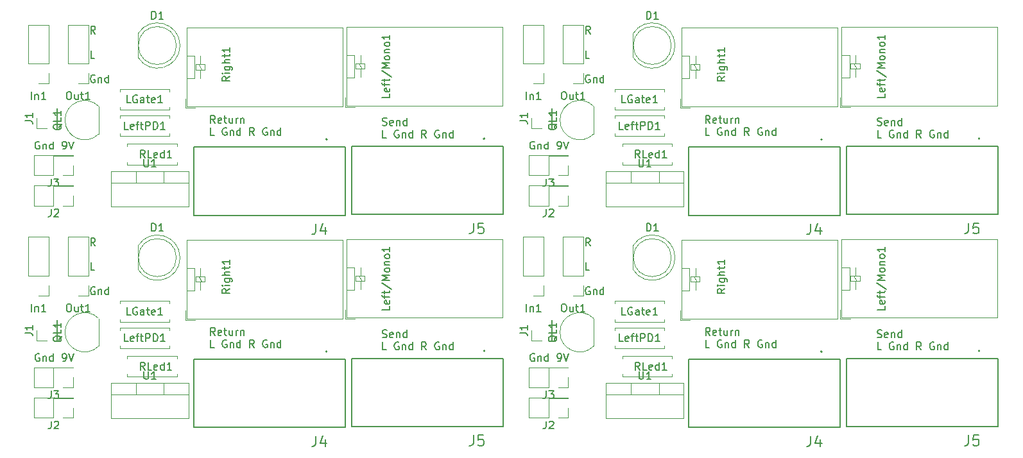
<source format=gbr>
%TF.GenerationSoftware,KiCad,Pcbnew,7.0.9*%
%TF.CreationDate,2024-06-09T17:36:51-04:00*%
%TF.ProjectId,Jackless-Panel,4a61636b-6c65-4737-932d-50616e656c2e,rev?*%
%TF.SameCoordinates,Original*%
%TF.FileFunction,Legend,Top*%
%TF.FilePolarity,Positive*%
%FSLAX46Y46*%
G04 Gerber Fmt 4.6, Leading zero omitted, Abs format (unit mm)*
G04 Created by KiCad (PCBNEW 7.0.9) date 2024-06-09 17:36:51*
%MOMM*%
%LPD*%
G01*
G04 APERTURE LIST*
%ADD10C,0.150000*%
%ADD11C,0.120000*%
%ADD12C,0.127000*%
%ADD13C,0.200000*%
G04 APERTURE END LIST*
D10*
X151635588Y-64117438D02*
X151540350Y-64069819D01*
X151540350Y-64069819D02*
X151397493Y-64069819D01*
X151397493Y-64069819D02*
X151254636Y-64117438D01*
X151254636Y-64117438D02*
X151159398Y-64212676D01*
X151159398Y-64212676D02*
X151111779Y-64307914D01*
X151111779Y-64307914D02*
X151064160Y-64498390D01*
X151064160Y-64498390D02*
X151064160Y-64641247D01*
X151064160Y-64641247D02*
X151111779Y-64831723D01*
X151111779Y-64831723D02*
X151159398Y-64926961D01*
X151159398Y-64926961D02*
X151254636Y-65022200D01*
X151254636Y-65022200D02*
X151397493Y-65069819D01*
X151397493Y-65069819D02*
X151492731Y-65069819D01*
X151492731Y-65069819D02*
X151635588Y-65022200D01*
X151635588Y-65022200D02*
X151683207Y-64974580D01*
X151683207Y-64974580D02*
X151683207Y-64641247D01*
X151683207Y-64641247D02*
X151492731Y-64641247D01*
X152111779Y-64403152D02*
X152111779Y-65069819D01*
X152111779Y-64498390D02*
X152159398Y-64450771D01*
X152159398Y-64450771D02*
X152254636Y-64403152D01*
X152254636Y-64403152D02*
X152397493Y-64403152D01*
X152397493Y-64403152D02*
X152492731Y-64450771D01*
X152492731Y-64450771D02*
X152540350Y-64546009D01*
X152540350Y-64546009D02*
X152540350Y-65069819D01*
X153445112Y-65069819D02*
X153445112Y-64069819D01*
X153445112Y-65022200D02*
X153349874Y-65069819D01*
X153349874Y-65069819D02*
X153159398Y-65069819D01*
X153159398Y-65069819D02*
X153064160Y-65022200D01*
X153064160Y-65022200D02*
X153016541Y-64974580D01*
X153016541Y-64974580D02*
X152968922Y-64879342D01*
X152968922Y-64879342D02*
X152968922Y-64593628D01*
X152968922Y-64593628D02*
X153016541Y-64498390D01*
X153016541Y-64498390D02*
X153064160Y-64450771D01*
X153064160Y-64450771D02*
X153159398Y-64403152D01*
X153159398Y-64403152D02*
X153349874Y-64403152D01*
X153349874Y-64403152D02*
X153445112Y-64450771D01*
X154730827Y-65069819D02*
X154921303Y-65069819D01*
X154921303Y-65069819D02*
X155016541Y-65022200D01*
X155016541Y-65022200D02*
X155064160Y-64974580D01*
X155064160Y-64974580D02*
X155159398Y-64831723D01*
X155159398Y-64831723D02*
X155207017Y-64641247D01*
X155207017Y-64641247D02*
X155207017Y-64260295D01*
X155207017Y-64260295D02*
X155159398Y-64165057D01*
X155159398Y-64165057D02*
X155111779Y-64117438D01*
X155111779Y-64117438D02*
X155016541Y-64069819D01*
X155016541Y-64069819D02*
X154826065Y-64069819D01*
X154826065Y-64069819D02*
X154730827Y-64117438D01*
X154730827Y-64117438D02*
X154683208Y-64165057D01*
X154683208Y-64165057D02*
X154635589Y-64260295D01*
X154635589Y-64260295D02*
X154635589Y-64498390D01*
X154635589Y-64498390D02*
X154683208Y-64593628D01*
X154683208Y-64593628D02*
X154730827Y-64641247D01*
X154730827Y-64641247D02*
X154826065Y-64688866D01*
X154826065Y-64688866D02*
X155016541Y-64688866D01*
X155016541Y-64688866D02*
X155111779Y-64641247D01*
X155111779Y-64641247D02*
X155159398Y-64593628D01*
X155159398Y-64593628D02*
X155207017Y-64498390D01*
X155492732Y-64069819D02*
X155826065Y-65069819D01*
X155826065Y-65069819D02*
X156159398Y-64069819D01*
X131589160Y-33902200D02*
X131732017Y-33949819D01*
X131732017Y-33949819D02*
X131970112Y-33949819D01*
X131970112Y-33949819D02*
X132065350Y-33902200D01*
X132065350Y-33902200D02*
X132112969Y-33854580D01*
X132112969Y-33854580D02*
X132160588Y-33759342D01*
X132160588Y-33759342D02*
X132160588Y-33664104D01*
X132160588Y-33664104D02*
X132112969Y-33568866D01*
X132112969Y-33568866D02*
X132065350Y-33521247D01*
X132065350Y-33521247D02*
X131970112Y-33473628D01*
X131970112Y-33473628D02*
X131779636Y-33426009D01*
X131779636Y-33426009D02*
X131684398Y-33378390D01*
X131684398Y-33378390D02*
X131636779Y-33330771D01*
X131636779Y-33330771D02*
X131589160Y-33235533D01*
X131589160Y-33235533D02*
X131589160Y-33140295D01*
X131589160Y-33140295D02*
X131636779Y-33045057D01*
X131636779Y-33045057D02*
X131684398Y-32997438D01*
X131684398Y-32997438D02*
X131779636Y-32949819D01*
X131779636Y-32949819D02*
X132017731Y-32949819D01*
X132017731Y-32949819D02*
X132160588Y-32997438D01*
X132970112Y-33902200D02*
X132874874Y-33949819D01*
X132874874Y-33949819D02*
X132684398Y-33949819D01*
X132684398Y-33949819D02*
X132589160Y-33902200D01*
X132589160Y-33902200D02*
X132541541Y-33806961D01*
X132541541Y-33806961D02*
X132541541Y-33426009D01*
X132541541Y-33426009D02*
X132589160Y-33330771D01*
X132589160Y-33330771D02*
X132684398Y-33283152D01*
X132684398Y-33283152D02*
X132874874Y-33283152D01*
X132874874Y-33283152D02*
X132970112Y-33330771D01*
X132970112Y-33330771D02*
X133017731Y-33426009D01*
X133017731Y-33426009D02*
X133017731Y-33521247D01*
X133017731Y-33521247D02*
X132541541Y-33616485D01*
X133446303Y-33283152D02*
X133446303Y-33949819D01*
X133446303Y-33378390D02*
X133493922Y-33330771D01*
X133493922Y-33330771D02*
X133589160Y-33283152D01*
X133589160Y-33283152D02*
X133732017Y-33283152D01*
X133732017Y-33283152D02*
X133827255Y-33330771D01*
X133827255Y-33330771D02*
X133874874Y-33426009D01*
X133874874Y-33426009D02*
X133874874Y-33949819D01*
X134779636Y-33949819D02*
X134779636Y-32949819D01*
X134779636Y-33902200D02*
X134684398Y-33949819D01*
X134684398Y-33949819D02*
X134493922Y-33949819D01*
X134493922Y-33949819D02*
X134398684Y-33902200D01*
X134398684Y-33902200D02*
X134351065Y-33854580D01*
X134351065Y-33854580D02*
X134303446Y-33759342D01*
X134303446Y-33759342D02*
X134303446Y-33473628D01*
X134303446Y-33473628D02*
X134351065Y-33378390D01*
X134351065Y-33378390D02*
X134398684Y-33330771D01*
X134398684Y-33330771D02*
X134493922Y-33283152D01*
X134493922Y-33283152D02*
X134684398Y-33283152D01*
X134684398Y-33283152D02*
X134779636Y-33330771D01*
X132112969Y-35559819D02*
X131636779Y-35559819D01*
X131636779Y-35559819D02*
X131636779Y-34559819D01*
X133732017Y-34607438D02*
X133636779Y-34559819D01*
X133636779Y-34559819D02*
X133493922Y-34559819D01*
X133493922Y-34559819D02*
X133351065Y-34607438D01*
X133351065Y-34607438D02*
X133255827Y-34702676D01*
X133255827Y-34702676D02*
X133208208Y-34797914D01*
X133208208Y-34797914D02*
X133160589Y-34988390D01*
X133160589Y-34988390D02*
X133160589Y-35131247D01*
X133160589Y-35131247D02*
X133208208Y-35321723D01*
X133208208Y-35321723D02*
X133255827Y-35416961D01*
X133255827Y-35416961D02*
X133351065Y-35512200D01*
X133351065Y-35512200D02*
X133493922Y-35559819D01*
X133493922Y-35559819D02*
X133589160Y-35559819D01*
X133589160Y-35559819D02*
X133732017Y-35512200D01*
X133732017Y-35512200D02*
X133779636Y-35464580D01*
X133779636Y-35464580D02*
X133779636Y-35131247D01*
X133779636Y-35131247D02*
X133589160Y-35131247D01*
X134208208Y-34893152D02*
X134208208Y-35559819D01*
X134208208Y-34988390D02*
X134255827Y-34940771D01*
X134255827Y-34940771D02*
X134351065Y-34893152D01*
X134351065Y-34893152D02*
X134493922Y-34893152D01*
X134493922Y-34893152D02*
X134589160Y-34940771D01*
X134589160Y-34940771D02*
X134636779Y-35036009D01*
X134636779Y-35036009D02*
X134636779Y-35559819D01*
X135541541Y-35559819D02*
X135541541Y-34559819D01*
X135541541Y-35512200D02*
X135446303Y-35559819D01*
X135446303Y-35559819D02*
X135255827Y-35559819D01*
X135255827Y-35559819D02*
X135160589Y-35512200D01*
X135160589Y-35512200D02*
X135112970Y-35464580D01*
X135112970Y-35464580D02*
X135065351Y-35369342D01*
X135065351Y-35369342D02*
X135065351Y-35083628D01*
X135065351Y-35083628D02*
X135112970Y-34988390D01*
X135112970Y-34988390D02*
X135160589Y-34940771D01*
X135160589Y-34940771D02*
X135255827Y-34893152D01*
X135255827Y-34893152D02*
X135446303Y-34893152D01*
X135446303Y-34893152D02*
X135541541Y-34940771D01*
X137351065Y-35559819D02*
X137017732Y-35083628D01*
X136779637Y-35559819D02*
X136779637Y-34559819D01*
X136779637Y-34559819D02*
X137160589Y-34559819D01*
X137160589Y-34559819D02*
X137255827Y-34607438D01*
X137255827Y-34607438D02*
X137303446Y-34655057D01*
X137303446Y-34655057D02*
X137351065Y-34750295D01*
X137351065Y-34750295D02*
X137351065Y-34893152D01*
X137351065Y-34893152D02*
X137303446Y-34988390D01*
X137303446Y-34988390D02*
X137255827Y-35036009D01*
X137255827Y-35036009D02*
X137160589Y-35083628D01*
X137160589Y-35083628D02*
X136779637Y-35083628D01*
X139065351Y-34607438D02*
X138970113Y-34559819D01*
X138970113Y-34559819D02*
X138827256Y-34559819D01*
X138827256Y-34559819D02*
X138684399Y-34607438D01*
X138684399Y-34607438D02*
X138589161Y-34702676D01*
X138589161Y-34702676D02*
X138541542Y-34797914D01*
X138541542Y-34797914D02*
X138493923Y-34988390D01*
X138493923Y-34988390D02*
X138493923Y-35131247D01*
X138493923Y-35131247D02*
X138541542Y-35321723D01*
X138541542Y-35321723D02*
X138589161Y-35416961D01*
X138589161Y-35416961D02*
X138684399Y-35512200D01*
X138684399Y-35512200D02*
X138827256Y-35559819D01*
X138827256Y-35559819D02*
X138922494Y-35559819D01*
X138922494Y-35559819D02*
X139065351Y-35512200D01*
X139065351Y-35512200D02*
X139112970Y-35464580D01*
X139112970Y-35464580D02*
X139112970Y-35131247D01*
X139112970Y-35131247D02*
X138922494Y-35131247D01*
X139541542Y-34893152D02*
X139541542Y-35559819D01*
X139541542Y-34988390D02*
X139589161Y-34940771D01*
X139589161Y-34940771D02*
X139684399Y-34893152D01*
X139684399Y-34893152D02*
X139827256Y-34893152D01*
X139827256Y-34893152D02*
X139922494Y-34940771D01*
X139922494Y-34940771D02*
X139970113Y-35036009D01*
X139970113Y-35036009D02*
X139970113Y-35559819D01*
X140874875Y-35559819D02*
X140874875Y-34559819D01*
X140874875Y-35512200D02*
X140779637Y-35559819D01*
X140779637Y-35559819D02*
X140589161Y-35559819D01*
X140589161Y-35559819D02*
X140493923Y-35512200D01*
X140493923Y-35512200D02*
X140446304Y-35464580D01*
X140446304Y-35464580D02*
X140398685Y-35369342D01*
X140398685Y-35369342D02*
X140398685Y-35083628D01*
X140398685Y-35083628D02*
X140446304Y-34988390D01*
X140446304Y-34988390D02*
X140493923Y-34940771D01*
X140493923Y-34940771D02*
X140589161Y-34893152D01*
X140589161Y-34893152D02*
X140779637Y-34893152D01*
X140779637Y-34893152D02*
X140874875Y-34940771D01*
X196889160Y-33902200D02*
X197032017Y-33949819D01*
X197032017Y-33949819D02*
X197270112Y-33949819D01*
X197270112Y-33949819D02*
X197365350Y-33902200D01*
X197365350Y-33902200D02*
X197412969Y-33854580D01*
X197412969Y-33854580D02*
X197460588Y-33759342D01*
X197460588Y-33759342D02*
X197460588Y-33664104D01*
X197460588Y-33664104D02*
X197412969Y-33568866D01*
X197412969Y-33568866D02*
X197365350Y-33521247D01*
X197365350Y-33521247D02*
X197270112Y-33473628D01*
X197270112Y-33473628D02*
X197079636Y-33426009D01*
X197079636Y-33426009D02*
X196984398Y-33378390D01*
X196984398Y-33378390D02*
X196936779Y-33330771D01*
X196936779Y-33330771D02*
X196889160Y-33235533D01*
X196889160Y-33235533D02*
X196889160Y-33140295D01*
X196889160Y-33140295D02*
X196936779Y-33045057D01*
X196936779Y-33045057D02*
X196984398Y-32997438D01*
X196984398Y-32997438D02*
X197079636Y-32949819D01*
X197079636Y-32949819D02*
X197317731Y-32949819D01*
X197317731Y-32949819D02*
X197460588Y-32997438D01*
X198270112Y-33902200D02*
X198174874Y-33949819D01*
X198174874Y-33949819D02*
X197984398Y-33949819D01*
X197984398Y-33949819D02*
X197889160Y-33902200D01*
X197889160Y-33902200D02*
X197841541Y-33806961D01*
X197841541Y-33806961D02*
X197841541Y-33426009D01*
X197841541Y-33426009D02*
X197889160Y-33330771D01*
X197889160Y-33330771D02*
X197984398Y-33283152D01*
X197984398Y-33283152D02*
X198174874Y-33283152D01*
X198174874Y-33283152D02*
X198270112Y-33330771D01*
X198270112Y-33330771D02*
X198317731Y-33426009D01*
X198317731Y-33426009D02*
X198317731Y-33521247D01*
X198317731Y-33521247D02*
X197841541Y-33616485D01*
X198746303Y-33283152D02*
X198746303Y-33949819D01*
X198746303Y-33378390D02*
X198793922Y-33330771D01*
X198793922Y-33330771D02*
X198889160Y-33283152D01*
X198889160Y-33283152D02*
X199032017Y-33283152D01*
X199032017Y-33283152D02*
X199127255Y-33330771D01*
X199127255Y-33330771D02*
X199174874Y-33426009D01*
X199174874Y-33426009D02*
X199174874Y-33949819D01*
X200079636Y-33949819D02*
X200079636Y-32949819D01*
X200079636Y-33902200D02*
X199984398Y-33949819D01*
X199984398Y-33949819D02*
X199793922Y-33949819D01*
X199793922Y-33949819D02*
X199698684Y-33902200D01*
X199698684Y-33902200D02*
X199651065Y-33854580D01*
X199651065Y-33854580D02*
X199603446Y-33759342D01*
X199603446Y-33759342D02*
X199603446Y-33473628D01*
X199603446Y-33473628D02*
X199651065Y-33378390D01*
X199651065Y-33378390D02*
X199698684Y-33330771D01*
X199698684Y-33330771D02*
X199793922Y-33283152D01*
X199793922Y-33283152D02*
X199984398Y-33283152D01*
X199984398Y-33283152D02*
X200079636Y-33330771D01*
X197412969Y-35559819D02*
X196936779Y-35559819D01*
X196936779Y-35559819D02*
X196936779Y-34559819D01*
X199032017Y-34607438D02*
X198936779Y-34559819D01*
X198936779Y-34559819D02*
X198793922Y-34559819D01*
X198793922Y-34559819D02*
X198651065Y-34607438D01*
X198651065Y-34607438D02*
X198555827Y-34702676D01*
X198555827Y-34702676D02*
X198508208Y-34797914D01*
X198508208Y-34797914D02*
X198460589Y-34988390D01*
X198460589Y-34988390D02*
X198460589Y-35131247D01*
X198460589Y-35131247D02*
X198508208Y-35321723D01*
X198508208Y-35321723D02*
X198555827Y-35416961D01*
X198555827Y-35416961D02*
X198651065Y-35512200D01*
X198651065Y-35512200D02*
X198793922Y-35559819D01*
X198793922Y-35559819D02*
X198889160Y-35559819D01*
X198889160Y-35559819D02*
X199032017Y-35512200D01*
X199032017Y-35512200D02*
X199079636Y-35464580D01*
X199079636Y-35464580D02*
X199079636Y-35131247D01*
X199079636Y-35131247D02*
X198889160Y-35131247D01*
X199508208Y-34893152D02*
X199508208Y-35559819D01*
X199508208Y-34988390D02*
X199555827Y-34940771D01*
X199555827Y-34940771D02*
X199651065Y-34893152D01*
X199651065Y-34893152D02*
X199793922Y-34893152D01*
X199793922Y-34893152D02*
X199889160Y-34940771D01*
X199889160Y-34940771D02*
X199936779Y-35036009D01*
X199936779Y-35036009D02*
X199936779Y-35559819D01*
X200841541Y-35559819D02*
X200841541Y-34559819D01*
X200841541Y-35512200D02*
X200746303Y-35559819D01*
X200746303Y-35559819D02*
X200555827Y-35559819D01*
X200555827Y-35559819D02*
X200460589Y-35512200D01*
X200460589Y-35512200D02*
X200412970Y-35464580D01*
X200412970Y-35464580D02*
X200365351Y-35369342D01*
X200365351Y-35369342D02*
X200365351Y-35083628D01*
X200365351Y-35083628D02*
X200412970Y-34988390D01*
X200412970Y-34988390D02*
X200460589Y-34940771D01*
X200460589Y-34940771D02*
X200555827Y-34893152D01*
X200555827Y-34893152D02*
X200746303Y-34893152D01*
X200746303Y-34893152D02*
X200841541Y-34940771D01*
X202651065Y-35559819D02*
X202317732Y-35083628D01*
X202079637Y-35559819D02*
X202079637Y-34559819D01*
X202079637Y-34559819D02*
X202460589Y-34559819D01*
X202460589Y-34559819D02*
X202555827Y-34607438D01*
X202555827Y-34607438D02*
X202603446Y-34655057D01*
X202603446Y-34655057D02*
X202651065Y-34750295D01*
X202651065Y-34750295D02*
X202651065Y-34893152D01*
X202651065Y-34893152D02*
X202603446Y-34988390D01*
X202603446Y-34988390D02*
X202555827Y-35036009D01*
X202555827Y-35036009D02*
X202460589Y-35083628D01*
X202460589Y-35083628D02*
X202079637Y-35083628D01*
X204365351Y-34607438D02*
X204270113Y-34559819D01*
X204270113Y-34559819D02*
X204127256Y-34559819D01*
X204127256Y-34559819D02*
X203984399Y-34607438D01*
X203984399Y-34607438D02*
X203889161Y-34702676D01*
X203889161Y-34702676D02*
X203841542Y-34797914D01*
X203841542Y-34797914D02*
X203793923Y-34988390D01*
X203793923Y-34988390D02*
X203793923Y-35131247D01*
X203793923Y-35131247D02*
X203841542Y-35321723D01*
X203841542Y-35321723D02*
X203889161Y-35416961D01*
X203889161Y-35416961D02*
X203984399Y-35512200D01*
X203984399Y-35512200D02*
X204127256Y-35559819D01*
X204127256Y-35559819D02*
X204222494Y-35559819D01*
X204222494Y-35559819D02*
X204365351Y-35512200D01*
X204365351Y-35512200D02*
X204412970Y-35464580D01*
X204412970Y-35464580D02*
X204412970Y-35131247D01*
X204412970Y-35131247D02*
X204222494Y-35131247D01*
X204841542Y-34893152D02*
X204841542Y-35559819D01*
X204841542Y-34988390D02*
X204889161Y-34940771D01*
X204889161Y-34940771D02*
X204984399Y-34893152D01*
X204984399Y-34893152D02*
X205127256Y-34893152D01*
X205127256Y-34893152D02*
X205222494Y-34940771D01*
X205222494Y-34940771D02*
X205270113Y-35036009D01*
X205270113Y-35036009D02*
X205270113Y-35559819D01*
X206174875Y-35559819D02*
X206174875Y-34559819D01*
X206174875Y-35512200D02*
X206079637Y-35559819D01*
X206079637Y-35559819D02*
X205889161Y-35559819D01*
X205889161Y-35559819D02*
X205793923Y-35512200D01*
X205793923Y-35512200D02*
X205746304Y-35464580D01*
X205746304Y-35464580D02*
X205698685Y-35369342D01*
X205698685Y-35369342D02*
X205698685Y-35083628D01*
X205698685Y-35083628D02*
X205746304Y-34988390D01*
X205746304Y-34988390D02*
X205793923Y-34940771D01*
X205793923Y-34940771D02*
X205889161Y-34893152D01*
X205889161Y-34893152D02*
X206079637Y-34893152D01*
X206079637Y-34893152D02*
X206174875Y-34940771D01*
X158988207Y-49839819D02*
X158654874Y-49363628D01*
X158416779Y-49839819D02*
X158416779Y-48839819D01*
X158416779Y-48839819D02*
X158797731Y-48839819D01*
X158797731Y-48839819D02*
X158892969Y-48887438D01*
X158892969Y-48887438D02*
X158940588Y-48935057D01*
X158940588Y-48935057D02*
X158988207Y-49030295D01*
X158988207Y-49030295D02*
X158988207Y-49173152D01*
X158988207Y-49173152D02*
X158940588Y-49268390D01*
X158940588Y-49268390D02*
X158892969Y-49316009D01*
X158892969Y-49316009D02*
X158797731Y-49363628D01*
X158797731Y-49363628D02*
X158416779Y-49363628D01*
X158892969Y-53059819D02*
X158416779Y-53059819D01*
X158416779Y-53059819D02*
X158416779Y-52059819D01*
X158940588Y-55327438D02*
X158845350Y-55279819D01*
X158845350Y-55279819D02*
X158702493Y-55279819D01*
X158702493Y-55279819D02*
X158559636Y-55327438D01*
X158559636Y-55327438D02*
X158464398Y-55422676D01*
X158464398Y-55422676D02*
X158416779Y-55517914D01*
X158416779Y-55517914D02*
X158369160Y-55708390D01*
X158369160Y-55708390D02*
X158369160Y-55851247D01*
X158369160Y-55851247D02*
X158416779Y-56041723D01*
X158416779Y-56041723D02*
X158464398Y-56136961D01*
X158464398Y-56136961D02*
X158559636Y-56232200D01*
X158559636Y-56232200D02*
X158702493Y-56279819D01*
X158702493Y-56279819D02*
X158797731Y-56279819D01*
X158797731Y-56279819D02*
X158940588Y-56232200D01*
X158940588Y-56232200D02*
X158988207Y-56184580D01*
X158988207Y-56184580D02*
X158988207Y-55851247D01*
X158988207Y-55851247D02*
X158797731Y-55851247D01*
X159416779Y-55613152D02*
X159416779Y-56279819D01*
X159416779Y-55708390D02*
X159464398Y-55660771D01*
X159464398Y-55660771D02*
X159559636Y-55613152D01*
X159559636Y-55613152D02*
X159702493Y-55613152D01*
X159702493Y-55613152D02*
X159797731Y-55660771D01*
X159797731Y-55660771D02*
X159845350Y-55756009D01*
X159845350Y-55756009D02*
X159845350Y-56279819D01*
X160750112Y-56279819D02*
X160750112Y-55279819D01*
X160750112Y-56232200D02*
X160654874Y-56279819D01*
X160654874Y-56279819D02*
X160464398Y-56279819D01*
X160464398Y-56279819D02*
X160369160Y-56232200D01*
X160369160Y-56232200D02*
X160321541Y-56184580D01*
X160321541Y-56184580D02*
X160273922Y-56089342D01*
X160273922Y-56089342D02*
X160273922Y-55803628D01*
X160273922Y-55803628D02*
X160321541Y-55708390D01*
X160321541Y-55708390D02*
X160369160Y-55660771D01*
X160369160Y-55660771D02*
X160464398Y-55613152D01*
X160464398Y-55613152D02*
X160654874Y-55613152D01*
X160654874Y-55613152D02*
X160750112Y-55660771D01*
X151635588Y-36117438D02*
X151540350Y-36069819D01*
X151540350Y-36069819D02*
X151397493Y-36069819D01*
X151397493Y-36069819D02*
X151254636Y-36117438D01*
X151254636Y-36117438D02*
X151159398Y-36212676D01*
X151159398Y-36212676D02*
X151111779Y-36307914D01*
X151111779Y-36307914D02*
X151064160Y-36498390D01*
X151064160Y-36498390D02*
X151064160Y-36641247D01*
X151064160Y-36641247D02*
X151111779Y-36831723D01*
X151111779Y-36831723D02*
X151159398Y-36926961D01*
X151159398Y-36926961D02*
X151254636Y-37022200D01*
X151254636Y-37022200D02*
X151397493Y-37069819D01*
X151397493Y-37069819D02*
X151492731Y-37069819D01*
X151492731Y-37069819D02*
X151635588Y-37022200D01*
X151635588Y-37022200D02*
X151683207Y-36974580D01*
X151683207Y-36974580D02*
X151683207Y-36641247D01*
X151683207Y-36641247D02*
X151492731Y-36641247D01*
X152111779Y-36403152D02*
X152111779Y-37069819D01*
X152111779Y-36498390D02*
X152159398Y-36450771D01*
X152159398Y-36450771D02*
X152254636Y-36403152D01*
X152254636Y-36403152D02*
X152397493Y-36403152D01*
X152397493Y-36403152D02*
X152492731Y-36450771D01*
X152492731Y-36450771D02*
X152540350Y-36546009D01*
X152540350Y-36546009D02*
X152540350Y-37069819D01*
X153445112Y-37069819D02*
X153445112Y-36069819D01*
X153445112Y-37022200D02*
X153349874Y-37069819D01*
X153349874Y-37069819D02*
X153159398Y-37069819D01*
X153159398Y-37069819D02*
X153064160Y-37022200D01*
X153064160Y-37022200D02*
X153016541Y-36974580D01*
X153016541Y-36974580D02*
X152968922Y-36879342D01*
X152968922Y-36879342D02*
X152968922Y-36593628D01*
X152968922Y-36593628D02*
X153016541Y-36498390D01*
X153016541Y-36498390D02*
X153064160Y-36450771D01*
X153064160Y-36450771D02*
X153159398Y-36403152D01*
X153159398Y-36403152D02*
X153349874Y-36403152D01*
X153349874Y-36403152D02*
X153445112Y-36450771D01*
X154730827Y-37069819D02*
X154921303Y-37069819D01*
X154921303Y-37069819D02*
X155016541Y-37022200D01*
X155016541Y-37022200D02*
X155064160Y-36974580D01*
X155064160Y-36974580D02*
X155159398Y-36831723D01*
X155159398Y-36831723D02*
X155207017Y-36641247D01*
X155207017Y-36641247D02*
X155207017Y-36260295D01*
X155207017Y-36260295D02*
X155159398Y-36165057D01*
X155159398Y-36165057D02*
X155111779Y-36117438D01*
X155111779Y-36117438D02*
X155016541Y-36069819D01*
X155016541Y-36069819D02*
X154826065Y-36069819D01*
X154826065Y-36069819D02*
X154730827Y-36117438D01*
X154730827Y-36117438D02*
X154683208Y-36165057D01*
X154683208Y-36165057D02*
X154635589Y-36260295D01*
X154635589Y-36260295D02*
X154635589Y-36498390D01*
X154635589Y-36498390D02*
X154683208Y-36593628D01*
X154683208Y-36593628D02*
X154730827Y-36641247D01*
X154730827Y-36641247D02*
X154826065Y-36688866D01*
X154826065Y-36688866D02*
X155016541Y-36688866D01*
X155016541Y-36688866D02*
X155111779Y-36641247D01*
X155111779Y-36641247D02*
X155159398Y-36593628D01*
X155159398Y-36593628D02*
X155207017Y-36498390D01*
X155492732Y-36069819D02*
X155826065Y-37069819D01*
X155826065Y-37069819D02*
X156159398Y-36069819D01*
X93688207Y-21839819D02*
X93354874Y-21363628D01*
X93116779Y-21839819D02*
X93116779Y-20839819D01*
X93116779Y-20839819D02*
X93497731Y-20839819D01*
X93497731Y-20839819D02*
X93592969Y-20887438D01*
X93592969Y-20887438D02*
X93640588Y-20935057D01*
X93640588Y-20935057D02*
X93688207Y-21030295D01*
X93688207Y-21030295D02*
X93688207Y-21173152D01*
X93688207Y-21173152D02*
X93640588Y-21268390D01*
X93640588Y-21268390D02*
X93592969Y-21316009D01*
X93592969Y-21316009D02*
X93497731Y-21363628D01*
X93497731Y-21363628D02*
X93116779Y-21363628D01*
X93592969Y-25059819D02*
X93116779Y-25059819D01*
X93116779Y-25059819D02*
X93116779Y-24059819D01*
X93640588Y-27327438D02*
X93545350Y-27279819D01*
X93545350Y-27279819D02*
X93402493Y-27279819D01*
X93402493Y-27279819D02*
X93259636Y-27327438D01*
X93259636Y-27327438D02*
X93164398Y-27422676D01*
X93164398Y-27422676D02*
X93116779Y-27517914D01*
X93116779Y-27517914D02*
X93069160Y-27708390D01*
X93069160Y-27708390D02*
X93069160Y-27851247D01*
X93069160Y-27851247D02*
X93116779Y-28041723D01*
X93116779Y-28041723D02*
X93164398Y-28136961D01*
X93164398Y-28136961D02*
X93259636Y-28232200D01*
X93259636Y-28232200D02*
X93402493Y-28279819D01*
X93402493Y-28279819D02*
X93497731Y-28279819D01*
X93497731Y-28279819D02*
X93640588Y-28232200D01*
X93640588Y-28232200D02*
X93688207Y-28184580D01*
X93688207Y-28184580D02*
X93688207Y-27851247D01*
X93688207Y-27851247D02*
X93497731Y-27851247D01*
X94116779Y-27613152D02*
X94116779Y-28279819D01*
X94116779Y-27708390D02*
X94164398Y-27660771D01*
X94164398Y-27660771D02*
X94259636Y-27613152D01*
X94259636Y-27613152D02*
X94402493Y-27613152D01*
X94402493Y-27613152D02*
X94497731Y-27660771D01*
X94497731Y-27660771D02*
X94545350Y-27756009D01*
X94545350Y-27756009D02*
X94545350Y-28279819D01*
X95450112Y-28279819D02*
X95450112Y-27279819D01*
X95450112Y-28232200D02*
X95354874Y-28279819D01*
X95354874Y-28279819D02*
X95164398Y-28279819D01*
X95164398Y-28279819D02*
X95069160Y-28232200D01*
X95069160Y-28232200D02*
X95021541Y-28184580D01*
X95021541Y-28184580D02*
X94973922Y-28089342D01*
X94973922Y-28089342D02*
X94973922Y-27803628D01*
X94973922Y-27803628D02*
X95021541Y-27708390D01*
X95021541Y-27708390D02*
X95069160Y-27660771D01*
X95069160Y-27660771D02*
X95164398Y-27613152D01*
X95164398Y-27613152D02*
X95354874Y-27613152D01*
X95354874Y-27613152D02*
X95450112Y-27660771D01*
X131589160Y-61902200D02*
X131732017Y-61949819D01*
X131732017Y-61949819D02*
X131970112Y-61949819D01*
X131970112Y-61949819D02*
X132065350Y-61902200D01*
X132065350Y-61902200D02*
X132112969Y-61854580D01*
X132112969Y-61854580D02*
X132160588Y-61759342D01*
X132160588Y-61759342D02*
X132160588Y-61664104D01*
X132160588Y-61664104D02*
X132112969Y-61568866D01*
X132112969Y-61568866D02*
X132065350Y-61521247D01*
X132065350Y-61521247D02*
X131970112Y-61473628D01*
X131970112Y-61473628D02*
X131779636Y-61426009D01*
X131779636Y-61426009D02*
X131684398Y-61378390D01*
X131684398Y-61378390D02*
X131636779Y-61330771D01*
X131636779Y-61330771D02*
X131589160Y-61235533D01*
X131589160Y-61235533D02*
X131589160Y-61140295D01*
X131589160Y-61140295D02*
X131636779Y-61045057D01*
X131636779Y-61045057D02*
X131684398Y-60997438D01*
X131684398Y-60997438D02*
X131779636Y-60949819D01*
X131779636Y-60949819D02*
X132017731Y-60949819D01*
X132017731Y-60949819D02*
X132160588Y-60997438D01*
X132970112Y-61902200D02*
X132874874Y-61949819D01*
X132874874Y-61949819D02*
X132684398Y-61949819D01*
X132684398Y-61949819D02*
X132589160Y-61902200D01*
X132589160Y-61902200D02*
X132541541Y-61806961D01*
X132541541Y-61806961D02*
X132541541Y-61426009D01*
X132541541Y-61426009D02*
X132589160Y-61330771D01*
X132589160Y-61330771D02*
X132684398Y-61283152D01*
X132684398Y-61283152D02*
X132874874Y-61283152D01*
X132874874Y-61283152D02*
X132970112Y-61330771D01*
X132970112Y-61330771D02*
X133017731Y-61426009D01*
X133017731Y-61426009D02*
X133017731Y-61521247D01*
X133017731Y-61521247D02*
X132541541Y-61616485D01*
X133446303Y-61283152D02*
X133446303Y-61949819D01*
X133446303Y-61378390D02*
X133493922Y-61330771D01*
X133493922Y-61330771D02*
X133589160Y-61283152D01*
X133589160Y-61283152D02*
X133732017Y-61283152D01*
X133732017Y-61283152D02*
X133827255Y-61330771D01*
X133827255Y-61330771D02*
X133874874Y-61426009D01*
X133874874Y-61426009D02*
X133874874Y-61949819D01*
X134779636Y-61949819D02*
X134779636Y-60949819D01*
X134779636Y-61902200D02*
X134684398Y-61949819D01*
X134684398Y-61949819D02*
X134493922Y-61949819D01*
X134493922Y-61949819D02*
X134398684Y-61902200D01*
X134398684Y-61902200D02*
X134351065Y-61854580D01*
X134351065Y-61854580D02*
X134303446Y-61759342D01*
X134303446Y-61759342D02*
X134303446Y-61473628D01*
X134303446Y-61473628D02*
X134351065Y-61378390D01*
X134351065Y-61378390D02*
X134398684Y-61330771D01*
X134398684Y-61330771D02*
X134493922Y-61283152D01*
X134493922Y-61283152D02*
X134684398Y-61283152D01*
X134684398Y-61283152D02*
X134779636Y-61330771D01*
X132112969Y-63559819D02*
X131636779Y-63559819D01*
X131636779Y-63559819D02*
X131636779Y-62559819D01*
X133732017Y-62607438D02*
X133636779Y-62559819D01*
X133636779Y-62559819D02*
X133493922Y-62559819D01*
X133493922Y-62559819D02*
X133351065Y-62607438D01*
X133351065Y-62607438D02*
X133255827Y-62702676D01*
X133255827Y-62702676D02*
X133208208Y-62797914D01*
X133208208Y-62797914D02*
X133160589Y-62988390D01*
X133160589Y-62988390D02*
X133160589Y-63131247D01*
X133160589Y-63131247D02*
X133208208Y-63321723D01*
X133208208Y-63321723D02*
X133255827Y-63416961D01*
X133255827Y-63416961D02*
X133351065Y-63512200D01*
X133351065Y-63512200D02*
X133493922Y-63559819D01*
X133493922Y-63559819D02*
X133589160Y-63559819D01*
X133589160Y-63559819D02*
X133732017Y-63512200D01*
X133732017Y-63512200D02*
X133779636Y-63464580D01*
X133779636Y-63464580D02*
X133779636Y-63131247D01*
X133779636Y-63131247D02*
X133589160Y-63131247D01*
X134208208Y-62893152D02*
X134208208Y-63559819D01*
X134208208Y-62988390D02*
X134255827Y-62940771D01*
X134255827Y-62940771D02*
X134351065Y-62893152D01*
X134351065Y-62893152D02*
X134493922Y-62893152D01*
X134493922Y-62893152D02*
X134589160Y-62940771D01*
X134589160Y-62940771D02*
X134636779Y-63036009D01*
X134636779Y-63036009D02*
X134636779Y-63559819D01*
X135541541Y-63559819D02*
X135541541Y-62559819D01*
X135541541Y-63512200D02*
X135446303Y-63559819D01*
X135446303Y-63559819D02*
X135255827Y-63559819D01*
X135255827Y-63559819D02*
X135160589Y-63512200D01*
X135160589Y-63512200D02*
X135112970Y-63464580D01*
X135112970Y-63464580D02*
X135065351Y-63369342D01*
X135065351Y-63369342D02*
X135065351Y-63083628D01*
X135065351Y-63083628D02*
X135112970Y-62988390D01*
X135112970Y-62988390D02*
X135160589Y-62940771D01*
X135160589Y-62940771D02*
X135255827Y-62893152D01*
X135255827Y-62893152D02*
X135446303Y-62893152D01*
X135446303Y-62893152D02*
X135541541Y-62940771D01*
X137351065Y-63559819D02*
X137017732Y-63083628D01*
X136779637Y-63559819D02*
X136779637Y-62559819D01*
X136779637Y-62559819D02*
X137160589Y-62559819D01*
X137160589Y-62559819D02*
X137255827Y-62607438D01*
X137255827Y-62607438D02*
X137303446Y-62655057D01*
X137303446Y-62655057D02*
X137351065Y-62750295D01*
X137351065Y-62750295D02*
X137351065Y-62893152D01*
X137351065Y-62893152D02*
X137303446Y-62988390D01*
X137303446Y-62988390D02*
X137255827Y-63036009D01*
X137255827Y-63036009D02*
X137160589Y-63083628D01*
X137160589Y-63083628D02*
X136779637Y-63083628D01*
X139065351Y-62607438D02*
X138970113Y-62559819D01*
X138970113Y-62559819D02*
X138827256Y-62559819D01*
X138827256Y-62559819D02*
X138684399Y-62607438D01*
X138684399Y-62607438D02*
X138589161Y-62702676D01*
X138589161Y-62702676D02*
X138541542Y-62797914D01*
X138541542Y-62797914D02*
X138493923Y-62988390D01*
X138493923Y-62988390D02*
X138493923Y-63131247D01*
X138493923Y-63131247D02*
X138541542Y-63321723D01*
X138541542Y-63321723D02*
X138589161Y-63416961D01*
X138589161Y-63416961D02*
X138684399Y-63512200D01*
X138684399Y-63512200D02*
X138827256Y-63559819D01*
X138827256Y-63559819D02*
X138922494Y-63559819D01*
X138922494Y-63559819D02*
X139065351Y-63512200D01*
X139065351Y-63512200D02*
X139112970Y-63464580D01*
X139112970Y-63464580D02*
X139112970Y-63131247D01*
X139112970Y-63131247D02*
X138922494Y-63131247D01*
X139541542Y-62893152D02*
X139541542Y-63559819D01*
X139541542Y-62988390D02*
X139589161Y-62940771D01*
X139589161Y-62940771D02*
X139684399Y-62893152D01*
X139684399Y-62893152D02*
X139827256Y-62893152D01*
X139827256Y-62893152D02*
X139922494Y-62940771D01*
X139922494Y-62940771D02*
X139970113Y-63036009D01*
X139970113Y-63036009D02*
X139970113Y-63559819D01*
X140874875Y-63559819D02*
X140874875Y-62559819D01*
X140874875Y-63512200D02*
X140779637Y-63559819D01*
X140779637Y-63559819D02*
X140589161Y-63559819D01*
X140589161Y-63559819D02*
X140493923Y-63512200D01*
X140493923Y-63512200D02*
X140446304Y-63464580D01*
X140446304Y-63464580D02*
X140398685Y-63369342D01*
X140398685Y-63369342D02*
X140398685Y-63083628D01*
X140398685Y-63083628D02*
X140446304Y-62988390D01*
X140446304Y-62988390D02*
X140493923Y-62940771D01*
X140493923Y-62940771D02*
X140589161Y-62893152D01*
X140589161Y-62893152D02*
X140779637Y-62893152D01*
X140779637Y-62893152D02*
X140874875Y-62940771D01*
X174808207Y-33649819D02*
X174474874Y-33173628D01*
X174236779Y-33649819D02*
X174236779Y-32649819D01*
X174236779Y-32649819D02*
X174617731Y-32649819D01*
X174617731Y-32649819D02*
X174712969Y-32697438D01*
X174712969Y-32697438D02*
X174760588Y-32745057D01*
X174760588Y-32745057D02*
X174808207Y-32840295D01*
X174808207Y-32840295D02*
X174808207Y-32983152D01*
X174808207Y-32983152D02*
X174760588Y-33078390D01*
X174760588Y-33078390D02*
X174712969Y-33126009D01*
X174712969Y-33126009D02*
X174617731Y-33173628D01*
X174617731Y-33173628D02*
X174236779Y-33173628D01*
X175617731Y-33602200D02*
X175522493Y-33649819D01*
X175522493Y-33649819D02*
X175332017Y-33649819D01*
X175332017Y-33649819D02*
X175236779Y-33602200D01*
X175236779Y-33602200D02*
X175189160Y-33506961D01*
X175189160Y-33506961D02*
X175189160Y-33126009D01*
X175189160Y-33126009D02*
X175236779Y-33030771D01*
X175236779Y-33030771D02*
X175332017Y-32983152D01*
X175332017Y-32983152D02*
X175522493Y-32983152D01*
X175522493Y-32983152D02*
X175617731Y-33030771D01*
X175617731Y-33030771D02*
X175665350Y-33126009D01*
X175665350Y-33126009D02*
X175665350Y-33221247D01*
X175665350Y-33221247D02*
X175189160Y-33316485D01*
X175951065Y-32983152D02*
X176332017Y-32983152D01*
X176093922Y-32649819D02*
X176093922Y-33506961D01*
X176093922Y-33506961D02*
X176141541Y-33602200D01*
X176141541Y-33602200D02*
X176236779Y-33649819D01*
X176236779Y-33649819D02*
X176332017Y-33649819D01*
X177093922Y-32983152D02*
X177093922Y-33649819D01*
X176665351Y-32983152D02*
X176665351Y-33506961D01*
X176665351Y-33506961D02*
X176712970Y-33602200D01*
X176712970Y-33602200D02*
X176808208Y-33649819D01*
X176808208Y-33649819D02*
X176951065Y-33649819D01*
X176951065Y-33649819D02*
X177046303Y-33602200D01*
X177046303Y-33602200D02*
X177093922Y-33554580D01*
X177570113Y-33649819D02*
X177570113Y-32983152D01*
X177570113Y-33173628D02*
X177617732Y-33078390D01*
X177617732Y-33078390D02*
X177665351Y-33030771D01*
X177665351Y-33030771D02*
X177760589Y-32983152D01*
X177760589Y-32983152D02*
X177855827Y-32983152D01*
X178189161Y-32983152D02*
X178189161Y-33649819D01*
X178189161Y-33078390D02*
X178236780Y-33030771D01*
X178236780Y-33030771D02*
X178332018Y-32983152D01*
X178332018Y-32983152D02*
X178474875Y-32983152D01*
X178474875Y-32983152D02*
X178570113Y-33030771D01*
X178570113Y-33030771D02*
X178617732Y-33126009D01*
X178617732Y-33126009D02*
X178617732Y-33649819D01*
X174712969Y-35259819D02*
X174236779Y-35259819D01*
X174236779Y-35259819D02*
X174236779Y-34259819D01*
X176332017Y-34307438D02*
X176236779Y-34259819D01*
X176236779Y-34259819D02*
X176093922Y-34259819D01*
X176093922Y-34259819D02*
X175951065Y-34307438D01*
X175951065Y-34307438D02*
X175855827Y-34402676D01*
X175855827Y-34402676D02*
X175808208Y-34497914D01*
X175808208Y-34497914D02*
X175760589Y-34688390D01*
X175760589Y-34688390D02*
X175760589Y-34831247D01*
X175760589Y-34831247D02*
X175808208Y-35021723D01*
X175808208Y-35021723D02*
X175855827Y-35116961D01*
X175855827Y-35116961D02*
X175951065Y-35212200D01*
X175951065Y-35212200D02*
X176093922Y-35259819D01*
X176093922Y-35259819D02*
X176189160Y-35259819D01*
X176189160Y-35259819D02*
X176332017Y-35212200D01*
X176332017Y-35212200D02*
X176379636Y-35164580D01*
X176379636Y-35164580D02*
X176379636Y-34831247D01*
X176379636Y-34831247D02*
X176189160Y-34831247D01*
X176808208Y-34593152D02*
X176808208Y-35259819D01*
X176808208Y-34688390D02*
X176855827Y-34640771D01*
X176855827Y-34640771D02*
X176951065Y-34593152D01*
X176951065Y-34593152D02*
X177093922Y-34593152D01*
X177093922Y-34593152D02*
X177189160Y-34640771D01*
X177189160Y-34640771D02*
X177236779Y-34736009D01*
X177236779Y-34736009D02*
X177236779Y-35259819D01*
X178141541Y-35259819D02*
X178141541Y-34259819D01*
X178141541Y-35212200D02*
X178046303Y-35259819D01*
X178046303Y-35259819D02*
X177855827Y-35259819D01*
X177855827Y-35259819D02*
X177760589Y-35212200D01*
X177760589Y-35212200D02*
X177712970Y-35164580D01*
X177712970Y-35164580D02*
X177665351Y-35069342D01*
X177665351Y-35069342D02*
X177665351Y-34783628D01*
X177665351Y-34783628D02*
X177712970Y-34688390D01*
X177712970Y-34688390D02*
X177760589Y-34640771D01*
X177760589Y-34640771D02*
X177855827Y-34593152D01*
X177855827Y-34593152D02*
X178046303Y-34593152D01*
X178046303Y-34593152D02*
X178141541Y-34640771D01*
X179951065Y-35259819D02*
X179617732Y-34783628D01*
X179379637Y-35259819D02*
X179379637Y-34259819D01*
X179379637Y-34259819D02*
X179760589Y-34259819D01*
X179760589Y-34259819D02*
X179855827Y-34307438D01*
X179855827Y-34307438D02*
X179903446Y-34355057D01*
X179903446Y-34355057D02*
X179951065Y-34450295D01*
X179951065Y-34450295D02*
X179951065Y-34593152D01*
X179951065Y-34593152D02*
X179903446Y-34688390D01*
X179903446Y-34688390D02*
X179855827Y-34736009D01*
X179855827Y-34736009D02*
X179760589Y-34783628D01*
X179760589Y-34783628D02*
X179379637Y-34783628D01*
X181665351Y-34307438D02*
X181570113Y-34259819D01*
X181570113Y-34259819D02*
X181427256Y-34259819D01*
X181427256Y-34259819D02*
X181284399Y-34307438D01*
X181284399Y-34307438D02*
X181189161Y-34402676D01*
X181189161Y-34402676D02*
X181141542Y-34497914D01*
X181141542Y-34497914D02*
X181093923Y-34688390D01*
X181093923Y-34688390D02*
X181093923Y-34831247D01*
X181093923Y-34831247D02*
X181141542Y-35021723D01*
X181141542Y-35021723D02*
X181189161Y-35116961D01*
X181189161Y-35116961D02*
X181284399Y-35212200D01*
X181284399Y-35212200D02*
X181427256Y-35259819D01*
X181427256Y-35259819D02*
X181522494Y-35259819D01*
X181522494Y-35259819D02*
X181665351Y-35212200D01*
X181665351Y-35212200D02*
X181712970Y-35164580D01*
X181712970Y-35164580D02*
X181712970Y-34831247D01*
X181712970Y-34831247D02*
X181522494Y-34831247D01*
X182141542Y-34593152D02*
X182141542Y-35259819D01*
X182141542Y-34688390D02*
X182189161Y-34640771D01*
X182189161Y-34640771D02*
X182284399Y-34593152D01*
X182284399Y-34593152D02*
X182427256Y-34593152D01*
X182427256Y-34593152D02*
X182522494Y-34640771D01*
X182522494Y-34640771D02*
X182570113Y-34736009D01*
X182570113Y-34736009D02*
X182570113Y-35259819D01*
X183474875Y-35259819D02*
X183474875Y-34259819D01*
X183474875Y-35212200D02*
X183379637Y-35259819D01*
X183379637Y-35259819D02*
X183189161Y-35259819D01*
X183189161Y-35259819D02*
X183093923Y-35212200D01*
X183093923Y-35212200D02*
X183046304Y-35164580D01*
X183046304Y-35164580D02*
X182998685Y-35069342D01*
X182998685Y-35069342D02*
X182998685Y-34783628D01*
X182998685Y-34783628D02*
X183046304Y-34688390D01*
X183046304Y-34688390D02*
X183093923Y-34640771D01*
X183093923Y-34640771D02*
X183189161Y-34593152D01*
X183189161Y-34593152D02*
X183379637Y-34593152D01*
X183379637Y-34593152D02*
X183474875Y-34640771D01*
X93688207Y-49839819D02*
X93354874Y-49363628D01*
X93116779Y-49839819D02*
X93116779Y-48839819D01*
X93116779Y-48839819D02*
X93497731Y-48839819D01*
X93497731Y-48839819D02*
X93592969Y-48887438D01*
X93592969Y-48887438D02*
X93640588Y-48935057D01*
X93640588Y-48935057D02*
X93688207Y-49030295D01*
X93688207Y-49030295D02*
X93688207Y-49173152D01*
X93688207Y-49173152D02*
X93640588Y-49268390D01*
X93640588Y-49268390D02*
X93592969Y-49316009D01*
X93592969Y-49316009D02*
X93497731Y-49363628D01*
X93497731Y-49363628D02*
X93116779Y-49363628D01*
X93592969Y-53059819D02*
X93116779Y-53059819D01*
X93116779Y-53059819D02*
X93116779Y-52059819D01*
X93640588Y-55327438D02*
X93545350Y-55279819D01*
X93545350Y-55279819D02*
X93402493Y-55279819D01*
X93402493Y-55279819D02*
X93259636Y-55327438D01*
X93259636Y-55327438D02*
X93164398Y-55422676D01*
X93164398Y-55422676D02*
X93116779Y-55517914D01*
X93116779Y-55517914D02*
X93069160Y-55708390D01*
X93069160Y-55708390D02*
X93069160Y-55851247D01*
X93069160Y-55851247D02*
X93116779Y-56041723D01*
X93116779Y-56041723D02*
X93164398Y-56136961D01*
X93164398Y-56136961D02*
X93259636Y-56232200D01*
X93259636Y-56232200D02*
X93402493Y-56279819D01*
X93402493Y-56279819D02*
X93497731Y-56279819D01*
X93497731Y-56279819D02*
X93640588Y-56232200D01*
X93640588Y-56232200D02*
X93688207Y-56184580D01*
X93688207Y-56184580D02*
X93688207Y-55851247D01*
X93688207Y-55851247D02*
X93497731Y-55851247D01*
X94116779Y-55613152D02*
X94116779Y-56279819D01*
X94116779Y-55708390D02*
X94164398Y-55660771D01*
X94164398Y-55660771D02*
X94259636Y-55613152D01*
X94259636Y-55613152D02*
X94402493Y-55613152D01*
X94402493Y-55613152D02*
X94497731Y-55660771D01*
X94497731Y-55660771D02*
X94545350Y-55756009D01*
X94545350Y-55756009D02*
X94545350Y-56279819D01*
X95450112Y-56279819D02*
X95450112Y-55279819D01*
X95450112Y-56232200D02*
X95354874Y-56279819D01*
X95354874Y-56279819D02*
X95164398Y-56279819D01*
X95164398Y-56279819D02*
X95069160Y-56232200D01*
X95069160Y-56232200D02*
X95021541Y-56184580D01*
X95021541Y-56184580D02*
X94973922Y-56089342D01*
X94973922Y-56089342D02*
X94973922Y-55803628D01*
X94973922Y-55803628D02*
X95021541Y-55708390D01*
X95021541Y-55708390D02*
X95069160Y-55660771D01*
X95069160Y-55660771D02*
X95164398Y-55613152D01*
X95164398Y-55613152D02*
X95354874Y-55613152D01*
X95354874Y-55613152D02*
X95450112Y-55660771D01*
X174808207Y-61649819D02*
X174474874Y-61173628D01*
X174236779Y-61649819D02*
X174236779Y-60649819D01*
X174236779Y-60649819D02*
X174617731Y-60649819D01*
X174617731Y-60649819D02*
X174712969Y-60697438D01*
X174712969Y-60697438D02*
X174760588Y-60745057D01*
X174760588Y-60745057D02*
X174808207Y-60840295D01*
X174808207Y-60840295D02*
X174808207Y-60983152D01*
X174808207Y-60983152D02*
X174760588Y-61078390D01*
X174760588Y-61078390D02*
X174712969Y-61126009D01*
X174712969Y-61126009D02*
X174617731Y-61173628D01*
X174617731Y-61173628D02*
X174236779Y-61173628D01*
X175617731Y-61602200D02*
X175522493Y-61649819D01*
X175522493Y-61649819D02*
X175332017Y-61649819D01*
X175332017Y-61649819D02*
X175236779Y-61602200D01*
X175236779Y-61602200D02*
X175189160Y-61506961D01*
X175189160Y-61506961D02*
X175189160Y-61126009D01*
X175189160Y-61126009D02*
X175236779Y-61030771D01*
X175236779Y-61030771D02*
X175332017Y-60983152D01*
X175332017Y-60983152D02*
X175522493Y-60983152D01*
X175522493Y-60983152D02*
X175617731Y-61030771D01*
X175617731Y-61030771D02*
X175665350Y-61126009D01*
X175665350Y-61126009D02*
X175665350Y-61221247D01*
X175665350Y-61221247D02*
X175189160Y-61316485D01*
X175951065Y-60983152D02*
X176332017Y-60983152D01*
X176093922Y-60649819D02*
X176093922Y-61506961D01*
X176093922Y-61506961D02*
X176141541Y-61602200D01*
X176141541Y-61602200D02*
X176236779Y-61649819D01*
X176236779Y-61649819D02*
X176332017Y-61649819D01*
X177093922Y-60983152D02*
X177093922Y-61649819D01*
X176665351Y-60983152D02*
X176665351Y-61506961D01*
X176665351Y-61506961D02*
X176712970Y-61602200D01*
X176712970Y-61602200D02*
X176808208Y-61649819D01*
X176808208Y-61649819D02*
X176951065Y-61649819D01*
X176951065Y-61649819D02*
X177046303Y-61602200D01*
X177046303Y-61602200D02*
X177093922Y-61554580D01*
X177570113Y-61649819D02*
X177570113Y-60983152D01*
X177570113Y-61173628D02*
X177617732Y-61078390D01*
X177617732Y-61078390D02*
X177665351Y-61030771D01*
X177665351Y-61030771D02*
X177760589Y-60983152D01*
X177760589Y-60983152D02*
X177855827Y-60983152D01*
X178189161Y-60983152D02*
X178189161Y-61649819D01*
X178189161Y-61078390D02*
X178236780Y-61030771D01*
X178236780Y-61030771D02*
X178332018Y-60983152D01*
X178332018Y-60983152D02*
X178474875Y-60983152D01*
X178474875Y-60983152D02*
X178570113Y-61030771D01*
X178570113Y-61030771D02*
X178617732Y-61126009D01*
X178617732Y-61126009D02*
X178617732Y-61649819D01*
X174712969Y-63259819D02*
X174236779Y-63259819D01*
X174236779Y-63259819D02*
X174236779Y-62259819D01*
X176332017Y-62307438D02*
X176236779Y-62259819D01*
X176236779Y-62259819D02*
X176093922Y-62259819D01*
X176093922Y-62259819D02*
X175951065Y-62307438D01*
X175951065Y-62307438D02*
X175855827Y-62402676D01*
X175855827Y-62402676D02*
X175808208Y-62497914D01*
X175808208Y-62497914D02*
X175760589Y-62688390D01*
X175760589Y-62688390D02*
X175760589Y-62831247D01*
X175760589Y-62831247D02*
X175808208Y-63021723D01*
X175808208Y-63021723D02*
X175855827Y-63116961D01*
X175855827Y-63116961D02*
X175951065Y-63212200D01*
X175951065Y-63212200D02*
X176093922Y-63259819D01*
X176093922Y-63259819D02*
X176189160Y-63259819D01*
X176189160Y-63259819D02*
X176332017Y-63212200D01*
X176332017Y-63212200D02*
X176379636Y-63164580D01*
X176379636Y-63164580D02*
X176379636Y-62831247D01*
X176379636Y-62831247D02*
X176189160Y-62831247D01*
X176808208Y-62593152D02*
X176808208Y-63259819D01*
X176808208Y-62688390D02*
X176855827Y-62640771D01*
X176855827Y-62640771D02*
X176951065Y-62593152D01*
X176951065Y-62593152D02*
X177093922Y-62593152D01*
X177093922Y-62593152D02*
X177189160Y-62640771D01*
X177189160Y-62640771D02*
X177236779Y-62736009D01*
X177236779Y-62736009D02*
X177236779Y-63259819D01*
X178141541Y-63259819D02*
X178141541Y-62259819D01*
X178141541Y-63212200D02*
X178046303Y-63259819D01*
X178046303Y-63259819D02*
X177855827Y-63259819D01*
X177855827Y-63259819D02*
X177760589Y-63212200D01*
X177760589Y-63212200D02*
X177712970Y-63164580D01*
X177712970Y-63164580D02*
X177665351Y-63069342D01*
X177665351Y-63069342D02*
X177665351Y-62783628D01*
X177665351Y-62783628D02*
X177712970Y-62688390D01*
X177712970Y-62688390D02*
X177760589Y-62640771D01*
X177760589Y-62640771D02*
X177855827Y-62593152D01*
X177855827Y-62593152D02*
X178046303Y-62593152D01*
X178046303Y-62593152D02*
X178141541Y-62640771D01*
X179951065Y-63259819D02*
X179617732Y-62783628D01*
X179379637Y-63259819D02*
X179379637Y-62259819D01*
X179379637Y-62259819D02*
X179760589Y-62259819D01*
X179760589Y-62259819D02*
X179855827Y-62307438D01*
X179855827Y-62307438D02*
X179903446Y-62355057D01*
X179903446Y-62355057D02*
X179951065Y-62450295D01*
X179951065Y-62450295D02*
X179951065Y-62593152D01*
X179951065Y-62593152D02*
X179903446Y-62688390D01*
X179903446Y-62688390D02*
X179855827Y-62736009D01*
X179855827Y-62736009D02*
X179760589Y-62783628D01*
X179760589Y-62783628D02*
X179379637Y-62783628D01*
X181665351Y-62307438D02*
X181570113Y-62259819D01*
X181570113Y-62259819D02*
X181427256Y-62259819D01*
X181427256Y-62259819D02*
X181284399Y-62307438D01*
X181284399Y-62307438D02*
X181189161Y-62402676D01*
X181189161Y-62402676D02*
X181141542Y-62497914D01*
X181141542Y-62497914D02*
X181093923Y-62688390D01*
X181093923Y-62688390D02*
X181093923Y-62831247D01*
X181093923Y-62831247D02*
X181141542Y-63021723D01*
X181141542Y-63021723D02*
X181189161Y-63116961D01*
X181189161Y-63116961D02*
X181284399Y-63212200D01*
X181284399Y-63212200D02*
X181427256Y-63259819D01*
X181427256Y-63259819D02*
X181522494Y-63259819D01*
X181522494Y-63259819D02*
X181665351Y-63212200D01*
X181665351Y-63212200D02*
X181712970Y-63164580D01*
X181712970Y-63164580D02*
X181712970Y-62831247D01*
X181712970Y-62831247D02*
X181522494Y-62831247D01*
X182141542Y-62593152D02*
X182141542Y-63259819D01*
X182141542Y-62688390D02*
X182189161Y-62640771D01*
X182189161Y-62640771D02*
X182284399Y-62593152D01*
X182284399Y-62593152D02*
X182427256Y-62593152D01*
X182427256Y-62593152D02*
X182522494Y-62640771D01*
X182522494Y-62640771D02*
X182570113Y-62736009D01*
X182570113Y-62736009D02*
X182570113Y-63259819D01*
X183474875Y-63259819D02*
X183474875Y-62259819D01*
X183474875Y-63212200D02*
X183379637Y-63259819D01*
X183379637Y-63259819D02*
X183189161Y-63259819D01*
X183189161Y-63259819D02*
X183093923Y-63212200D01*
X183093923Y-63212200D02*
X183046304Y-63164580D01*
X183046304Y-63164580D02*
X182998685Y-63069342D01*
X182998685Y-63069342D02*
X182998685Y-62783628D01*
X182998685Y-62783628D02*
X183046304Y-62688390D01*
X183046304Y-62688390D02*
X183093923Y-62640771D01*
X183093923Y-62640771D02*
X183189161Y-62593152D01*
X183189161Y-62593152D02*
X183379637Y-62593152D01*
X183379637Y-62593152D02*
X183474875Y-62640771D01*
X109508207Y-33649819D02*
X109174874Y-33173628D01*
X108936779Y-33649819D02*
X108936779Y-32649819D01*
X108936779Y-32649819D02*
X109317731Y-32649819D01*
X109317731Y-32649819D02*
X109412969Y-32697438D01*
X109412969Y-32697438D02*
X109460588Y-32745057D01*
X109460588Y-32745057D02*
X109508207Y-32840295D01*
X109508207Y-32840295D02*
X109508207Y-32983152D01*
X109508207Y-32983152D02*
X109460588Y-33078390D01*
X109460588Y-33078390D02*
X109412969Y-33126009D01*
X109412969Y-33126009D02*
X109317731Y-33173628D01*
X109317731Y-33173628D02*
X108936779Y-33173628D01*
X110317731Y-33602200D02*
X110222493Y-33649819D01*
X110222493Y-33649819D02*
X110032017Y-33649819D01*
X110032017Y-33649819D02*
X109936779Y-33602200D01*
X109936779Y-33602200D02*
X109889160Y-33506961D01*
X109889160Y-33506961D02*
X109889160Y-33126009D01*
X109889160Y-33126009D02*
X109936779Y-33030771D01*
X109936779Y-33030771D02*
X110032017Y-32983152D01*
X110032017Y-32983152D02*
X110222493Y-32983152D01*
X110222493Y-32983152D02*
X110317731Y-33030771D01*
X110317731Y-33030771D02*
X110365350Y-33126009D01*
X110365350Y-33126009D02*
X110365350Y-33221247D01*
X110365350Y-33221247D02*
X109889160Y-33316485D01*
X110651065Y-32983152D02*
X111032017Y-32983152D01*
X110793922Y-32649819D02*
X110793922Y-33506961D01*
X110793922Y-33506961D02*
X110841541Y-33602200D01*
X110841541Y-33602200D02*
X110936779Y-33649819D01*
X110936779Y-33649819D02*
X111032017Y-33649819D01*
X111793922Y-32983152D02*
X111793922Y-33649819D01*
X111365351Y-32983152D02*
X111365351Y-33506961D01*
X111365351Y-33506961D02*
X111412970Y-33602200D01*
X111412970Y-33602200D02*
X111508208Y-33649819D01*
X111508208Y-33649819D02*
X111651065Y-33649819D01*
X111651065Y-33649819D02*
X111746303Y-33602200D01*
X111746303Y-33602200D02*
X111793922Y-33554580D01*
X112270113Y-33649819D02*
X112270113Y-32983152D01*
X112270113Y-33173628D02*
X112317732Y-33078390D01*
X112317732Y-33078390D02*
X112365351Y-33030771D01*
X112365351Y-33030771D02*
X112460589Y-32983152D01*
X112460589Y-32983152D02*
X112555827Y-32983152D01*
X112889161Y-32983152D02*
X112889161Y-33649819D01*
X112889161Y-33078390D02*
X112936780Y-33030771D01*
X112936780Y-33030771D02*
X113032018Y-32983152D01*
X113032018Y-32983152D02*
X113174875Y-32983152D01*
X113174875Y-32983152D02*
X113270113Y-33030771D01*
X113270113Y-33030771D02*
X113317732Y-33126009D01*
X113317732Y-33126009D02*
X113317732Y-33649819D01*
X109412969Y-35259819D02*
X108936779Y-35259819D01*
X108936779Y-35259819D02*
X108936779Y-34259819D01*
X111032017Y-34307438D02*
X110936779Y-34259819D01*
X110936779Y-34259819D02*
X110793922Y-34259819D01*
X110793922Y-34259819D02*
X110651065Y-34307438D01*
X110651065Y-34307438D02*
X110555827Y-34402676D01*
X110555827Y-34402676D02*
X110508208Y-34497914D01*
X110508208Y-34497914D02*
X110460589Y-34688390D01*
X110460589Y-34688390D02*
X110460589Y-34831247D01*
X110460589Y-34831247D02*
X110508208Y-35021723D01*
X110508208Y-35021723D02*
X110555827Y-35116961D01*
X110555827Y-35116961D02*
X110651065Y-35212200D01*
X110651065Y-35212200D02*
X110793922Y-35259819D01*
X110793922Y-35259819D02*
X110889160Y-35259819D01*
X110889160Y-35259819D02*
X111032017Y-35212200D01*
X111032017Y-35212200D02*
X111079636Y-35164580D01*
X111079636Y-35164580D02*
X111079636Y-34831247D01*
X111079636Y-34831247D02*
X110889160Y-34831247D01*
X111508208Y-34593152D02*
X111508208Y-35259819D01*
X111508208Y-34688390D02*
X111555827Y-34640771D01*
X111555827Y-34640771D02*
X111651065Y-34593152D01*
X111651065Y-34593152D02*
X111793922Y-34593152D01*
X111793922Y-34593152D02*
X111889160Y-34640771D01*
X111889160Y-34640771D02*
X111936779Y-34736009D01*
X111936779Y-34736009D02*
X111936779Y-35259819D01*
X112841541Y-35259819D02*
X112841541Y-34259819D01*
X112841541Y-35212200D02*
X112746303Y-35259819D01*
X112746303Y-35259819D02*
X112555827Y-35259819D01*
X112555827Y-35259819D02*
X112460589Y-35212200D01*
X112460589Y-35212200D02*
X112412970Y-35164580D01*
X112412970Y-35164580D02*
X112365351Y-35069342D01*
X112365351Y-35069342D02*
X112365351Y-34783628D01*
X112365351Y-34783628D02*
X112412970Y-34688390D01*
X112412970Y-34688390D02*
X112460589Y-34640771D01*
X112460589Y-34640771D02*
X112555827Y-34593152D01*
X112555827Y-34593152D02*
X112746303Y-34593152D01*
X112746303Y-34593152D02*
X112841541Y-34640771D01*
X114651065Y-35259819D02*
X114317732Y-34783628D01*
X114079637Y-35259819D02*
X114079637Y-34259819D01*
X114079637Y-34259819D02*
X114460589Y-34259819D01*
X114460589Y-34259819D02*
X114555827Y-34307438D01*
X114555827Y-34307438D02*
X114603446Y-34355057D01*
X114603446Y-34355057D02*
X114651065Y-34450295D01*
X114651065Y-34450295D02*
X114651065Y-34593152D01*
X114651065Y-34593152D02*
X114603446Y-34688390D01*
X114603446Y-34688390D02*
X114555827Y-34736009D01*
X114555827Y-34736009D02*
X114460589Y-34783628D01*
X114460589Y-34783628D02*
X114079637Y-34783628D01*
X116365351Y-34307438D02*
X116270113Y-34259819D01*
X116270113Y-34259819D02*
X116127256Y-34259819D01*
X116127256Y-34259819D02*
X115984399Y-34307438D01*
X115984399Y-34307438D02*
X115889161Y-34402676D01*
X115889161Y-34402676D02*
X115841542Y-34497914D01*
X115841542Y-34497914D02*
X115793923Y-34688390D01*
X115793923Y-34688390D02*
X115793923Y-34831247D01*
X115793923Y-34831247D02*
X115841542Y-35021723D01*
X115841542Y-35021723D02*
X115889161Y-35116961D01*
X115889161Y-35116961D02*
X115984399Y-35212200D01*
X115984399Y-35212200D02*
X116127256Y-35259819D01*
X116127256Y-35259819D02*
X116222494Y-35259819D01*
X116222494Y-35259819D02*
X116365351Y-35212200D01*
X116365351Y-35212200D02*
X116412970Y-35164580D01*
X116412970Y-35164580D02*
X116412970Y-34831247D01*
X116412970Y-34831247D02*
X116222494Y-34831247D01*
X116841542Y-34593152D02*
X116841542Y-35259819D01*
X116841542Y-34688390D02*
X116889161Y-34640771D01*
X116889161Y-34640771D02*
X116984399Y-34593152D01*
X116984399Y-34593152D02*
X117127256Y-34593152D01*
X117127256Y-34593152D02*
X117222494Y-34640771D01*
X117222494Y-34640771D02*
X117270113Y-34736009D01*
X117270113Y-34736009D02*
X117270113Y-35259819D01*
X118174875Y-35259819D02*
X118174875Y-34259819D01*
X118174875Y-35212200D02*
X118079637Y-35259819D01*
X118079637Y-35259819D02*
X117889161Y-35259819D01*
X117889161Y-35259819D02*
X117793923Y-35212200D01*
X117793923Y-35212200D02*
X117746304Y-35164580D01*
X117746304Y-35164580D02*
X117698685Y-35069342D01*
X117698685Y-35069342D02*
X117698685Y-34783628D01*
X117698685Y-34783628D02*
X117746304Y-34688390D01*
X117746304Y-34688390D02*
X117793923Y-34640771D01*
X117793923Y-34640771D02*
X117889161Y-34593152D01*
X117889161Y-34593152D02*
X118079637Y-34593152D01*
X118079637Y-34593152D02*
X118174875Y-34640771D01*
X86335588Y-64117438D02*
X86240350Y-64069819D01*
X86240350Y-64069819D02*
X86097493Y-64069819D01*
X86097493Y-64069819D02*
X85954636Y-64117438D01*
X85954636Y-64117438D02*
X85859398Y-64212676D01*
X85859398Y-64212676D02*
X85811779Y-64307914D01*
X85811779Y-64307914D02*
X85764160Y-64498390D01*
X85764160Y-64498390D02*
X85764160Y-64641247D01*
X85764160Y-64641247D02*
X85811779Y-64831723D01*
X85811779Y-64831723D02*
X85859398Y-64926961D01*
X85859398Y-64926961D02*
X85954636Y-65022200D01*
X85954636Y-65022200D02*
X86097493Y-65069819D01*
X86097493Y-65069819D02*
X86192731Y-65069819D01*
X86192731Y-65069819D02*
X86335588Y-65022200D01*
X86335588Y-65022200D02*
X86383207Y-64974580D01*
X86383207Y-64974580D02*
X86383207Y-64641247D01*
X86383207Y-64641247D02*
X86192731Y-64641247D01*
X86811779Y-64403152D02*
X86811779Y-65069819D01*
X86811779Y-64498390D02*
X86859398Y-64450771D01*
X86859398Y-64450771D02*
X86954636Y-64403152D01*
X86954636Y-64403152D02*
X87097493Y-64403152D01*
X87097493Y-64403152D02*
X87192731Y-64450771D01*
X87192731Y-64450771D02*
X87240350Y-64546009D01*
X87240350Y-64546009D02*
X87240350Y-65069819D01*
X88145112Y-65069819D02*
X88145112Y-64069819D01*
X88145112Y-65022200D02*
X88049874Y-65069819D01*
X88049874Y-65069819D02*
X87859398Y-65069819D01*
X87859398Y-65069819D02*
X87764160Y-65022200D01*
X87764160Y-65022200D02*
X87716541Y-64974580D01*
X87716541Y-64974580D02*
X87668922Y-64879342D01*
X87668922Y-64879342D02*
X87668922Y-64593628D01*
X87668922Y-64593628D02*
X87716541Y-64498390D01*
X87716541Y-64498390D02*
X87764160Y-64450771D01*
X87764160Y-64450771D02*
X87859398Y-64403152D01*
X87859398Y-64403152D02*
X88049874Y-64403152D01*
X88049874Y-64403152D02*
X88145112Y-64450771D01*
X89430827Y-65069819D02*
X89621303Y-65069819D01*
X89621303Y-65069819D02*
X89716541Y-65022200D01*
X89716541Y-65022200D02*
X89764160Y-64974580D01*
X89764160Y-64974580D02*
X89859398Y-64831723D01*
X89859398Y-64831723D02*
X89907017Y-64641247D01*
X89907017Y-64641247D02*
X89907017Y-64260295D01*
X89907017Y-64260295D02*
X89859398Y-64165057D01*
X89859398Y-64165057D02*
X89811779Y-64117438D01*
X89811779Y-64117438D02*
X89716541Y-64069819D01*
X89716541Y-64069819D02*
X89526065Y-64069819D01*
X89526065Y-64069819D02*
X89430827Y-64117438D01*
X89430827Y-64117438D02*
X89383208Y-64165057D01*
X89383208Y-64165057D02*
X89335589Y-64260295D01*
X89335589Y-64260295D02*
X89335589Y-64498390D01*
X89335589Y-64498390D02*
X89383208Y-64593628D01*
X89383208Y-64593628D02*
X89430827Y-64641247D01*
X89430827Y-64641247D02*
X89526065Y-64688866D01*
X89526065Y-64688866D02*
X89716541Y-64688866D01*
X89716541Y-64688866D02*
X89811779Y-64641247D01*
X89811779Y-64641247D02*
X89859398Y-64593628D01*
X89859398Y-64593628D02*
X89907017Y-64498390D01*
X90192732Y-64069819D02*
X90526065Y-65069819D01*
X90526065Y-65069819D02*
X90859398Y-64069819D01*
X158988207Y-21839819D02*
X158654874Y-21363628D01*
X158416779Y-21839819D02*
X158416779Y-20839819D01*
X158416779Y-20839819D02*
X158797731Y-20839819D01*
X158797731Y-20839819D02*
X158892969Y-20887438D01*
X158892969Y-20887438D02*
X158940588Y-20935057D01*
X158940588Y-20935057D02*
X158988207Y-21030295D01*
X158988207Y-21030295D02*
X158988207Y-21173152D01*
X158988207Y-21173152D02*
X158940588Y-21268390D01*
X158940588Y-21268390D02*
X158892969Y-21316009D01*
X158892969Y-21316009D02*
X158797731Y-21363628D01*
X158797731Y-21363628D02*
X158416779Y-21363628D01*
X158892969Y-25059819D02*
X158416779Y-25059819D01*
X158416779Y-25059819D02*
X158416779Y-24059819D01*
X158940588Y-27327438D02*
X158845350Y-27279819D01*
X158845350Y-27279819D02*
X158702493Y-27279819D01*
X158702493Y-27279819D02*
X158559636Y-27327438D01*
X158559636Y-27327438D02*
X158464398Y-27422676D01*
X158464398Y-27422676D02*
X158416779Y-27517914D01*
X158416779Y-27517914D02*
X158369160Y-27708390D01*
X158369160Y-27708390D02*
X158369160Y-27851247D01*
X158369160Y-27851247D02*
X158416779Y-28041723D01*
X158416779Y-28041723D02*
X158464398Y-28136961D01*
X158464398Y-28136961D02*
X158559636Y-28232200D01*
X158559636Y-28232200D02*
X158702493Y-28279819D01*
X158702493Y-28279819D02*
X158797731Y-28279819D01*
X158797731Y-28279819D02*
X158940588Y-28232200D01*
X158940588Y-28232200D02*
X158988207Y-28184580D01*
X158988207Y-28184580D02*
X158988207Y-27851247D01*
X158988207Y-27851247D02*
X158797731Y-27851247D01*
X159416779Y-27613152D02*
X159416779Y-28279819D01*
X159416779Y-27708390D02*
X159464398Y-27660771D01*
X159464398Y-27660771D02*
X159559636Y-27613152D01*
X159559636Y-27613152D02*
X159702493Y-27613152D01*
X159702493Y-27613152D02*
X159797731Y-27660771D01*
X159797731Y-27660771D02*
X159845350Y-27756009D01*
X159845350Y-27756009D02*
X159845350Y-28279819D01*
X160750112Y-28279819D02*
X160750112Y-27279819D01*
X160750112Y-28232200D02*
X160654874Y-28279819D01*
X160654874Y-28279819D02*
X160464398Y-28279819D01*
X160464398Y-28279819D02*
X160369160Y-28232200D01*
X160369160Y-28232200D02*
X160321541Y-28184580D01*
X160321541Y-28184580D02*
X160273922Y-28089342D01*
X160273922Y-28089342D02*
X160273922Y-27803628D01*
X160273922Y-27803628D02*
X160321541Y-27708390D01*
X160321541Y-27708390D02*
X160369160Y-27660771D01*
X160369160Y-27660771D02*
X160464398Y-27613152D01*
X160464398Y-27613152D02*
X160654874Y-27613152D01*
X160654874Y-27613152D02*
X160750112Y-27660771D01*
X109508207Y-61649819D02*
X109174874Y-61173628D01*
X108936779Y-61649819D02*
X108936779Y-60649819D01*
X108936779Y-60649819D02*
X109317731Y-60649819D01*
X109317731Y-60649819D02*
X109412969Y-60697438D01*
X109412969Y-60697438D02*
X109460588Y-60745057D01*
X109460588Y-60745057D02*
X109508207Y-60840295D01*
X109508207Y-60840295D02*
X109508207Y-60983152D01*
X109508207Y-60983152D02*
X109460588Y-61078390D01*
X109460588Y-61078390D02*
X109412969Y-61126009D01*
X109412969Y-61126009D02*
X109317731Y-61173628D01*
X109317731Y-61173628D02*
X108936779Y-61173628D01*
X110317731Y-61602200D02*
X110222493Y-61649819D01*
X110222493Y-61649819D02*
X110032017Y-61649819D01*
X110032017Y-61649819D02*
X109936779Y-61602200D01*
X109936779Y-61602200D02*
X109889160Y-61506961D01*
X109889160Y-61506961D02*
X109889160Y-61126009D01*
X109889160Y-61126009D02*
X109936779Y-61030771D01*
X109936779Y-61030771D02*
X110032017Y-60983152D01*
X110032017Y-60983152D02*
X110222493Y-60983152D01*
X110222493Y-60983152D02*
X110317731Y-61030771D01*
X110317731Y-61030771D02*
X110365350Y-61126009D01*
X110365350Y-61126009D02*
X110365350Y-61221247D01*
X110365350Y-61221247D02*
X109889160Y-61316485D01*
X110651065Y-60983152D02*
X111032017Y-60983152D01*
X110793922Y-60649819D02*
X110793922Y-61506961D01*
X110793922Y-61506961D02*
X110841541Y-61602200D01*
X110841541Y-61602200D02*
X110936779Y-61649819D01*
X110936779Y-61649819D02*
X111032017Y-61649819D01*
X111793922Y-60983152D02*
X111793922Y-61649819D01*
X111365351Y-60983152D02*
X111365351Y-61506961D01*
X111365351Y-61506961D02*
X111412970Y-61602200D01*
X111412970Y-61602200D02*
X111508208Y-61649819D01*
X111508208Y-61649819D02*
X111651065Y-61649819D01*
X111651065Y-61649819D02*
X111746303Y-61602200D01*
X111746303Y-61602200D02*
X111793922Y-61554580D01*
X112270113Y-61649819D02*
X112270113Y-60983152D01*
X112270113Y-61173628D02*
X112317732Y-61078390D01*
X112317732Y-61078390D02*
X112365351Y-61030771D01*
X112365351Y-61030771D02*
X112460589Y-60983152D01*
X112460589Y-60983152D02*
X112555827Y-60983152D01*
X112889161Y-60983152D02*
X112889161Y-61649819D01*
X112889161Y-61078390D02*
X112936780Y-61030771D01*
X112936780Y-61030771D02*
X113032018Y-60983152D01*
X113032018Y-60983152D02*
X113174875Y-60983152D01*
X113174875Y-60983152D02*
X113270113Y-61030771D01*
X113270113Y-61030771D02*
X113317732Y-61126009D01*
X113317732Y-61126009D02*
X113317732Y-61649819D01*
X109412969Y-63259819D02*
X108936779Y-63259819D01*
X108936779Y-63259819D02*
X108936779Y-62259819D01*
X111032017Y-62307438D02*
X110936779Y-62259819D01*
X110936779Y-62259819D02*
X110793922Y-62259819D01*
X110793922Y-62259819D02*
X110651065Y-62307438D01*
X110651065Y-62307438D02*
X110555827Y-62402676D01*
X110555827Y-62402676D02*
X110508208Y-62497914D01*
X110508208Y-62497914D02*
X110460589Y-62688390D01*
X110460589Y-62688390D02*
X110460589Y-62831247D01*
X110460589Y-62831247D02*
X110508208Y-63021723D01*
X110508208Y-63021723D02*
X110555827Y-63116961D01*
X110555827Y-63116961D02*
X110651065Y-63212200D01*
X110651065Y-63212200D02*
X110793922Y-63259819D01*
X110793922Y-63259819D02*
X110889160Y-63259819D01*
X110889160Y-63259819D02*
X111032017Y-63212200D01*
X111032017Y-63212200D02*
X111079636Y-63164580D01*
X111079636Y-63164580D02*
X111079636Y-62831247D01*
X111079636Y-62831247D02*
X110889160Y-62831247D01*
X111508208Y-62593152D02*
X111508208Y-63259819D01*
X111508208Y-62688390D02*
X111555827Y-62640771D01*
X111555827Y-62640771D02*
X111651065Y-62593152D01*
X111651065Y-62593152D02*
X111793922Y-62593152D01*
X111793922Y-62593152D02*
X111889160Y-62640771D01*
X111889160Y-62640771D02*
X111936779Y-62736009D01*
X111936779Y-62736009D02*
X111936779Y-63259819D01*
X112841541Y-63259819D02*
X112841541Y-62259819D01*
X112841541Y-63212200D02*
X112746303Y-63259819D01*
X112746303Y-63259819D02*
X112555827Y-63259819D01*
X112555827Y-63259819D02*
X112460589Y-63212200D01*
X112460589Y-63212200D02*
X112412970Y-63164580D01*
X112412970Y-63164580D02*
X112365351Y-63069342D01*
X112365351Y-63069342D02*
X112365351Y-62783628D01*
X112365351Y-62783628D02*
X112412970Y-62688390D01*
X112412970Y-62688390D02*
X112460589Y-62640771D01*
X112460589Y-62640771D02*
X112555827Y-62593152D01*
X112555827Y-62593152D02*
X112746303Y-62593152D01*
X112746303Y-62593152D02*
X112841541Y-62640771D01*
X114651065Y-63259819D02*
X114317732Y-62783628D01*
X114079637Y-63259819D02*
X114079637Y-62259819D01*
X114079637Y-62259819D02*
X114460589Y-62259819D01*
X114460589Y-62259819D02*
X114555827Y-62307438D01*
X114555827Y-62307438D02*
X114603446Y-62355057D01*
X114603446Y-62355057D02*
X114651065Y-62450295D01*
X114651065Y-62450295D02*
X114651065Y-62593152D01*
X114651065Y-62593152D02*
X114603446Y-62688390D01*
X114603446Y-62688390D02*
X114555827Y-62736009D01*
X114555827Y-62736009D02*
X114460589Y-62783628D01*
X114460589Y-62783628D02*
X114079637Y-62783628D01*
X116365351Y-62307438D02*
X116270113Y-62259819D01*
X116270113Y-62259819D02*
X116127256Y-62259819D01*
X116127256Y-62259819D02*
X115984399Y-62307438D01*
X115984399Y-62307438D02*
X115889161Y-62402676D01*
X115889161Y-62402676D02*
X115841542Y-62497914D01*
X115841542Y-62497914D02*
X115793923Y-62688390D01*
X115793923Y-62688390D02*
X115793923Y-62831247D01*
X115793923Y-62831247D02*
X115841542Y-63021723D01*
X115841542Y-63021723D02*
X115889161Y-63116961D01*
X115889161Y-63116961D02*
X115984399Y-63212200D01*
X115984399Y-63212200D02*
X116127256Y-63259819D01*
X116127256Y-63259819D02*
X116222494Y-63259819D01*
X116222494Y-63259819D02*
X116365351Y-63212200D01*
X116365351Y-63212200D02*
X116412970Y-63164580D01*
X116412970Y-63164580D02*
X116412970Y-62831247D01*
X116412970Y-62831247D02*
X116222494Y-62831247D01*
X116841542Y-62593152D02*
X116841542Y-63259819D01*
X116841542Y-62688390D02*
X116889161Y-62640771D01*
X116889161Y-62640771D02*
X116984399Y-62593152D01*
X116984399Y-62593152D02*
X117127256Y-62593152D01*
X117127256Y-62593152D02*
X117222494Y-62640771D01*
X117222494Y-62640771D02*
X117270113Y-62736009D01*
X117270113Y-62736009D02*
X117270113Y-63259819D01*
X118174875Y-63259819D02*
X118174875Y-62259819D01*
X118174875Y-63212200D02*
X118079637Y-63259819D01*
X118079637Y-63259819D02*
X117889161Y-63259819D01*
X117889161Y-63259819D02*
X117793923Y-63212200D01*
X117793923Y-63212200D02*
X117746304Y-63164580D01*
X117746304Y-63164580D02*
X117698685Y-63069342D01*
X117698685Y-63069342D02*
X117698685Y-62783628D01*
X117698685Y-62783628D02*
X117746304Y-62688390D01*
X117746304Y-62688390D02*
X117793923Y-62640771D01*
X117793923Y-62640771D02*
X117889161Y-62593152D01*
X117889161Y-62593152D02*
X118079637Y-62593152D01*
X118079637Y-62593152D02*
X118174875Y-62640771D01*
X196889160Y-61902200D02*
X197032017Y-61949819D01*
X197032017Y-61949819D02*
X197270112Y-61949819D01*
X197270112Y-61949819D02*
X197365350Y-61902200D01*
X197365350Y-61902200D02*
X197412969Y-61854580D01*
X197412969Y-61854580D02*
X197460588Y-61759342D01*
X197460588Y-61759342D02*
X197460588Y-61664104D01*
X197460588Y-61664104D02*
X197412969Y-61568866D01*
X197412969Y-61568866D02*
X197365350Y-61521247D01*
X197365350Y-61521247D02*
X197270112Y-61473628D01*
X197270112Y-61473628D02*
X197079636Y-61426009D01*
X197079636Y-61426009D02*
X196984398Y-61378390D01*
X196984398Y-61378390D02*
X196936779Y-61330771D01*
X196936779Y-61330771D02*
X196889160Y-61235533D01*
X196889160Y-61235533D02*
X196889160Y-61140295D01*
X196889160Y-61140295D02*
X196936779Y-61045057D01*
X196936779Y-61045057D02*
X196984398Y-60997438D01*
X196984398Y-60997438D02*
X197079636Y-60949819D01*
X197079636Y-60949819D02*
X197317731Y-60949819D01*
X197317731Y-60949819D02*
X197460588Y-60997438D01*
X198270112Y-61902200D02*
X198174874Y-61949819D01*
X198174874Y-61949819D02*
X197984398Y-61949819D01*
X197984398Y-61949819D02*
X197889160Y-61902200D01*
X197889160Y-61902200D02*
X197841541Y-61806961D01*
X197841541Y-61806961D02*
X197841541Y-61426009D01*
X197841541Y-61426009D02*
X197889160Y-61330771D01*
X197889160Y-61330771D02*
X197984398Y-61283152D01*
X197984398Y-61283152D02*
X198174874Y-61283152D01*
X198174874Y-61283152D02*
X198270112Y-61330771D01*
X198270112Y-61330771D02*
X198317731Y-61426009D01*
X198317731Y-61426009D02*
X198317731Y-61521247D01*
X198317731Y-61521247D02*
X197841541Y-61616485D01*
X198746303Y-61283152D02*
X198746303Y-61949819D01*
X198746303Y-61378390D02*
X198793922Y-61330771D01*
X198793922Y-61330771D02*
X198889160Y-61283152D01*
X198889160Y-61283152D02*
X199032017Y-61283152D01*
X199032017Y-61283152D02*
X199127255Y-61330771D01*
X199127255Y-61330771D02*
X199174874Y-61426009D01*
X199174874Y-61426009D02*
X199174874Y-61949819D01*
X200079636Y-61949819D02*
X200079636Y-60949819D01*
X200079636Y-61902200D02*
X199984398Y-61949819D01*
X199984398Y-61949819D02*
X199793922Y-61949819D01*
X199793922Y-61949819D02*
X199698684Y-61902200D01*
X199698684Y-61902200D02*
X199651065Y-61854580D01*
X199651065Y-61854580D02*
X199603446Y-61759342D01*
X199603446Y-61759342D02*
X199603446Y-61473628D01*
X199603446Y-61473628D02*
X199651065Y-61378390D01*
X199651065Y-61378390D02*
X199698684Y-61330771D01*
X199698684Y-61330771D02*
X199793922Y-61283152D01*
X199793922Y-61283152D02*
X199984398Y-61283152D01*
X199984398Y-61283152D02*
X200079636Y-61330771D01*
X197412969Y-63559819D02*
X196936779Y-63559819D01*
X196936779Y-63559819D02*
X196936779Y-62559819D01*
X199032017Y-62607438D02*
X198936779Y-62559819D01*
X198936779Y-62559819D02*
X198793922Y-62559819D01*
X198793922Y-62559819D02*
X198651065Y-62607438D01*
X198651065Y-62607438D02*
X198555827Y-62702676D01*
X198555827Y-62702676D02*
X198508208Y-62797914D01*
X198508208Y-62797914D02*
X198460589Y-62988390D01*
X198460589Y-62988390D02*
X198460589Y-63131247D01*
X198460589Y-63131247D02*
X198508208Y-63321723D01*
X198508208Y-63321723D02*
X198555827Y-63416961D01*
X198555827Y-63416961D02*
X198651065Y-63512200D01*
X198651065Y-63512200D02*
X198793922Y-63559819D01*
X198793922Y-63559819D02*
X198889160Y-63559819D01*
X198889160Y-63559819D02*
X199032017Y-63512200D01*
X199032017Y-63512200D02*
X199079636Y-63464580D01*
X199079636Y-63464580D02*
X199079636Y-63131247D01*
X199079636Y-63131247D02*
X198889160Y-63131247D01*
X199508208Y-62893152D02*
X199508208Y-63559819D01*
X199508208Y-62988390D02*
X199555827Y-62940771D01*
X199555827Y-62940771D02*
X199651065Y-62893152D01*
X199651065Y-62893152D02*
X199793922Y-62893152D01*
X199793922Y-62893152D02*
X199889160Y-62940771D01*
X199889160Y-62940771D02*
X199936779Y-63036009D01*
X199936779Y-63036009D02*
X199936779Y-63559819D01*
X200841541Y-63559819D02*
X200841541Y-62559819D01*
X200841541Y-63512200D02*
X200746303Y-63559819D01*
X200746303Y-63559819D02*
X200555827Y-63559819D01*
X200555827Y-63559819D02*
X200460589Y-63512200D01*
X200460589Y-63512200D02*
X200412970Y-63464580D01*
X200412970Y-63464580D02*
X200365351Y-63369342D01*
X200365351Y-63369342D02*
X200365351Y-63083628D01*
X200365351Y-63083628D02*
X200412970Y-62988390D01*
X200412970Y-62988390D02*
X200460589Y-62940771D01*
X200460589Y-62940771D02*
X200555827Y-62893152D01*
X200555827Y-62893152D02*
X200746303Y-62893152D01*
X200746303Y-62893152D02*
X200841541Y-62940771D01*
X202651065Y-63559819D02*
X202317732Y-63083628D01*
X202079637Y-63559819D02*
X202079637Y-62559819D01*
X202079637Y-62559819D02*
X202460589Y-62559819D01*
X202460589Y-62559819D02*
X202555827Y-62607438D01*
X202555827Y-62607438D02*
X202603446Y-62655057D01*
X202603446Y-62655057D02*
X202651065Y-62750295D01*
X202651065Y-62750295D02*
X202651065Y-62893152D01*
X202651065Y-62893152D02*
X202603446Y-62988390D01*
X202603446Y-62988390D02*
X202555827Y-63036009D01*
X202555827Y-63036009D02*
X202460589Y-63083628D01*
X202460589Y-63083628D02*
X202079637Y-63083628D01*
X204365351Y-62607438D02*
X204270113Y-62559819D01*
X204270113Y-62559819D02*
X204127256Y-62559819D01*
X204127256Y-62559819D02*
X203984399Y-62607438D01*
X203984399Y-62607438D02*
X203889161Y-62702676D01*
X203889161Y-62702676D02*
X203841542Y-62797914D01*
X203841542Y-62797914D02*
X203793923Y-62988390D01*
X203793923Y-62988390D02*
X203793923Y-63131247D01*
X203793923Y-63131247D02*
X203841542Y-63321723D01*
X203841542Y-63321723D02*
X203889161Y-63416961D01*
X203889161Y-63416961D02*
X203984399Y-63512200D01*
X203984399Y-63512200D02*
X204127256Y-63559819D01*
X204127256Y-63559819D02*
X204222494Y-63559819D01*
X204222494Y-63559819D02*
X204365351Y-63512200D01*
X204365351Y-63512200D02*
X204412970Y-63464580D01*
X204412970Y-63464580D02*
X204412970Y-63131247D01*
X204412970Y-63131247D02*
X204222494Y-63131247D01*
X204841542Y-62893152D02*
X204841542Y-63559819D01*
X204841542Y-62988390D02*
X204889161Y-62940771D01*
X204889161Y-62940771D02*
X204984399Y-62893152D01*
X204984399Y-62893152D02*
X205127256Y-62893152D01*
X205127256Y-62893152D02*
X205222494Y-62940771D01*
X205222494Y-62940771D02*
X205270113Y-63036009D01*
X205270113Y-63036009D02*
X205270113Y-63559819D01*
X206174875Y-63559819D02*
X206174875Y-62559819D01*
X206174875Y-63512200D02*
X206079637Y-63559819D01*
X206079637Y-63559819D02*
X205889161Y-63559819D01*
X205889161Y-63559819D02*
X205793923Y-63512200D01*
X205793923Y-63512200D02*
X205746304Y-63464580D01*
X205746304Y-63464580D02*
X205698685Y-63369342D01*
X205698685Y-63369342D02*
X205698685Y-63083628D01*
X205698685Y-63083628D02*
X205746304Y-62988390D01*
X205746304Y-62988390D02*
X205793923Y-62940771D01*
X205793923Y-62940771D02*
X205889161Y-62893152D01*
X205889161Y-62893152D02*
X206079637Y-62893152D01*
X206079637Y-62893152D02*
X206174875Y-62940771D01*
X86335588Y-36117438D02*
X86240350Y-36069819D01*
X86240350Y-36069819D02*
X86097493Y-36069819D01*
X86097493Y-36069819D02*
X85954636Y-36117438D01*
X85954636Y-36117438D02*
X85859398Y-36212676D01*
X85859398Y-36212676D02*
X85811779Y-36307914D01*
X85811779Y-36307914D02*
X85764160Y-36498390D01*
X85764160Y-36498390D02*
X85764160Y-36641247D01*
X85764160Y-36641247D02*
X85811779Y-36831723D01*
X85811779Y-36831723D02*
X85859398Y-36926961D01*
X85859398Y-36926961D02*
X85954636Y-37022200D01*
X85954636Y-37022200D02*
X86097493Y-37069819D01*
X86097493Y-37069819D02*
X86192731Y-37069819D01*
X86192731Y-37069819D02*
X86335588Y-37022200D01*
X86335588Y-37022200D02*
X86383207Y-36974580D01*
X86383207Y-36974580D02*
X86383207Y-36641247D01*
X86383207Y-36641247D02*
X86192731Y-36641247D01*
X86811779Y-36403152D02*
X86811779Y-37069819D01*
X86811779Y-36498390D02*
X86859398Y-36450771D01*
X86859398Y-36450771D02*
X86954636Y-36403152D01*
X86954636Y-36403152D02*
X87097493Y-36403152D01*
X87097493Y-36403152D02*
X87192731Y-36450771D01*
X87192731Y-36450771D02*
X87240350Y-36546009D01*
X87240350Y-36546009D02*
X87240350Y-37069819D01*
X88145112Y-37069819D02*
X88145112Y-36069819D01*
X88145112Y-37022200D02*
X88049874Y-37069819D01*
X88049874Y-37069819D02*
X87859398Y-37069819D01*
X87859398Y-37069819D02*
X87764160Y-37022200D01*
X87764160Y-37022200D02*
X87716541Y-36974580D01*
X87716541Y-36974580D02*
X87668922Y-36879342D01*
X87668922Y-36879342D02*
X87668922Y-36593628D01*
X87668922Y-36593628D02*
X87716541Y-36498390D01*
X87716541Y-36498390D02*
X87764160Y-36450771D01*
X87764160Y-36450771D02*
X87859398Y-36403152D01*
X87859398Y-36403152D02*
X88049874Y-36403152D01*
X88049874Y-36403152D02*
X88145112Y-36450771D01*
X89430827Y-37069819D02*
X89621303Y-37069819D01*
X89621303Y-37069819D02*
X89716541Y-37022200D01*
X89716541Y-37022200D02*
X89764160Y-36974580D01*
X89764160Y-36974580D02*
X89859398Y-36831723D01*
X89859398Y-36831723D02*
X89907017Y-36641247D01*
X89907017Y-36641247D02*
X89907017Y-36260295D01*
X89907017Y-36260295D02*
X89859398Y-36165057D01*
X89859398Y-36165057D02*
X89811779Y-36117438D01*
X89811779Y-36117438D02*
X89716541Y-36069819D01*
X89716541Y-36069819D02*
X89526065Y-36069819D01*
X89526065Y-36069819D02*
X89430827Y-36117438D01*
X89430827Y-36117438D02*
X89383208Y-36165057D01*
X89383208Y-36165057D02*
X89335589Y-36260295D01*
X89335589Y-36260295D02*
X89335589Y-36498390D01*
X89335589Y-36498390D02*
X89383208Y-36593628D01*
X89383208Y-36593628D02*
X89430827Y-36641247D01*
X89430827Y-36641247D02*
X89526065Y-36688866D01*
X89526065Y-36688866D02*
X89716541Y-36688866D01*
X89716541Y-36688866D02*
X89811779Y-36641247D01*
X89811779Y-36641247D02*
X89859398Y-36593628D01*
X89859398Y-36593628D02*
X89907017Y-36498390D01*
X90192732Y-36069819D02*
X90526065Y-37069819D01*
X90526065Y-37069819D02*
X90859398Y-36069819D01*
X163333332Y-34454819D02*
X162857142Y-34454819D01*
X162857142Y-34454819D02*
X162857142Y-33454819D01*
X164047618Y-34407200D02*
X163952380Y-34454819D01*
X163952380Y-34454819D02*
X163761904Y-34454819D01*
X163761904Y-34454819D02*
X163666666Y-34407200D01*
X163666666Y-34407200D02*
X163619047Y-34311961D01*
X163619047Y-34311961D02*
X163619047Y-33931009D01*
X163619047Y-33931009D02*
X163666666Y-33835771D01*
X163666666Y-33835771D02*
X163761904Y-33788152D01*
X163761904Y-33788152D02*
X163952380Y-33788152D01*
X163952380Y-33788152D02*
X164047618Y-33835771D01*
X164047618Y-33835771D02*
X164095237Y-33931009D01*
X164095237Y-33931009D02*
X164095237Y-34026247D01*
X164095237Y-34026247D02*
X163619047Y-34121485D01*
X164380952Y-33788152D02*
X164761904Y-33788152D01*
X164523809Y-34454819D02*
X164523809Y-33597676D01*
X164523809Y-33597676D02*
X164571428Y-33502438D01*
X164571428Y-33502438D02*
X164666666Y-33454819D01*
X164666666Y-33454819D02*
X164761904Y-33454819D01*
X164952381Y-33788152D02*
X165333333Y-33788152D01*
X165095238Y-33454819D02*
X165095238Y-34311961D01*
X165095238Y-34311961D02*
X165142857Y-34407200D01*
X165142857Y-34407200D02*
X165238095Y-34454819D01*
X165238095Y-34454819D02*
X165333333Y-34454819D01*
X165666667Y-34454819D02*
X165666667Y-33454819D01*
X165666667Y-33454819D02*
X166047619Y-33454819D01*
X166047619Y-33454819D02*
X166142857Y-33502438D01*
X166142857Y-33502438D02*
X166190476Y-33550057D01*
X166190476Y-33550057D02*
X166238095Y-33645295D01*
X166238095Y-33645295D02*
X166238095Y-33788152D01*
X166238095Y-33788152D02*
X166190476Y-33883390D01*
X166190476Y-33883390D02*
X166142857Y-33931009D01*
X166142857Y-33931009D02*
X166047619Y-33978628D01*
X166047619Y-33978628D02*
X165666667Y-33978628D01*
X166666667Y-34454819D02*
X166666667Y-33454819D01*
X166666667Y-33454819D02*
X166904762Y-33454819D01*
X166904762Y-33454819D02*
X167047619Y-33502438D01*
X167047619Y-33502438D02*
X167142857Y-33597676D01*
X167142857Y-33597676D02*
X167190476Y-33692914D01*
X167190476Y-33692914D02*
X167238095Y-33883390D01*
X167238095Y-33883390D02*
X167238095Y-34026247D01*
X167238095Y-34026247D02*
X167190476Y-34216723D01*
X167190476Y-34216723D02*
X167142857Y-34311961D01*
X167142857Y-34311961D02*
X167047619Y-34407200D01*
X167047619Y-34407200D02*
X166904762Y-34454819D01*
X166904762Y-34454819D02*
X166666667Y-34454819D01*
X168190476Y-34454819D02*
X167619048Y-34454819D01*
X167904762Y-34454819D02*
X167904762Y-33454819D01*
X167904762Y-33454819D02*
X167809524Y-33597676D01*
X167809524Y-33597676D02*
X167714286Y-33692914D01*
X167714286Y-33692914D02*
X167619048Y-33740533D01*
X84424819Y-61333333D02*
X85139104Y-61333333D01*
X85139104Y-61333333D02*
X85281961Y-61380952D01*
X85281961Y-61380952D02*
X85377200Y-61476190D01*
X85377200Y-61476190D02*
X85424819Y-61619047D01*
X85424819Y-61619047D02*
X85424819Y-61714285D01*
X85424819Y-60333333D02*
X85424819Y-60904761D01*
X85424819Y-60619047D02*
X84424819Y-60619047D01*
X84424819Y-60619047D02*
X84567676Y-60714285D01*
X84567676Y-60714285D02*
X84662914Y-60809523D01*
X84662914Y-60809523D02*
X84710533Y-60904761D01*
X89300057Y-61750000D02*
X89252438Y-61845238D01*
X89252438Y-61845238D02*
X89157200Y-61940476D01*
X89157200Y-61940476D02*
X89014342Y-62083333D01*
X89014342Y-62083333D02*
X88966723Y-62178571D01*
X88966723Y-62178571D02*
X88966723Y-62273809D01*
X89204819Y-62226190D02*
X89157200Y-62321428D01*
X89157200Y-62321428D02*
X89061961Y-62416666D01*
X89061961Y-62416666D02*
X88871485Y-62464285D01*
X88871485Y-62464285D02*
X88538152Y-62464285D01*
X88538152Y-62464285D02*
X88347676Y-62416666D01*
X88347676Y-62416666D02*
X88252438Y-62321428D01*
X88252438Y-62321428D02*
X88204819Y-62226190D01*
X88204819Y-62226190D02*
X88204819Y-62035714D01*
X88204819Y-62035714D02*
X88252438Y-61940476D01*
X88252438Y-61940476D02*
X88347676Y-61845238D01*
X88347676Y-61845238D02*
X88538152Y-61797619D01*
X88538152Y-61797619D02*
X88871485Y-61797619D01*
X88871485Y-61797619D02*
X89061961Y-61845238D01*
X89061961Y-61845238D02*
X89157200Y-61940476D01*
X89157200Y-61940476D02*
X89204819Y-62035714D01*
X89204819Y-62035714D02*
X89204819Y-62226190D01*
X89204819Y-60892857D02*
X89204819Y-61369047D01*
X89204819Y-61369047D02*
X88204819Y-61369047D01*
X89204819Y-60035714D02*
X89204819Y-60607142D01*
X89204819Y-60321428D02*
X88204819Y-60321428D01*
X88204819Y-60321428D02*
X88347676Y-60416666D01*
X88347676Y-60416666D02*
X88442914Y-60511904D01*
X88442914Y-60511904D02*
X88490533Y-60607142D01*
X154600057Y-33750000D02*
X154552438Y-33845238D01*
X154552438Y-33845238D02*
X154457200Y-33940476D01*
X154457200Y-33940476D02*
X154314342Y-34083333D01*
X154314342Y-34083333D02*
X154266723Y-34178571D01*
X154266723Y-34178571D02*
X154266723Y-34273809D01*
X154504819Y-34226190D02*
X154457200Y-34321428D01*
X154457200Y-34321428D02*
X154361961Y-34416666D01*
X154361961Y-34416666D02*
X154171485Y-34464285D01*
X154171485Y-34464285D02*
X153838152Y-34464285D01*
X153838152Y-34464285D02*
X153647676Y-34416666D01*
X153647676Y-34416666D02*
X153552438Y-34321428D01*
X153552438Y-34321428D02*
X153504819Y-34226190D01*
X153504819Y-34226190D02*
X153504819Y-34035714D01*
X153504819Y-34035714D02*
X153552438Y-33940476D01*
X153552438Y-33940476D02*
X153647676Y-33845238D01*
X153647676Y-33845238D02*
X153838152Y-33797619D01*
X153838152Y-33797619D02*
X154171485Y-33797619D01*
X154171485Y-33797619D02*
X154361961Y-33845238D01*
X154361961Y-33845238D02*
X154457200Y-33940476D01*
X154457200Y-33940476D02*
X154504819Y-34035714D01*
X154504819Y-34035714D02*
X154504819Y-34226190D01*
X154504819Y-32892857D02*
X154504819Y-33369047D01*
X154504819Y-33369047D02*
X153504819Y-33369047D01*
X154504819Y-32035714D02*
X154504819Y-32607142D01*
X154504819Y-32321428D02*
X153504819Y-32321428D01*
X153504819Y-32321428D02*
X153647676Y-32416666D01*
X153647676Y-32416666D02*
X153742914Y-32511904D01*
X153742914Y-32511904D02*
X153790533Y-32607142D01*
X84424819Y-33333333D02*
X85139104Y-33333333D01*
X85139104Y-33333333D02*
X85281961Y-33380952D01*
X85281961Y-33380952D02*
X85377200Y-33476190D01*
X85377200Y-33476190D02*
X85424819Y-33619047D01*
X85424819Y-33619047D02*
X85424819Y-33714285D01*
X85424819Y-32333333D02*
X85424819Y-32904761D01*
X85424819Y-32619047D02*
X84424819Y-32619047D01*
X84424819Y-32619047D02*
X84567676Y-32714285D01*
X84567676Y-32714285D02*
X84662914Y-32809523D01*
X84662914Y-32809523D02*
X84710533Y-32904761D01*
X90140476Y-29509819D02*
X90330952Y-29509819D01*
X90330952Y-29509819D02*
X90426190Y-29557438D01*
X90426190Y-29557438D02*
X90521428Y-29652676D01*
X90521428Y-29652676D02*
X90569047Y-29843152D01*
X90569047Y-29843152D02*
X90569047Y-30176485D01*
X90569047Y-30176485D02*
X90521428Y-30366961D01*
X90521428Y-30366961D02*
X90426190Y-30462200D01*
X90426190Y-30462200D02*
X90330952Y-30509819D01*
X90330952Y-30509819D02*
X90140476Y-30509819D01*
X90140476Y-30509819D02*
X90045238Y-30462200D01*
X90045238Y-30462200D02*
X89950000Y-30366961D01*
X89950000Y-30366961D02*
X89902381Y-30176485D01*
X89902381Y-30176485D02*
X89902381Y-29843152D01*
X89902381Y-29843152D02*
X89950000Y-29652676D01*
X89950000Y-29652676D02*
X90045238Y-29557438D01*
X90045238Y-29557438D02*
X90140476Y-29509819D01*
X91426190Y-29843152D02*
X91426190Y-30509819D01*
X90997619Y-29843152D02*
X90997619Y-30366961D01*
X90997619Y-30366961D02*
X91045238Y-30462200D01*
X91045238Y-30462200D02*
X91140476Y-30509819D01*
X91140476Y-30509819D02*
X91283333Y-30509819D01*
X91283333Y-30509819D02*
X91378571Y-30462200D01*
X91378571Y-30462200D02*
X91426190Y-30414580D01*
X91759524Y-29843152D02*
X92140476Y-29843152D01*
X91902381Y-29509819D02*
X91902381Y-30366961D01*
X91902381Y-30366961D02*
X91950000Y-30462200D01*
X91950000Y-30462200D02*
X92045238Y-30509819D01*
X92045238Y-30509819D02*
X92140476Y-30509819D01*
X92997619Y-30509819D02*
X92426191Y-30509819D01*
X92711905Y-30509819D02*
X92711905Y-29509819D01*
X92711905Y-29509819D02*
X92616667Y-29652676D01*
X92616667Y-29652676D02*
X92521429Y-29747914D01*
X92521429Y-29747914D02*
X92426191Y-29795533D01*
X85271429Y-30509819D02*
X85271429Y-29509819D01*
X85747619Y-29843152D02*
X85747619Y-30509819D01*
X85747619Y-29938390D02*
X85795238Y-29890771D01*
X85795238Y-29890771D02*
X85890476Y-29843152D01*
X85890476Y-29843152D02*
X86033333Y-29843152D01*
X86033333Y-29843152D02*
X86128571Y-29890771D01*
X86128571Y-29890771D02*
X86176190Y-29986009D01*
X86176190Y-29986009D02*
X86176190Y-30509819D01*
X87176190Y-30509819D02*
X86604762Y-30509819D01*
X86890476Y-30509819D02*
X86890476Y-29509819D01*
X86890476Y-29509819D02*
X86795238Y-29652676D01*
X86795238Y-29652676D02*
X86700000Y-29747914D01*
X86700000Y-29747914D02*
X86604762Y-29795533D01*
X143588333Y-46828866D02*
X143588333Y-47828866D01*
X143588333Y-47828866D02*
X143521666Y-48028866D01*
X143521666Y-48028866D02*
X143388333Y-48162200D01*
X143388333Y-48162200D02*
X143188333Y-48228866D01*
X143188333Y-48228866D02*
X143055000Y-48228866D01*
X144921667Y-46828866D02*
X144255000Y-46828866D01*
X144255000Y-46828866D02*
X144188333Y-47495533D01*
X144188333Y-47495533D02*
X144255000Y-47428866D01*
X144255000Y-47428866D02*
X144388333Y-47362200D01*
X144388333Y-47362200D02*
X144721667Y-47362200D01*
X144721667Y-47362200D02*
X144855000Y-47428866D01*
X144855000Y-47428866D02*
X144921667Y-47495533D01*
X144921667Y-47495533D02*
X144988333Y-47628866D01*
X144988333Y-47628866D02*
X144988333Y-47962200D01*
X144988333Y-47962200D02*
X144921667Y-48095533D01*
X144921667Y-48095533D02*
X144855000Y-48162200D01*
X144855000Y-48162200D02*
X144721667Y-48228866D01*
X144721667Y-48228866D02*
X144388333Y-48228866D01*
X144388333Y-48228866D02*
X144255000Y-48162200D01*
X144255000Y-48162200D02*
X144188333Y-48095533D01*
X166456905Y-47894819D02*
X166456905Y-46894819D01*
X166456905Y-46894819D02*
X166695000Y-46894819D01*
X166695000Y-46894819D02*
X166837857Y-46942438D01*
X166837857Y-46942438D02*
X166933095Y-47037676D01*
X166933095Y-47037676D02*
X166980714Y-47132914D01*
X166980714Y-47132914D02*
X167028333Y-47323390D01*
X167028333Y-47323390D02*
X167028333Y-47466247D01*
X167028333Y-47466247D02*
X166980714Y-47656723D01*
X166980714Y-47656723D02*
X166933095Y-47751961D01*
X166933095Y-47751961D02*
X166837857Y-47847200D01*
X166837857Y-47847200D02*
X166695000Y-47894819D01*
X166695000Y-47894819D02*
X166456905Y-47894819D01*
X167980714Y-47894819D02*
X167409286Y-47894819D01*
X167695000Y-47894819D02*
X167695000Y-46894819D01*
X167695000Y-46894819D02*
X167599762Y-47037676D01*
X167599762Y-47037676D02*
X167504524Y-47132914D01*
X167504524Y-47132914D02*
X167409286Y-47180533D01*
X98366666Y-58954819D02*
X97890476Y-58954819D01*
X97890476Y-58954819D02*
X97890476Y-57954819D01*
X99223809Y-58002438D02*
X99128571Y-57954819D01*
X99128571Y-57954819D02*
X98985714Y-57954819D01*
X98985714Y-57954819D02*
X98842857Y-58002438D01*
X98842857Y-58002438D02*
X98747619Y-58097676D01*
X98747619Y-58097676D02*
X98700000Y-58192914D01*
X98700000Y-58192914D02*
X98652381Y-58383390D01*
X98652381Y-58383390D02*
X98652381Y-58526247D01*
X98652381Y-58526247D02*
X98700000Y-58716723D01*
X98700000Y-58716723D02*
X98747619Y-58811961D01*
X98747619Y-58811961D02*
X98842857Y-58907200D01*
X98842857Y-58907200D02*
X98985714Y-58954819D01*
X98985714Y-58954819D02*
X99080952Y-58954819D01*
X99080952Y-58954819D02*
X99223809Y-58907200D01*
X99223809Y-58907200D02*
X99271428Y-58859580D01*
X99271428Y-58859580D02*
X99271428Y-58526247D01*
X99271428Y-58526247D02*
X99080952Y-58526247D01*
X100128571Y-58954819D02*
X100128571Y-58431009D01*
X100128571Y-58431009D02*
X100080952Y-58335771D01*
X100080952Y-58335771D02*
X99985714Y-58288152D01*
X99985714Y-58288152D02*
X99795238Y-58288152D01*
X99795238Y-58288152D02*
X99700000Y-58335771D01*
X100128571Y-58907200D02*
X100033333Y-58954819D01*
X100033333Y-58954819D02*
X99795238Y-58954819D01*
X99795238Y-58954819D02*
X99700000Y-58907200D01*
X99700000Y-58907200D02*
X99652381Y-58811961D01*
X99652381Y-58811961D02*
X99652381Y-58716723D01*
X99652381Y-58716723D02*
X99700000Y-58621485D01*
X99700000Y-58621485D02*
X99795238Y-58573866D01*
X99795238Y-58573866D02*
X100033333Y-58573866D01*
X100033333Y-58573866D02*
X100128571Y-58526247D01*
X100461905Y-58288152D02*
X100842857Y-58288152D01*
X100604762Y-57954819D02*
X100604762Y-58811961D01*
X100604762Y-58811961D02*
X100652381Y-58907200D01*
X100652381Y-58907200D02*
X100747619Y-58954819D01*
X100747619Y-58954819D02*
X100842857Y-58954819D01*
X101557143Y-58907200D02*
X101461905Y-58954819D01*
X101461905Y-58954819D02*
X101271429Y-58954819D01*
X101271429Y-58954819D02*
X101176191Y-58907200D01*
X101176191Y-58907200D02*
X101128572Y-58811961D01*
X101128572Y-58811961D02*
X101128572Y-58431009D01*
X101128572Y-58431009D02*
X101176191Y-58335771D01*
X101176191Y-58335771D02*
X101271429Y-58288152D01*
X101271429Y-58288152D02*
X101461905Y-58288152D01*
X101461905Y-58288152D02*
X101557143Y-58335771D01*
X101557143Y-58335771D02*
X101604762Y-58431009D01*
X101604762Y-58431009D02*
X101604762Y-58526247D01*
X101604762Y-58526247D02*
X101128572Y-58621485D01*
X102557143Y-58954819D02*
X101985715Y-58954819D01*
X102271429Y-58954819D02*
X102271429Y-57954819D01*
X102271429Y-57954819D02*
X102176191Y-58097676D01*
X102176191Y-58097676D02*
X102080953Y-58192914D01*
X102080953Y-58192914D02*
X101985715Y-58240533D01*
X197854819Y-29771548D02*
X197854819Y-30247738D01*
X197854819Y-30247738D02*
X196854819Y-30247738D01*
X197807200Y-29057262D02*
X197854819Y-29152500D01*
X197854819Y-29152500D02*
X197854819Y-29342976D01*
X197854819Y-29342976D02*
X197807200Y-29438214D01*
X197807200Y-29438214D02*
X197711961Y-29485833D01*
X197711961Y-29485833D02*
X197331009Y-29485833D01*
X197331009Y-29485833D02*
X197235771Y-29438214D01*
X197235771Y-29438214D02*
X197188152Y-29342976D01*
X197188152Y-29342976D02*
X197188152Y-29152500D01*
X197188152Y-29152500D02*
X197235771Y-29057262D01*
X197235771Y-29057262D02*
X197331009Y-29009643D01*
X197331009Y-29009643D02*
X197426247Y-29009643D01*
X197426247Y-29009643D02*
X197521485Y-29485833D01*
X197188152Y-28723928D02*
X197188152Y-28342976D01*
X197854819Y-28581071D02*
X196997676Y-28581071D01*
X196997676Y-28581071D02*
X196902438Y-28533452D01*
X196902438Y-28533452D02*
X196854819Y-28438214D01*
X196854819Y-28438214D02*
X196854819Y-28342976D01*
X197188152Y-28152499D02*
X197188152Y-27771547D01*
X196854819Y-28009642D02*
X197711961Y-28009642D01*
X197711961Y-28009642D02*
X197807200Y-27962023D01*
X197807200Y-27962023D02*
X197854819Y-27866785D01*
X197854819Y-27866785D02*
X197854819Y-27771547D01*
X196807200Y-26723928D02*
X198092914Y-27581070D01*
X197854819Y-26390594D02*
X196854819Y-26390594D01*
X196854819Y-26390594D02*
X197569104Y-26057261D01*
X197569104Y-26057261D02*
X196854819Y-25723928D01*
X196854819Y-25723928D02*
X197854819Y-25723928D01*
X197854819Y-25104880D02*
X197807200Y-25200118D01*
X197807200Y-25200118D02*
X197759580Y-25247737D01*
X197759580Y-25247737D02*
X197664342Y-25295356D01*
X197664342Y-25295356D02*
X197378628Y-25295356D01*
X197378628Y-25295356D02*
X197283390Y-25247737D01*
X197283390Y-25247737D02*
X197235771Y-25200118D01*
X197235771Y-25200118D02*
X197188152Y-25104880D01*
X197188152Y-25104880D02*
X197188152Y-24962023D01*
X197188152Y-24962023D02*
X197235771Y-24866785D01*
X197235771Y-24866785D02*
X197283390Y-24819166D01*
X197283390Y-24819166D02*
X197378628Y-24771547D01*
X197378628Y-24771547D02*
X197664342Y-24771547D01*
X197664342Y-24771547D02*
X197759580Y-24819166D01*
X197759580Y-24819166D02*
X197807200Y-24866785D01*
X197807200Y-24866785D02*
X197854819Y-24962023D01*
X197854819Y-24962023D02*
X197854819Y-25104880D01*
X197188152Y-24342975D02*
X197854819Y-24342975D01*
X197283390Y-24342975D02*
X197235771Y-24295356D01*
X197235771Y-24295356D02*
X197188152Y-24200118D01*
X197188152Y-24200118D02*
X197188152Y-24057261D01*
X197188152Y-24057261D02*
X197235771Y-23962023D01*
X197235771Y-23962023D02*
X197331009Y-23914404D01*
X197331009Y-23914404D02*
X197854819Y-23914404D01*
X197854819Y-23295356D02*
X197807200Y-23390594D01*
X197807200Y-23390594D02*
X197759580Y-23438213D01*
X197759580Y-23438213D02*
X197664342Y-23485832D01*
X197664342Y-23485832D02*
X197378628Y-23485832D01*
X197378628Y-23485832D02*
X197283390Y-23438213D01*
X197283390Y-23438213D02*
X197235771Y-23390594D01*
X197235771Y-23390594D02*
X197188152Y-23295356D01*
X197188152Y-23295356D02*
X197188152Y-23152499D01*
X197188152Y-23152499D02*
X197235771Y-23057261D01*
X197235771Y-23057261D02*
X197283390Y-23009642D01*
X197283390Y-23009642D02*
X197378628Y-22962023D01*
X197378628Y-22962023D02*
X197664342Y-22962023D01*
X197664342Y-22962023D02*
X197759580Y-23009642D01*
X197759580Y-23009642D02*
X197807200Y-23057261D01*
X197807200Y-23057261D02*
X197854819Y-23152499D01*
X197854819Y-23152499D02*
X197854819Y-23295356D01*
X197854819Y-22009642D02*
X197854819Y-22581070D01*
X197854819Y-22295356D02*
X196854819Y-22295356D01*
X196854819Y-22295356D02*
X196997676Y-22390594D01*
X196997676Y-22390594D02*
X197092914Y-22485832D01*
X197092914Y-22485832D02*
X197140533Y-22581070D01*
X150571429Y-58509819D02*
X150571429Y-57509819D01*
X151047619Y-57843152D02*
X151047619Y-58509819D01*
X151047619Y-57938390D02*
X151095238Y-57890771D01*
X151095238Y-57890771D02*
X151190476Y-57843152D01*
X151190476Y-57843152D02*
X151333333Y-57843152D01*
X151333333Y-57843152D02*
X151428571Y-57890771D01*
X151428571Y-57890771D02*
X151476190Y-57986009D01*
X151476190Y-57986009D02*
X151476190Y-58509819D01*
X152476190Y-58509819D02*
X151904762Y-58509819D01*
X152190476Y-58509819D02*
X152190476Y-57509819D01*
X152190476Y-57509819D02*
X152095238Y-57652676D01*
X152095238Y-57652676D02*
X152000000Y-57747914D01*
X152000000Y-57747914D02*
X151904762Y-57795533D01*
X98366666Y-30954819D02*
X97890476Y-30954819D01*
X97890476Y-30954819D02*
X97890476Y-29954819D01*
X99223809Y-30002438D02*
X99128571Y-29954819D01*
X99128571Y-29954819D02*
X98985714Y-29954819D01*
X98985714Y-29954819D02*
X98842857Y-30002438D01*
X98842857Y-30002438D02*
X98747619Y-30097676D01*
X98747619Y-30097676D02*
X98700000Y-30192914D01*
X98700000Y-30192914D02*
X98652381Y-30383390D01*
X98652381Y-30383390D02*
X98652381Y-30526247D01*
X98652381Y-30526247D02*
X98700000Y-30716723D01*
X98700000Y-30716723D02*
X98747619Y-30811961D01*
X98747619Y-30811961D02*
X98842857Y-30907200D01*
X98842857Y-30907200D02*
X98985714Y-30954819D01*
X98985714Y-30954819D02*
X99080952Y-30954819D01*
X99080952Y-30954819D02*
X99223809Y-30907200D01*
X99223809Y-30907200D02*
X99271428Y-30859580D01*
X99271428Y-30859580D02*
X99271428Y-30526247D01*
X99271428Y-30526247D02*
X99080952Y-30526247D01*
X100128571Y-30954819D02*
X100128571Y-30431009D01*
X100128571Y-30431009D02*
X100080952Y-30335771D01*
X100080952Y-30335771D02*
X99985714Y-30288152D01*
X99985714Y-30288152D02*
X99795238Y-30288152D01*
X99795238Y-30288152D02*
X99700000Y-30335771D01*
X100128571Y-30907200D02*
X100033333Y-30954819D01*
X100033333Y-30954819D02*
X99795238Y-30954819D01*
X99795238Y-30954819D02*
X99700000Y-30907200D01*
X99700000Y-30907200D02*
X99652381Y-30811961D01*
X99652381Y-30811961D02*
X99652381Y-30716723D01*
X99652381Y-30716723D02*
X99700000Y-30621485D01*
X99700000Y-30621485D02*
X99795238Y-30573866D01*
X99795238Y-30573866D02*
X100033333Y-30573866D01*
X100033333Y-30573866D02*
X100128571Y-30526247D01*
X100461905Y-30288152D02*
X100842857Y-30288152D01*
X100604762Y-29954819D02*
X100604762Y-30811961D01*
X100604762Y-30811961D02*
X100652381Y-30907200D01*
X100652381Y-30907200D02*
X100747619Y-30954819D01*
X100747619Y-30954819D02*
X100842857Y-30954819D01*
X101557143Y-30907200D02*
X101461905Y-30954819D01*
X101461905Y-30954819D02*
X101271429Y-30954819D01*
X101271429Y-30954819D02*
X101176191Y-30907200D01*
X101176191Y-30907200D02*
X101128572Y-30811961D01*
X101128572Y-30811961D02*
X101128572Y-30431009D01*
X101128572Y-30431009D02*
X101176191Y-30335771D01*
X101176191Y-30335771D02*
X101271429Y-30288152D01*
X101271429Y-30288152D02*
X101461905Y-30288152D01*
X101461905Y-30288152D02*
X101557143Y-30335771D01*
X101557143Y-30335771D02*
X101604762Y-30431009D01*
X101604762Y-30431009D02*
X101604762Y-30526247D01*
X101604762Y-30526247D02*
X101128572Y-30621485D01*
X102557143Y-30954819D02*
X101985715Y-30954819D01*
X102271429Y-30954819D02*
X102271429Y-29954819D01*
X102271429Y-29954819D02*
X102176191Y-30097676D01*
X102176191Y-30097676D02*
X102080953Y-30192914D01*
X102080953Y-30192914D02*
X101985715Y-30240533D01*
X100247618Y-66204819D02*
X99914285Y-65728628D01*
X99676190Y-66204819D02*
X99676190Y-65204819D01*
X99676190Y-65204819D02*
X100057142Y-65204819D01*
X100057142Y-65204819D02*
X100152380Y-65252438D01*
X100152380Y-65252438D02*
X100199999Y-65300057D01*
X100199999Y-65300057D02*
X100247618Y-65395295D01*
X100247618Y-65395295D02*
X100247618Y-65538152D01*
X100247618Y-65538152D02*
X100199999Y-65633390D01*
X100199999Y-65633390D02*
X100152380Y-65681009D01*
X100152380Y-65681009D02*
X100057142Y-65728628D01*
X100057142Y-65728628D02*
X99676190Y-65728628D01*
X101152380Y-66204819D02*
X100676190Y-66204819D01*
X100676190Y-66204819D02*
X100676190Y-65204819D01*
X101866666Y-66157200D02*
X101771428Y-66204819D01*
X101771428Y-66204819D02*
X101580952Y-66204819D01*
X101580952Y-66204819D02*
X101485714Y-66157200D01*
X101485714Y-66157200D02*
X101438095Y-66061961D01*
X101438095Y-66061961D02*
X101438095Y-65681009D01*
X101438095Y-65681009D02*
X101485714Y-65585771D01*
X101485714Y-65585771D02*
X101580952Y-65538152D01*
X101580952Y-65538152D02*
X101771428Y-65538152D01*
X101771428Y-65538152D02*
X101866666Y-65585771D01*
X101866666Y-65585771D02*
X101914285Y-65681009D01*
X101914285Y-65681009D02*
X101914285Y-65776247D01*
X101914285Y-65776247D02*
X101438095Y-65871485D01*
X102771428Y-66204819D02*
X102771428Y-65204819D01*
X102771428Y-66157200D02*
X102676190Y-66204819D01*
X102676190Y-66204819D02*
X102485714Y-66204819D01*
X102485714Y-66204819D02*
X102390476Y-66157200D01*
X102390476Y-66157200D02*
X102342857Y-66109580D01*
X102342857Y-66109580D02*
X102295238Y-66014342D01*
X102295238Y-66014342D02*
X102295238Y-65728628D01*
X102295238Y-65728628D02*
X102342857Y-65633390D01*
X102342857Y-65633390D02*
X102390476Y-65585771D01*
X102390476Y-65585771D02*
X102485714Y-65538152D01*
X102485714Y-65538152D02*
X102676190Y-65538152D01*
X102676190Y-65538152D02*
X102771428Y-65585771D01*
X103771428Y-66204819D02*
X103200000Y-66204819D01*
X103485714Y-66204819D02*
X103485714Y-65204819D01*
X103485714Y-65204819D02*
X103390476Y-65347676D01*
X103390476Y-65347676D02*
X103295238Y-65442914D01*
X103295238Y-65442914D02*
X103200000Y-65490533D01*
X176754819Y-27495238D02*
X176278628Y-27828571D01*
X176754819Y-28066666D02*
X175754819Y-28066666D01*
X175754819Y-28066666D02*
X175754819Y-27685714D01*
X175754819Y-27685714D02*
X175802438Y-27590476D01*
X175802438Y-27590476D02*
X175850057Y-27542857D01*
X175850057Y-27542857D02*
X175945295Y-27495238D01*
X175945295Y-27495238D02*
X176088152Y-27495238D01*
X176088152Y-27495238D02*
X176183390Y-27542857D01*
X176183390Y-27542857D02*
X176231009Y-27590476D01*
X176231009Y-27590476D02*
X176278628Y-27685714D01*
X176278628Y-27685714D02*
X176278628Y-28066666D01*
X176754819Y-27066666D02*
X176088152Y-27066666D01*
X175754819Y-27066666D02*
X175802438Y-27114285D01*
X175802438Y-27114285D02*
X175850057Y-27066666D01*
X175850057Y-27066666D02*
X175802438Y-27019047D01*
X175802438Y-27019047D02*
X175754819Y-27066666D01*
X175754819Y-27066666D02*
X175850057Y-27066666D01*
X176088152Y-26161905D02*
X176897676Y-26161905D01*
X176897676Y-26161905D02*
X176992914Y-26209524D01*
X176992914Y-26209524D02*
X177040533Y-26257143D01*
X177040533Y-26257143D02*
X177088152Y-26352381D01*
X177088152Y-26352381D02*
X177088152Y-26495238D01*
X177088152Y-26495238D02*
X177040533Y-26590476D01*
X176707200Y-26161905D02*
X176754819Y-26257143D01*
X176754819Y-26257143D02*
X176754819Y-26447619D01*
X176754819Y-26447619D02*
X176707200Y-26542857D01*
X176707200Y-26542857D02*
X176659580Y-26590476D01*
X176659580Y-26590476D02*
X176564342Y-26638095D01*
X176564342Y-26638095D02*
X176278628Y-26638095D01*
X176278628Y-26638095D02*
X176183390Y-26590476D01*
X176183390Y-26590476D02*
X176135771Y-26542857D01*
X176135771Y-26542857D02*
X176088152Y-26447619D01*
X176088152Y-26447619D02*
X176088152Y-26257143D01*
X176088152Y-26257143D02*
X176135771Y-26161905D01*
X176754819Y-25685714D02*
X175754819Y-25685714D01*
X176754819Y-25257143D02*
X176231009Y-25257143D01*
X176231009Y-25257143D02*
X176135771Y-25304762D01*
X176135771Y-25304762D02*
X176088152Y-25400000D01*
X176088152Y-25400000D02*
X176088152Y-25542857D01*
X176088152Y-25542857D02*
X176135771Y-25638095D01*
X176135771Y-25638095D02*
X176183390Y-25685714D01*
X176088152Y-24923809D02*
X176088152Y-24542857D01*
X175754819Y-24780952D02*
X176611961Y-24780952D01*
X176611961Y-24780952D02*
X176707200Y-24733333D01*
X176707200Y-24733333D02*
X176754819Y-24638095D01*
X176754819Y-24638095D02*
X176754819Y-24542857D01*
X176754819Y-23685714D02*
X176754819Y-24257142D01*
X176754819Y-23971428D02*
X175754819Y-23971428D01*
X175754819Y-23971428D02*
X175897676Y-24066666D01*
X175897676Y-24066666D02*
X175992914Y-24161904D01*
X175992914Y-24161904D02*
X176040533Y-24257142D01*
X165547618Y-66204819D02*
X165214285Y-65728628D01*
X164976190Y-66204819D02*
X164976190Y-65204819D01*
X164976190Y-65204819D02*
X165357142Y-65204819D01*
X165357142Y-65204819D02*
X165452380Y-65252438D01*
X165452380Y-65252438D02*
X165499999Y-65300057D01*
X165499999Y-65300057D02*
X165547618Y-65395295D01*
X165547618Y-65395295D02*
X165547618Y-65538152D01*
X165547618Y-65538152D02*
X165499999Y-65633390D01*
X165499999Y-65633390D02*
X165452380Y-65681009D01*
X165452380Y-65681009D02*
X165357142Y-65728628D01*
X165357142Y-65728628D02*
X164976190Y-65728628D01*
X166452380Y-66204819D02*
X165976190Y-66204819D01*
X165976190Y-66204819D02*
X165976190Y-65204819D01*
X167166666Y-66157200D02*
X167071428Y-66204819D01*
X167071428Y-66204819D02*
X166880952Y-66204819D01*
X166880952Y-66204819D02*
X166785714Y-66157200D01*
X166785714Y-66157200D02*
X166738095Y-66061961D01*
X166738095Y-66061961D02*
X166738095Y-65681009D01*
X166738095Y-65681009D02*
X166785714Y-65585771D01*
X166785714Y-65585771D02*
X166880952Y-65538152D01*
X166880952Y-65538152D02*
X167071428Y-65538152D01*
X167071428Y-65538152D02*
X167166666Y-65585771D01*
X167166666Y-65585771D02*
X167214285Y-65681009D01*
X167214285Y-65681009D02*
X167214285Y-65776247D01*
X167214285Y-65776247D02*
X166738095Y-65871485D01*
X168071428Y-66204819D02*
X168071428Y-65204819D01*
X168071428Y-66157200D02*
X167976190Y-66204819D01*
X167976190Y-66204819D02*
X167785714Y-66204819D01*
X167785714Y-66204819D02*
X167690476Y-66157200D01*
X167690476Y-66157200D02*
X167642857Y-66109580D01*
X167642857Y-66109580D02*
X167595238Y-66014342D01*
X167595238Y-66014342D02*
X167595238Y-65728628D01*
X167595238Y-65728628D02*
X167642857Y-65633390D01*
X167642857Y-65633390D02*
X167690476Y-65585771D01*
X167690476Y-65585771D02*
X167785714Y-65538152D01*
X167785714Y-65538152D02*
X167976190Y-65538152D01*
X167976190Y-65538152D02*
X168071428Y-65585771D01*
X169071428Y-66204819D02*
X168500000Y-66204819D01*
X168785714Y-66204819D02*
X168785714Y-65204819D01*
X168785714Y-65204819D02*
X168690476Y-65347676D01*
X168690476Y-65347676D02*
X168595238Y-65442914D01*
X168595238Y-65442914D02*
X168500000Y-65490533D01*
X163666666Y-58954819D02*
X163190476Y-58954819D01*
X163190476Y-58954819D02*
X163190476Y-57954819D01*
X164523809Y-58002438D02*
X164428571Y-57954819D01*
X164428571Y-57954819D02*
X164285714Y-57954819D01*
X164285714Y-57954819D02*
X164142857Y-58002438D01*
X164142857Y-58002438D02*
X164047619Y-58097676D01*
X164047619Y-58097676D02*
X164000000Y-58192914D01*
X164000000Y-58192914D02*
X163952381Y-58383390D01*
X163952381Y-58383390D02*
X163952381Y-58526247D01*
X163952381Y-58526247D02*
X164000000Y-58716723D01*
X164000000Y-58716723D02*
X164047619Y-58811961D01*
X164047619Y-58811961D02*
X164142857Y-58907200D01*
X164142857Y-58907200D02*
X164285714Y-58954819D01*
X164285714Y-58954819D02*
X164380952Y-58954819D01*
X164380952Y-58954819D02*
X164523809Y-58907200D01*
X164523809Y-58907200D02*
X164571428Y-58859580D01*
X164571428Y-58859580D02*
X164571428Y-58526247D01*
X164571428Y-58526247D02*
X164380952Y-58526247D01*
X165428571Y-58954819D02*
X165428571Y-58431009D01*
X165428571Y-58431009D02*
X165380952Y-58335771D01*
X165380952Y-58335771D02*
X165285714Y-58288152D01*
X165285714Y-58288152D02*
X165095238Y-58288152D01*
X165095238Y-58288152D02*
X165000000Y-58335771D01*
X165428571Y-58907200D02*
X165333333Y-58954819D01*
X165333333Y-58954819D02*
X165095238Y-58954819D01*
X165095238Y-58954819D02*
X165000000Y-58907200D01*
X165000000Y-58907200D02*
X164952381Y-58811961D01*
X164952381Y-58811961D02*
X164952381Y-58716723D01*
X164952381Y-58716723D02*
X165000000Y-58621485D01*
X165000000Y-58621485D02*
X165095238Y-58573866D01*
X165095238Y-58573866D02*
X165333333Y-58573866D01*
X165333333Y-58573866D02*
X165428571Y-58526247D01*
X165761905Y-58288152D02*
X166142857Y-58288152D01*
X165904762Y-57954819D02*
X165904762Y-58811961D01*
X165904762Y-58811961D02*
X165952381Y-58907200D01*
X165952381Y-58907200D02*
X166047619Y-58954819D01*
X166047619Y-58954819D02*
X166142857Y-58954819D01*
X166857143Y-58907200D02*
X166761905Y-58954819D01*
X166761905Y-58954819D02*
X166571429Y-58954819D01*
X166571429Y-58954819D02*
X166476191Y-58907200D01*
X166476191Y-58907200D02*
X166428572Y-58811961D01*
X166428572Y-58811961D02*
X166428572Y-58431009D01*
X166428572Y-58431009D02*
X166476191Y-58335771D01*
X166476191Y-58335771D02*
X166571429Y-58288152D01*
X166571429Y-58288152D02*
X166761905Y-58288152D01*
X166761905Y-58288152D02*
X166857143Y-58335771D01*
X166857143Y-58335771D02*
X166904762Y-58431009D01*
X166904762Y-58431009D02*
X166904762Y-58526247D01*
X166904762Y-58526247D02*
X166428572Y-58621485D01*
X167857143Y-58954819D02*
X167285715Y-58954819D01*
X167571429Y-58954819D02*
X167571429Y-57954819D01*
X167571429Y-57954819D02*
X167476191Y-58097676D01*
X167476191Y-58097676D02*
X167380953Y-58192914D01*
X167380953Y-58192914D02*
X167285715Y-58240533D01*
X111454819Y-55495238D02*
X110978628Y-55828571D01*
X111454819Y-56066666D02*
X110454819Y-56066666D01*
X110454819Y-56066666D02*
X110454819Y-55685714D01*
X110454819Y-55685714D02*
X110502438Y-55590476D01*
X110502438Y-55590476D02*
X110550057Y-55542857D01*
X110550057Y-55542857D02*
X110645295Y-55495238D01*
X110645295Y-55495238D02*
X110788152Y-55495238D01*
X110788152Y-55495238D02*
X110883390Y-55542857D01*
X110883390Y-55542857D02*
X110931009Y-55590476D01*
X110931009Y-55590476D02*
X110978628Y-55685714D01*
X110978628Y-55685714D02*
X110978628Y-56066666D01*
X111454819Y-55066666D02*
X110788152Y-55066666D01*
X110454819Y-55066666D02*
X110502438Y-55114285D01*
X110502438Y-55114285D02*
X110550057Y-55066666D01*
X110550057Y-55066666D02*
X110502438Y-55019047D01*
X110502438Y-55019047D02*
X110454819Y-55066666D01*
X110454819Y-55066666D02*
X110550057Y-55066666D01*
X110788152Y-54161905D02*
X111597676Y-54161905D01*
X111597676Y-54161905D02*
X111692914Y-54209524D01*
X111692914Y-54209524D02*
X111740533Y-54257143D01*
X111740533Y-54257143D02*
X111788152Y-54352381D01*
X111788152Y-54352381D02*
X111788152Y-54495238D01*
X111788152Y-54495238D02*
X111740533Y-54590476D01*
X111407200Y-54161905D02*
X111454819Y-54257143D01*
X111454819Y-54257143D02*
X111454819Y-54447619D01*
X111454819Y-54447619D02*
X111407200Y-54542857D01*
X111407200Y-54542857D02*
X111359580Y-54590476D01*
X111359580Y-54590476D02*
X111264342Y-54638095D01*
X111264342Y-54638095D02*
X110978628Y-54638095D01*
X110978628Y-54638095D02*
X110883390Y-54590476D01*
X110883390Y-54590476D02*
X110835771Y-54542857D01*
X110835771Y-54542857D02*
X110788152Y-54447619D01*
X110788152Y-54447619D02*
X110788152Y-54257143D01*
X110788152Y-54257143D02*
X110835771Y-54161905D01*
X111454819Y-53685714D02*
X110454819Y-53685714D01*
X111454819Y-53257143D02*
X110931009Y-53257143D01*
X110931009Y-53257143D02*
X110835771Y-53304762D01*
X110835771Y-53304762D02*
X110788152Y-53400000D01*
X110788152Y-53400000D02*
X110788152Y-53542857D01*
X110788152Y-53542857D02*
X110835771Y-53638095D01*
X110835771Y-53638095D02*
X110883390Y-53685714D01*
X110788152Y-52923809D02*
X110788152Y-52542857D01*
X110454819Y-52780952D02*
X111311961Y-52780952D01*
X111311961Y-52780952D02*
X111407200Y-52733333D01*
X111407200Y-52733333D02*
X111454819Y-52638095D01*
X111454819Y-52638095D02*
X111454819Y-52542857D01*
X111454819Y-51685714D02*
X111454819Y-52257142D01*
X111454819Y-51971428D02*
X110454819Y-51971428D01*
X110454819Y-51971428D02*
X110597676Y-52066666D01*
X110597676Y-52066666D02*
X110692914Y-52161904D01*
X110692914Y-52161904D02*
X110740533Y-52257142D01*
X132554819Y-57771548D02*
X132554819Y-58247738D01*
X132554819Y-58247738D02*
X131554819Y-58247738D01*
X132507200Y-57057262D02*
X132554819Y-57152500D01*
X132554819Y-57152500D02*
X132554819Y-57342976D01*
X132554819Y-57342976D02*
X132507200Y-57438214D01*
X132507200Y-57438214D02*
X132411961Y-57485833D01*
X132411961Y-57485833D02*
X132031009Y-57485833D01*
X132031009Y-57485833D02*
X131935771Y-57438214D01*
X131935771Y-57438214D02*
X131888152Y-57342976D01*
X131888152Y-57342976D02*
X131888152Y-57152500D01*
X131888152Y-57152500D02*
X131935771Y-57057262D01*
X131935771Y-57057262D02*
X132031009Y-57009643D01*
X132031009Y-57009643D02*
X132126247Y-57009643D01*
X132126247Y-57009643D02*
X132221485Y-57485833D01*
X131888152Y-56723928D02*
X131888152Y-56342976D01*
X132554819Y-56581071D02*
X131697676Y-56581071D01*
X131697676Y-56581071D02*
X131602438Y-56533452D01*
X131602438Y-56533452D02*
X131554819Y-56438214D01*
X131554819Y-56438214D02*
X131554819Y-56342976D01*
X131888152Y-56152499D02*
X131888152Y-55771547D01*
X131554819Y-56009642D02*
X132411961Y-56009642D01*
X132411961Y-56009642D02*
X132507200Y-55962023D01*
X132507200Y-55962023D02*
X132554819Y-55866785D01*
X132554819Y-55866785D02*
X132554819Y-55771547D01*
X131507200Y-54723928D02*
X132792914Y-55581070D01*
X132554819Y-54390594D02*
X131554819Y-54390594D01*
X131554819Y-54390594D02*
X132269104Y-54057261D01*
X132269104Y-54057261D02*
X131554819Y-53723928D01*
X131554819Y-53723928D02*
X132554819Y-53723928D01*
X132554819Y-53104880D02*
X132507200Y-53200118D01*
X132507200Y-53200118D02*
X132459580Y-53247737D01*
X132459580Y-53247737D02*
X132364342Y-53295356D01*
X132364342Y-53295356D02*
X132078628Y-53295356D01*
X132078628Y-53295356D02*
X131983390Y-53247737D01*
X131983390Y-53247737D02*
X131935771Y-53200118D01*
X131935771Y-53200118D02*
X131888152Y-53104880D01*
X131888152Y-53104880D02*
X131888152Y-52962023D01*
X131888152Y-52962023D02*
X131935771Y-52866785D01*
X131935771Y-52866785D02*
X131983390Y-52819166D01*
X131983390Y-52819166D02*
X132078628Y-52771547D01*
X132078628Y-52771547D02*
X132364342Y-52771547D01*
X132364342Y-52771547D02*
X132459580Y-52819166D01*
X132459580Y-52819166D02*
X132507200Y-52866785D01*
X132507200Y-52866785D02*
X132554819Y-52962023D01*
X132554819Y-52962023D02*
X132554819Y-53104880D01*
X131888152Y-52342975D02*
X132554819Y-52342975D01*
X131983390Y-52342975D02*
X131935771Y-52295356D01*
X131935771Y-52295356D02*
X131888152Y-52200118D01*
X131888152Y-52200118D02*
X131888152Y-52057261D01*
X131888152Y-52057261D02*
X131935771Y-51962023D01*
X131935771Y-51962023D02*
X132031009Y-51914404D01*
X132031009Y-51914404D02*
X132554819Y-51914404D01*
X132554819Y-51295356D02*
X132507200Y-51390594D01*
X132507200Y-51390594D02*
X132459580Y-51438213D01*
X132459580Y-51438213D02*
X132364342Y-51485832D01*
X132364342Y-51485832D02*
X132078628Y-51485832D01*
X132078628Y-51485832D02*
X131983390Y-51438213D01*
X131983390Y-51438213D02*
X131935771Y-51390594D01*
X131935771Y-51390594D02*
X131888152Y-51295356D01*
X131888152Y-51295356D02*
X131888152Y-51152499D01*
X131888152Y-51152499D02*
X131935771Y-51057261D01*
X131935771Y-51057261D02*
X131983390Y-51009642D01*
X131983390Y-51009642D02*
X132078628Y-50962023D01*
X132078628Y-50962023D02*
X132364342Y-50962023D01*
X132364342Y-50962023D02*
X132459580Y-51009642D01*
X132459580Y-51009642D02*
X132507200Y-51057261D01*
X132507200Y-51057261D02*
X132554819Y-51152499D01*
X132554819Y-51152499D02*
X132554819Y-51295356D01*
X132554819Y-50009642D02*
X132554819Y-50581070D01*
X132554819Y-50295356D02*
X131554819Y-50295356D01*
X131554819Y-50295356D02*
X131697676Y-50390594D01*
X131697676Y-50390594D02*
X131792914Y-50485832D01*
X131792914Y-50485832D02*
X131840533Y-50581070D01*
X153171666Y-40984819D02*
X153171666Y-41699104D01*
X153171666Y-41699104D02*
X153124047Y-41841961D01*
X153124047Y-41841961D02*
X153028809Y-41937200D01*
X153028809Y-41937200D02*
X152885952Y-41984819D01*
X152885952Y-41984819D02*
X152790714Y-41984819D01*
X153552619Y-40984819D02*
X154171666Y-40984819D01*
X154171666Y-40984819D02*
X153838333Y-41365771D01*
X153838333Y-41365771D02*
X153981190Y-41365771D01*
X153981190Y-41365771D02*
X154076428Y-41413390D01*
X154076428Y-41413390D02*
X154124047Y-41461009D01*
X154124047Y-41461009D02*
X154171666Y-41556247D01*
X154171666Y-41556247D02*
X154171666Y-41794342D01*
X154171666Y-41794342D02*
X154124047Y-41889580D01*
X154124047Y-41889580D02*
X154076428Y-41937200D01*
X154076428Y-41937200D02*
X153981190Y-41984819D01*
X153981190Y-41984819D02*
X153695476Y-41984819D01*
X153695476Y-41984819D02*
X153600238Y-41937200D01*
X153600238Y-41937200D02*
X153552619Y-41889580D01*
X153171666Y-68984819D02*
X153171666Y-69699104D01*
X153171666Y-69699104D02*
X153124047Y-69841961D01*
X153124047Y-69841961D02*
X153028809Y-69937200D01*
X153028809Y-69937200D02*
X152885952Y-69984819D01*
X152885952Y-69984819D02*
X152790714Y-69984819D01*
X153552619Y-68984819D02*
X154171666Y-68984819D01*
X154171666Y-68984819D02*
X153838333Y-69365771D01*
X153838333Y-69365771D02*
X153981190Y-69365771D01*
X153981190Y-69365771D02*
X154076428Y-69413390D01*
X154076428Y-69413390D02*
X154124047Y-69461009D01*
X154124047Y-69461009D02*
X154171666Y-69556247D01*
X154171666Y-69556247D02*
X154171666Y-69794342D01*
X154171666Y-69794342D02*
X154124047Y-69889580D01*
X154124047Y-69889580D02*
X154076428Y-69937200D01*
X154076428Y-69937200D02*
X153981190Y-69984819D01*
X153981190Y-69984819D02*
X153695476Y-69984819D01*
X153695476Y-69984819D02*
X153600238Y-69937200D01*
X153600238Y-69937200D02*
X153552619Y-69889580D01*
X100247618Y-38204819D02*
X99914285Y-37728628D01*
X99676190Y-38204819D02*
X99676190Y-37204819D01*
X99676190Y-37204819D02*
X100057142Y-37204819D01*
X100057142Y-37204819D02*
X100152380Y-37252438D01*
X100152380Y-37252438D02*
X100199999Y-37300057D01*
X100199999Y-37300057D02*
X100247618Y-37395295D01*
X100247618Y-37395295D02*
X100247618Y-37538152D01*
X100247618Y-37538152D02*
X100199999Y-37633390D01*
X100199999Y-37633390D02*
X100152380Y-37681009D01*
X100152380Y-37681009D02*
X100057142Y-37728628D01*
X100057142Y-37728628D02*
X99676190Y-37728628D01*
X101152380Y-38204819D02*
X100676190Y-38204819D01*
X100676190Y-38204819D02*
X100676190Y-37204819D01*
X101866666Y-38157200D02*
X101771428Y-38204819D01*
X101771428Y-38204819D02*
X101580952Y-38204819D01*
X101580952Y-38204819D02*
X101485714Y-38157200D01*
X101485714Y-38157200D02*
X101438095Y-38061961D01*
X101438095Y-38061961D02*
X101438095Y-37681009D01*
X101438095Y-37681009D02*
X101485714Y-37585771D01*
X101485714Y-37585771D02*
X101580952Y-37538152D01*
X101580952Y-37538152D02*
X101771428Y-37538152D01*
X101771428Y-37538152D02*
X101866666Y-37585771D01*
X101866666Y-37585771D02*
X101914285Y-37681009D01*
X101914285Y-37681009D02*
X101914285Y-37776247D01*
X101914285Y-37776247D02*
X101438095Y-37871485D01*
X102771428Y-38204819D02*
X102771428Y-37204819D01*
X102771428Y-38157200D02*
X102676190Y-38204819D01*
X102676190Y-38204819D02*
X102485714Y-38204819D01*
X102485714Y-38204819D02*
X102390476Y-38157200D01*
X102390476Y-38157200D02*
X102342857Y-38109580D01*
X102342857Y-38109580D02*
X102295238Y-38014342D01*
X102295238Y-38014342D02*
X102295238Y-37728628D01*
X102295238Y-37728628D02*
X102342857Y-37633390D01*
X102342857Y-37633390D02*
X102390476Y-37585771D01*
X102390476Y-37585771D02*
X102485714Y-37538152D01*
X102485714Y-37538152D02*
X102676190Y-37538152D01*
X102676190Y-37538152D02*
X102771428Y-37585771D01*
X103771428Y-38204819D02*
X103200000Y-38204819D01*
X103485714Y-38204819D02*
X103485714Y-37204819D01*
X103485714Y-37204819D02*
X103390476Y-37347676D01*
X103390476Y-37347676D02*
X103295238Y-37442914D01*
X103295238Y-37442914D02*
X103200000Y-37490533D01*
X87871666Y-44984819D02*
X87871666Y-45699104D01*
X87871666Y-45699104D02*
X87824047Y-45841961D01*
X87824047Y-45841961D02*
X87728809Y-45937200D01*
X87728809Y-45937200D02*
X87585952Y-45984819D01*
X87585952Y-45984819D02*
X87490714Y-45984819D01*
X88300238Y-45080057D02*
X88347857Y-45032438D01*
X88347857Y-45032438D02*
X88443095Y-44984819D01*
X88443095Y-44984819D02*
X88681190Y-44984819D01*
X88681190Y-44984819D02*
X88776428Y-45032438D01*
X88776428Y-45032438D02*
X88824047Y-45080057D01*
X88824047Y-45080057D02*
X88871666Y-45175295D01*
X88871666Y-45175295D02*
X88871666Y-45270533D01*
X88871666Y-45270533D02*
X88824047Y-45413390D01*
X88824047Y-45413390D02*
X88252619Y-45984819D01*
X88252619Y-45984819D02*
X88871666Y-45984819D01*
X163333332Y-62454819D02*
X162857142Y-62454819D01*
X162857142Y-62454819D02*
X162857142Y-61454819D01*
X164047618Y-62407200D02*
X163952380Y-62454819D01*
X163952380Y-62454819D02*
X163761904Y-62454819D01*
X163761904Y-62454819D02*
X163666666Y-62407200D01*
X163666666Y-62407200D02*
X163619047Y-62311961D01*
X163619047Y-62311961D02*
X163619047Y-61931009D01*
X163619047Y-61931009D02*
X163666666Y-61835771D01*
X163666666Y-61835771D02*
X163761904Y-61788152D01*
X163761904Y-61788152D02*
X163952380Y-61788152D01*
X163952380Y-61788152D02*
X164047618Y-61835771D01*
X164047618Y-61835771D02*
X164095237Y-61931009D01*
X164095237Y-61931009D02*
X164095237Y-62026247D01*
X164095237Y-62026247D02*
X163619047Y-62121485D01*
X164380952Y-61788152D02*
X164761904Y-61788152D01*
X164523809Y-62454819D02*
X164523809Y-61597676D01*
X164523809Y-61597676D02*
X164571428Y-61502438D01*
X164571428Y-61502438D02*
X164666666Y-61454819D01*
X164666666Y-61454819D02*
X164761904Y-61454819D01*
X164952381Y-61788152D02*
X165333333Y-61788152D01*
X165095238Y-61454819D02*
X165095238Y-62311961D01*
X165095238Y-62311961D02*
X165142857Y-62407200D01*
X165142857Y-62407200D02*
X165238095Y-62454819D01*
X165238095Y-62454819D02*
X165333333Y-62454819D01*
X165666667Y-62454819D02*
X165666667Y-61454819D01*
X165666667Y-61454819D02*
X166047619Y-61454819D01*
X166047619Y-61454819D02*
X166142857Y-61502438D01*
X166142857Y-61502438D02*
X166190476Y-61550057D01*
X166190476Y-61550057D02*
X166238095Y-61645295D01*
X166238095Y-61645295D02*
X166238095Y-61788152D01*
X166238095Y-61788152D02*
X166190476Y-61883390D01*
X166190476Y-61883390D02*
X166142857Y-61931009D01*
X166142857Y-61931009D02*
X166047619Y-61978628D01*
X166047619Y-61978628D02*
X165666667Y-61978628D01*
X166666667Y-62454819D02*
X166666667Y-61454819D01*
X166666667Y-61454819D02*
X166904762Y-61454819D01*
X166904762Y-61454819D02*
X167047619Y-61502438D01*
X167047619Y-61502438D02*
X167142857Y-61597676D01*
X167142857Y-61597676D02*
X167190476Y-61692914D01*
X167190476Y-61692914D02*
X167238095Y-61883390D01*
X167238095Y-61883390D02*
X167238095Y-62026247D01*
X167238095Y-62026247D02*
X167190476Y-62216723D01*
X167190476Y-62216723D02*
X167142857Y-62311961D01*
X167142857Y-62311961D02*
X167047619Y-62407200D01*
X167047619Y-62407200D02*
X166904762Y-62454819D01*
X166904762Y-62454819D02*
X166666667Y-62454819D01*
X168190476Y-62454819D02*
X167619048Y-62454819D01*
X167904762Y-62454819D02*
X167904762Y-61454819D01*
X167904762Y-61454819D02*
X167809524Y-61597676D01*
X167809524Y-61597676D02*
X167714286Y-61692914D01*
X167714286Y-61692914D02*
X167619048Y-61740533D01*
X122788333Y-46928866D02*
X122788333Y-47928866D01*
X122788333Y-47928866D02*
X122721666Y-48128866D01*
X122721666Y-48128866D02*
X122588333Y-48262200D01*
X122588333Y-48262200D02*
X122388333Y-48328866D01*
X122388333Y-48328866D02*
X122255000Y-48328866D01*
X124055000Y-47395533D02*
X124055000Y-48328866D01*
X123721667Y-46862200D02*
X123388333Y-47862200D01*
X123388333Y-47862200D02*
X124255000Y-47862200D01*
X176754819Y-55495238D02*
X176278628Y-55828571D01*
X176754819Y-56066666D02*
X175754819Y-56066666D01*
X175754819Y-56066666D02*
X175754819Y-55685714D01*
X175754819Y-55685714D02*
X175802438Y-55590476D01*
X175802438Y-55590476D02*
X175850057Y-55542857D01*
X175850057Y-55542857D02*
X175945295Y-55495238D01*
X175945295Y-55495238D02*
X176088152Y-55495238D01*
X176088152Y-55495238D02*
X176183390Y-55542857D01*
X176183390Y-55542857D02*
X176231009Y-55590476D01*
X176231009Y-55590476D02*
X176278628Y-55685714D01*
X176278628Y-55685714D02*
X176278628Y-56066666D01*
X176754819Y-55066666D02*
X176088152Y-55066666D01*
X175754819Y-55066666D02*
X175802438Y-55114285D01*
X175802438Y-55114285D02*
X175850057Y-55066666D01*
X175850057Y-55066666D02*
X175802438Y-55019047D01*
X175802438Y-55019047D02*
X175754819Y-55066666D01*
X175754819Y-55066666D02*
X175850057Y-55066666D01*
X176088152Y-54161905D02*
X176897676Y-54161905D01*
X176897676Y-54161905D02*
X176992914Y-54209524D01*
X176992914Y-54209524D02*
X177040533Y-54257143D01*
X177040533Y-54257143D02*
X177088152Y-54352381D01*
X177088152Y-54352381D02*
X177088152Y-54495238D01*
X177088152Y-54495238D02*
X177040533Y-54590476D01*
X176707200Y-54161905D02*
X176754819Y-54257143D01*
X176754819Y-54257143D02*
X176754819Y-54447619D01*
X176754819Y-54447619D02*
X176707200Y-54542857D01*
X176707200Y-54542857D02*
X176659580Y-54590476D01*
X176659580Y-54590476D02*
X176564342Y-54638095D01*
X176564342Y-54638095D02*
X176278628Y-54638095D01*
X176278628Y-54638095D02*
X176183390Y-54590476D01*
X176183390Y-54590476D02*
X176135771Y-54542857D01*
X176135771Y-54542857D02*
X176088152Y-54447619D01*
X176088152Y-54447619D02*
X176088152Y-54257143D01*
X176088152Y-54257143D02*
X176135771Y-54161905D01*
X176754819Y-53685714D02*
X175754819Y-53685714D01*
X176754819Y-53257143D02*
X176231009Y-53257143D01*
X176231009Y-53257143D02*
X176135771Y-53304762D01*
X176135771Y-53304762D02*
X176088152Y-53400000D01*
X176088152Y-53400000D02*
X176088152Y-53542857D01*
X176088152Y-53542857D02*
X176135771Y-53638095D01*
X176135771Y-53638095D02*
X176183390Y-53685714D01*
X176088152Y-52923809D02*
X176088152Y-52542857D01*
X175754819Y-52780952D02*
X176611961Y-52780952D01*
X176611961Y-52780952D02*
X176707200Y-52733333D01*
X176707200Y-52733333D02*
X176754819Y-52638095D01*
X176754819Y-52638095D02*
X176754819Y-52542857D01*
X176754819Y-51685714D02*
X176754819Y-52257142D01*
X176754819Y-51971428D02*
X175754819Y-51971428D01*
X175754819Y-51971428D02*
X175897676Y-52066666D01*
X175897676Y-52066666D02*
X175992914Y-52161904D01*
X175992914Y-52161904D02*
X176040533Y-52257142D01*
X166456905Y-19894819D02*
X166456905Y-18894819D01*
X166456905Y-18894819D02*
X166695000Y-18894819D01*
X166695000Y-18894819D02*
X166837857Y-18942438D01*
X166837857Y-18942438D02*
X166933095Y-19037676D01*
X166933095Y-19037676D02*
X166980714Y-19132914D01*
X166980714Y-19132914D02*
X167028333Y-19323390D01*
X167028333Y-19323390D02*
X167028333Y-19466247D01*
X167028333Y-19466247D02*
X166980714Y-19656723D01*
X166980714Y-19656723D02*
X166933095Y-19751961D01*
X166933095Y-19751961D02*
X166837857Y-19847200D01*
X166837857Y-19847200D02*
X166695000Y-19894819D01*
X166695000Y-19894819D02*
X166456905Y-19894819D01*
X167980714Y-19894819D02*
X167409286Y-19894819D01*
X167695000Y-19894819D02*
X167695000Y-18894819D01*
X167695000Y-18894819D02*
X167599762Y-19037676D01*
X167599762Y-19037676D02*
X167504524Y-19132914D01*
X167504524Y-19132914D02*
X167409286Y-19180533D01*
X153171666Y-44984819D02*
X153171666Y-45699104D01*
X153171666Y-45699104D02*
X153124047Y-45841961D01*
X153124047Y-45841961D02*
X153028809Y-45937200D01*
X153028809Y-45937200D02*
X152885952Y-45984819D01*
X152885952Y-45984819D02*
X152790714Y-45984819D01*
X153600238Y-45080057D02*
X153647857Y-45032438D01*
X153647857Y-45032438D02*
X153743095Y-44984819D01*
X153743095Y-44984819D02*
X153981190Y-44984819D01*
X153981190Y-44984819D02*
X154076428Y-45032438D01*
X154076428Y-45032438D02*
X154124047Y-45080057D01*
X154124047Y-45080057D02*
X154171666Y-45175295D01*
X154171666Y-45175295D02*
X154171666Y-45270533D01*
X154171666Y-45270533D02*
X154124047Y-45413390D01*
X154124047Y-45413390D02*
X153552619Y-45984819D01*
X153552619Y-45984819D02*
X154171666Y-45984819D01*
X154600057Y-61750000D02*
X154552438Y-61845238D01*
X154552438Y-61845238D02*
X154457200Y-61940476D01*
X154457200Y-61940476D02*
X154314342Y-62083333D01*
X154314342Y-62083333D02*
X154266723Y-62178571D01*
X154266723Y-62178571D02*
X154266723Y-62273809D01*
X154504819Y-62226190D02*
X154457200Y-62321428D01*
X154457200Y-62321428D02*
X154361961Y-62416666D01*
X154361961Y-62416666D02*
X154171485Y-62464285D01*
X154171485Y-62464285D02*
X153838152Y-62464285D01*
X153838152Y-62464285D02*
X153647676Y-62416666D01*
X153647676Y-62416666D02*
X153552438Y-62321428D01*
X153552438Y-62321428D02*
X153504819Y-62226190D01*
X153504819Y-62226190D02*
X153504819Y-62035714D01*
X153504819Y-62035714D02*
X153552438Y-61940476D01*
X153552438Y-61940476D02*
X153647676Y-61845238D01*
X153647676Y-61845238D02*
X153838152Y-61797619D01*
X153838152Y-61797619D02*
X154171485Y-61797619D01*
X154171485Y-61797619D02*
X154361961Y-61845238D01*
X154361961Y-61845238D02*
X154457200Y-61940476D01*
X154457200Y-61940476D02*
X154504819Y-62035714D01*
X154504819Y-62035714D02*
X154504819Y-62226190D01*
X154504819Y-60892857D02*
X154504819Y-61369047D01*
X154504819Y-61369047D02*
X153504819Y-61369047D01*
X154504819Y-60035714D02*
X154504819Y-60607142D01*
X154504819Y-60321428D02*
X153504819Y-60321428D01*
X153504819Y-60321428D02*
X153647676Y-60416666D01*
X153647676Y-60416666D02*
X153742914Y-60511904D01*
X153742914Y-60511904D02*
X153790533Y-60607142D01*
X87871666Y-72984819D02*
X87871666Y-73699104D01*
X87871666Y-73699104D02*
X87824047Y-73841961D01*
X87824047Y-73841961D02*
X87728809Y-73937200D01*
X87728809Y-73937200D02*
X87585952Y-73984819D01*
X87585952Y-73984819D02*
X87490714Y-73984819D01*
X88300238Y-73080057D02*
X88347857Y-73032438D01*
X88347857Y-73032438D02*
X88443095Y-72984819D01*
X88443095Y-72984819D02*
X88681190Y-72984819D01*
X88681190Y-72984819D02*
X88776428Y-73032438D01*
X88776428Y-73032438D02*
X88824047Y-73080057D01*
X88824047Y-73080057D02*
X88871666Y-73175295D01*
X88871666Y-73175295D02*
X88871666Y-73270533D01*
X88871666Y-73270533D02*
X88824047Y-73413390D01*
X88824047Y-73413390D02*
X88252619Y-73984819D01*
X88252619Y-73984819D02*
X88871666Y-73984819D01*
X150571429Y-30509819D02*
X150571429Y-29509819D01*
X151047619Y-29843152D02*
X151047619Y-30509819D01*
X151047619Y-29938390D02*
X151095238Y-29890771D01*
X151095238Y-29890771D02*
X151190476Y-29843152D01*
X151190476Y-29843152D02*
X151333333Y-29843152D01*
X151333333Y-29843152D02*
X151428571Y-29890771D01*
X151428571Y-29890771D02*
X151476190Y-29986009D01*
X151476190Y-29986009D02*
X151476190Y-30509819D01*
X152476190Y-30509819D02*
X151904762Y-30509819D01*
X152190476Y-30509819D02*
X152190476Y-29509819D01*
X152190476Y-29509819D02*
X152095238Y-29652676D01*
X152095238Y-29652676D02*
X152000000Y-29747914D01*
X152000000Y-29747914D02*
X151904762Y-29795533D01*
X155440476Y-57509819D02*
X155630952Y-57509819D01*
X155630952Y-57509819D02*
X155726190Y-57557438D01*
X155726190Y-57557438D02*
X155821428Y-57652676D01*
X155821428Y-57652676D02*
X155869047Y-57843152D01*
X155869047Y-57843152D02*
X155869047Y-58176485D01*
X155869047Y-58176485D02*
X155821428Y-58366961D01*
X155821428Y-58366961D02*
X155726190Y-58462200D01*
X155726190Y-58462200D02*
X155630952Y-58509819D01*
X155630952Y-58509819D02*
X155440476Y-58509819D01*
X155440476Y-58509819D02*
X155345238Y-58462200D01*
X155345238Y-58462200D02*
X155250000Y-58366961D01*
X155250000Y-58366961D02*
X155202381Y-58176485D01*
X155202381Y-58176485D02*
X155202381Y-57843152D01*
X155202381Y-57843152D02*
X155250000Y-57652676D01*
X155250000Y-57652676D02*
X155345238Y-57557438D01*
X155345238Y-57557438D02*
X155440476Y-57509819D01*
X156726190Y-57843152D02*
X156726190Y-58509819D01*
X156297619Y-57843152D02*
X156297619Y-58366961D01*
X156297619Y-58366961D02*
X156345238Y-58462200D01*
X156345238Y-58462200D02*
X156440476Y-58509819D01*
X156440476Y-58509819D02*
X156583333Y-58509819D01*
X156583333Y-58509819D02*
X156678571Y-58462200D01*
X156678571Y-58462200D02*
X156726190Y-58414580D01*
X157059524Y-57843152D02*
X157440476Y-57843152D01*
X157202381Y-57509819D02*
X157202381Y-58366961D01*
X157202381Y-58366961D02*
X157250000Y-58462200D01*
X157250000Y-58462200D02*
X157345238Y-58509819D01*
X157345238Y-58509819D02*
X157440476Y-58509819D01*
X158297619Y-58509819D02*
X157726191Y-58509819D01*
X158011905Y-58509819D02*
X158011905Y-57509819D01*
X158011905Y-57509819D02*
X157916667Y-57652676D01*
X157916667Y-57652676D02*
X157821429Y-57747914D01*
X157821429Y-57747914D02*
X157726191Y-57795533D01*
X155440476Y-29509819D02*
X155630952Y-29509819D01*
X155630952Y-29509819D02*
X155726190Y-29557438D01*
X155726190Y-29557438D02*
X155821428Y-29652676D01*
X155821428Y-29652676D02*
X155869047Y-29843152D01*
X155869047Y-29843152D02*
X155869047Y-30176485D01*
X155869047Y-30176485D02*
X155821428Y-30366961D01*
X155821428Y-30366961D02*
X155726190Y-30462200D01*
X155726190Y-30462200D02*
X155630952Y-30509819D01*
X155630952Y-30509819D02*
X155440476Y-30509819D01*
X155440476Y-30509819D02*
X155345238Y-30462200D01*
X155345238Y-30462200D02*
X155250000Y-30366961D01*
X155250000Y-30366961D02*
X155202381Y-30176485D01*
X155202381Y-30176485D02*
X155202381Y-29843152D01*
X155202381Y-29843152D02*
X155250000Y-29652676D01*
X155250000Y-29652676D02*
X155345238Y-29557438D01*
X155345238Y-29557438D02*
X155440476Y-29509819D01*
X156726190Y-29843152D02*
X156726190Y-30509819D01*
X156297619Y-29843152D02*
X156297619Y-30366961D01*
X156297619Y-30366961D02*
X156345238Y-30462200D01*
X156345238Y-30462200D02*
X156440476Y-30509819D01*
X156440476Y-30509819D02*
X156583333Y-30509819D01*
X156583333Y-30509819D02*
X156678571Y-30462200D01*
X156678571Y-30462200D02*
X156726190Y-30414580D01*
X157059524Y-29843152D02*
X157440476Y-29843152D01*
X157202381Y-29509819D02*
X157202381Y-30366961D01*
X157202381Y-30366961D02*
X157250000Y-30462200D01*
X157250000Y-30462200D02*
X157345238Y-30509819D01*
X157345238Y-30509819D02*
X157440476Y-30509819D01*
X158297619Y-30509819D02*
X157726191Y-30509819D01*
X158011905Y-30509819D02*
X158011905Y-29509819D01*
X158011905Y-29509819D02*
X157916667Y-29652676D01*
X157916667Y-29652676D02*
X157821429Y-29747914D01*
X157821429Y-29747914D02*
X157726191Y-29795533D01*
X90140476Y-57509819D02*
X90330952Y-57509819D01*
X90330952Y-57509819D02*
X90426190Y-57557438D01*
X90426190Y-57557438D02*
X90521428Y-57652676D01*
X90521428Y-57652676D02*
X90569047Y-57843152D01*
X90569047Y-57843152D02*
X90569047Y-58176485D01*
X90569047Y-58176485D02*
X90521428Y-58366961D01*
X90521428Y-58366961D02*
X90426190Y-58462200D01*
X90426190Y-58462200D02*
X90330952Y-58509819D01*
X90330952Y-58509819D02*
X90140476Y-58509819D01*
X90140476Y-58509819D02*
X90045238Y-58462200D01*
X90045238Y-58462200D02*
X89950000Y-58366961D01*
X89950000Y-58366961D02*
X89902381Y-58176485D01*
X89902381Y-58176485D02*
X89902381Y-57843152D01*
X89902381Y-57843152D02*
X89950000Y-57652676D01*
X89950000Y-57652676D02*
X90045238Y-57557438D01*
X90045238Y-57557438D02*
X90140476Y-57509819D01*
X91426190Y-57843152D02*
X91426190Y-58509819D01*
X90997619Y-57843152D02*
X90997619Y-58366961D01*
X90997619Y-58366961D02*
X91045238Y-58462200D01*
X91045238Y-58462200D02*
X91140476Y-58509819D01*
X91140476Y-58509819D02*
X91283333Y-58509819D01*
X91283333Y-58509819D02*
X91378571Y-58462200D01*
X91378571Y-58462200D02*
X91426190Y-58414580D01*
X91759524Y-57843152D02*
X92140476Y-57843152D01*
X91902381Y-57509819D02*
X91902381Y-58366961D01*
X91902381Y-58366961D02*
X91950000Y-58462200D01*
X91950000Y-58462200D02*
X92045238Y-58509819D01*
X92045238Y-58509819D02*
X92140476Y-58509819D01*
X92997619Y-58509819D02*
X92426191Y-58509819D01*
X92711905Y-58509819D02*
X92711905Y-57509819D01*
X92711905Y-57509819D02*
X92616667Y-57652676D01*
X92616667Y-57652676D02*
X92521429Y-57747914D01*
X92521429Y-57747914D02*
X92426191Y-57795533D01*
X87871666Y-40984819D02*
X87871666Y-41699104D01*
X87871666Y-41699104D02*
X87824047Y-41841961D01*
X87824047Y-41841961D02*
X87728809Y-41937200D01*
X87728809Y-41937200D02*
X87585952Y-41984819D01*
X87585952Y-41984819D02*
X87490714Y-41984819D01*
X88252619Y-40984819D02*
X88871666Y-40984819D01*
X88871666Y-40984819D02*
X88538333Y-41365771D01*
X88538333Y-41365771D02*
X88681190Y-41365771D01*
X88681190Y-41365771D02*
X88776428Y-41413390D01*
X88776428Y-41413390D02*
X88824047Y-41461009D01*
X88824047Y-41461009D02*
X88871666Y-41556247D01*
X88871666Y-41556247D02*
X88871666Y-41794342D01*
X88871666Y-41794342D02*
X88824047Y-41889580D01*
X88824047Y-41889580D02*
X88776428Y-41937200D01*
X88776428Y-41937200D02*
X88681190Y-41984819D01*
X88681190Y-41984819D02*
X88395476Y-41984819D01*
X88395476Y-41984819D02*
X88300238Y-41937200D01*
X88300238Y-41937200D02*
X88252619Y-41889580D01*
X149724819Y-33333333D02*
X150439104Y-33333333D01*
X150439104Y-33333333D02*
X150581961Y-33380952D01*
X150581961Y-33380952D02*
X150677200Y-33476190D01*
X150677200Y-33476190D02*
X150724819Y-33619047D01*
X150724819Y-33619047D02*
X150724819Y-33714285D01*
X150724819Y-32333333D02*
X150724819Y-32904761D01*
X150724819Y-32619047D02*
X149724819Y-32619047D01*
X149724819Y-32619047D02*
X149867676Y-32714285D01*
X149867676Y-32714285D02*
X149962914Y-32809523D01*
X149962914Y-32809523D02*
X150010533Y-32904761D01*
X208888333Y-46828866D02*
X208888333Y-47828866D01*
X208888333Y-47828866D02*
X208821666Y-48028866D01*
X208821666Y-48028866D02*
X208688333Y-48162200D01*
X208688333Y-48162200D02*
X208488333Y-48228866D01*
X208488333Y-48228866D02*
X208355000Y-48228866D01*
X210221667Y-46828866D02*
X209555000Y-46828866D01*
X209555000Y-46828866D02*
X209488333Y-47495533D01*
X209488333Y-47495533D02*
X209555000Y-47428866D01*
X209555000Y-47428866D02*
X209688333Y-47362200D01*
X209688333Y-47362200D02*
X210021667Y-47362200D01*
X210021667Y-47362200D02*
X210155000Y-47428866D01*
X210155000Y-47428866D02*
X210221667Y-47495533D01*
X210221667Y-47495533D02*
X210288333Y-47628866D01*
X210288333Y-47628866D02*
X210288333Y-47962200D01*
X210288333Y-47962200D02*
X210221667Y-48095533D01*
X210221667Y-48095533D02*
X210155000Y-48162200D01*
X210155000Y-48162200D02*
X210021667Y-48228866D01*
X210021667Y-48228866D02*
X209688333Y-48228866D01*
X209688333Y-48228866D02*
X209555000Y-48162200D01*
X209555000Y-48162200D02*
X209488333Y-48095533D01*
X163666666Y-30954819D02*
X163190476Y-30954819D01*
X163190476Y-30954819D02*
X163190476Y-29954819D01*
X164523809Y-30002438D02*
X164428571Y-29954819D01*
X164428571Y-29954819D02*
X164285714Y-29954819D01*
X164285714Y-29954819D02*
X164142857Y-30002438D01*
X164142857Y-30002438D02*
X164047619Y-30097676D01*
X164047619Y-30097676D02*
X164000000Y-30192914D01*
X164000000Y-30192914D02*
X163952381Y-30383390D01*
X163952381Y-30383390D02*
X163952381Y-30526247D01*
X163952381Y-30526247D02*
X164000000Y-30716723D01*
X164000000Y-30716723D02*
X164047619Y-30811961D01*
X164047619Y-30811961D02*
X164142857Y-30907200D01*
X164142857Y-30907200D02*
X164285714Y-30954819D01*
X164285714Y-30954819D02*
X164380952Y-30954819D01*
X164380952Y-30954819D02*
X164523809Y-30907200D01*
X164523809Y-30907200D02*
X164571428Y-30859580D01*
X164571428Y-30859580D02*
X164571428Y-30526247D01*
X164571428Y-30526247D02*
X164380952Y-30526247D01*
X165428571Y-30954819D02*
X165428571Y-30431009D01*
X165428571Y-30431009D02*
X165380952Y-30335771D01*
X165380952Y-30335771D02*
X165285714Y-30288152D01*
X165285714Y-30288152D02*
X165095238Y-30288152D01*
X165095238Y-30288152D02*
X165000000Y-30335771D01*
X165428571Y-30907200D02*
X165333333Y-30954819D01*
X165333333Y-30954819D02*
X165095238Y-30954819D01*
X165095238Y-30954819D02*
X165000000Y-30907200D01*
X165000000Y-30907200D02*
X164952381Y-30811961D01*
X164952381Y-30811961D02*
X164952381Y-30716723D01*
X164952381Y-30716723D02*
X165000000Y-30621485D01*
X165000000Y-30621485D02*
X165095238Y-30573866D01*
X165095238Y-30573866D02*
X165333333Y-30573866D01*
X165333333Y-30573866D02*
X165428571Y-30526247D01*
X165761905Y-30288152D02*
X166142857Y-30288152D01*
X165904762Y-29954819D02*
X165904762Y-30811961D01*
X165904762Y-30811961D02*
X165952381Y-30907200D01*
X165952381Y-30907200D02*
X166047619Y-30954819D01*
X166047619Y-30954819D02*
X166142857Y-30954819D01*
X166857143Y-30907200D02*
X166761905Y-30954819D01*
X166761905Y-30954819D02*
X166571429Y-30954819D01*
X166571429Y-30954819D02*
X166476191Y-30907200D01*
X166476191Y-30907200D02*
X166428572Y-30811961D01*
X166428572Y-30811961D02*
X166428572Y-30431009D01*
X166428572Y-30431009D02*
X166476191Y-30335771D01*
X166476191Y-30335771D02*
X166571429Y-30288152D01*
X166571429Y-30288152D02*
X166761905Y-30288152D01*
X166761905Y-30288152D02*
X166857143Y-30335771D01*
X166857143Y-30335771D02*
X166904762Y-30431009D01*
X166904762Y-30431009D02*
X166904762Y-30526247D01*
X166904762Y-30526247D02*
X166428572Y-30621485D01*
X167857143Y-30954819D02*
X167285715Y-30954819D01*
X167571429Y-30954819D02*
X167571429Y-29954819D01*
X167571429Y-29954819D02*
X167476191Y-30097676D01*
X167476191Y-30097676D02*
X167380953Y-30192914D01*
X167380953Y-30192914D02*
X167285715Y-30240533D01*
X100138095Y-38429819D02*
X100138095Y-39239342D01*
X100138095Y-39239342D02*
X100185714Y-39334580D01*
X100185714Y-39334580D02*
X100233333Y-39382200D01*
X100233333Y-39382200D02*
X100328571Y-39429819D01*
X100328571Y-39429819D02*
X100519047Y-39429819D01*
X100519047Y-39429819D02*
X100614285Y-39382200D01*
X100614285Y-39382200D02*
X100661904Y-39334580D01*
X100661904Y-39334580D02*
X100709523Y-39239342D01*
X100709523Y-39239342D02*
X100709523Y-38429819D01*
X101709523Y-39429819D02*
X101138095Y-39429819D01*
X101423809Y-39429819D02*
X101423809Y-38429819D01*
X101423809Y-38429819D02*
X101328571Y-38572676D01*
X101328571Y-38572676D02*
X101233333Y-38667914D01*
X101233333Y-38667914D02*
X101138095Y-38715533D01*
X101156905Y-47894819D02*
X101156905Y-46894819D01*
X101156905Y-46894819D02*
X101395000Y-46894819D01*
X101395000Y-46894819D02*
X101537857Y-46942438D01*
X101537857Y-46942438D02*
X101633095Y-47037676D01*
X101633095Y-47037676D02*
X101680714Y-47132914D01*
X101680714Y-47132914D02*
X101728333Y-47323390D01*
X101728333Y-47323390D02*
X101728333Y-47466247D01*
X101728333Y-47466247D02*
X101680714Y-47656723D01*
X101680714Y-47656723D02*
X101633095Y-47751961D01*
X101633095Y-47751961D02*
X101537857Y-47847200D01*
X101537857Y-47847200D02*
X101395000Y-47894819D01*
X101395000Y-47894819D02*
X101156905Y-47894819D01*
X102680714Y-47894819D02*
X102109286Y-47894819D01*
X102395000Y-47894819D02*
X102395000Y-46894819D01*
X102395000Y-46894819D02*
X102299762Y-47037676D01*
X102299762Y-47037676D02*
X102204524Y-47132914D01*
X102204524Y-47132914D02*
X102109286Y-47180533D01*
X89300057Y-33750000D02*
X89252438Y-33845238D01*
X89252438Y-33845238D02*
X89157200Y-33940476D01*
X89157200Y-33940476D02*
X89014342Y-34083333D01*
X89014342Y-34083333D02*
X88966723Y-34178571D01*
X88966723Y-34178571D02*
X88966723Y-34273809D01*
X89204819Y-34226190D02*
X89157200Y-34321428D01*
X89157200Y-34321428D02*
X89061961Y-34416666D01*
X89061961Y-34416666D02*
X88871485Y-34464285D01*
X88871485Y-34464285D02*
X88538152Y-34464285D01*
X88538152Y-34464285D02*
X88347676Y-34416666D01*
X88347676Y-34416666D02*
X88252438Y-34321428D01*
X88252438Y-34321428D02*
X88204819Y-34226190D01*
X88204819Y-34226190D02*
X88204819Y-34035714D01*
X88204819Y-34035714D02*
X88252438Y-33940476D01*
X88252438Y-33940476D02*
X88347676Y-33845238D01*
X88347676Y-33845238D02*
X88538152Y-33797619D01*
X88538152Y-33797619D02*
X88871485Y-33797619D01*
X88871485Y-33797619D02*
X89061961Y-33845238D01*
X89061961Y-33845238D02*
X89157200Y-33940476D01*
X89157200Y-33940476D02*
X89204819Y-34035714D01*
X89204819Y-34035714D02*
X89204819Y-34226190D01*
X89204819Y-32892857D02*
X89204819Y-33369047D01*
X89204819Y-33369047D02*
X88204819Y-33369047D01*
X89204819Y-32035714D02*
X89204819Y-32607142D01*
X89204819Y-32321428D02*
X88204819Y-32321428D01*
X88204819Y-32321428D02*
X88347676Y-32416666D01*
X88347676Y-32416666D02*
X88442914Y-32511904D01*
X88442914Y-32511904D02*
X88490533Y-32607142D01*
X98033332Y-34454819D02*
X97557142Y-34454819D01*
X97557142Y-34454819D02*
X97557142Y-33454819D01*
X98747618Y-34407200D02*
X98652380Y-34454819D01*
X98652380Y-34454819D02*
X98461904Y-34454819D01*
X98461904Y-34454819D02*
X98366666Y-34407200D01*
X98366666Y-34407200D02*
X98319047Y-34311961D01*
X98319047Y-34311961D02*
X98319047Y-33931009D01*
X98319047Y-33931009D02*
X98366666Y-33835771D01*
X98366666Y-33835771D02*
X98461904Y-33788152D01*
X98461904Y-33788152D02*
X98652380Y-33788152D01*
X98652380Y-33788152D02*
X98747618Y-33835771D01*
X98747618Y-33835771D02*
X98795237Y-33931009D01*
X98795237Y-33931009D02*
X98795237Y-34026247D01*
X98795237Y-34026247D02*
X98319047Y-34121485D01*
X99080952Y-33788152D02*
X99461904Y-33788152D01*
X99223809Y-34454819D02*
X99223809Y-33597676D01*
X99223809Y-33597676D02*
X99271428Y-33502438D01*
X99271428Y-33502438D02*
X99366666Y-33454819D01*
X99366666Y-33454819D02*
X99461904Y-33454819D01*
X99652381Y-33788152D02*
X100033333Y-33788152D01*
X99795238Y-33454819D02*
X99795238Y-34311961D01*
X99795238Y-34311961D02*
X99842857Y-34407200D01*
X99842857Y-34407200D02*
X99938095Y-34454819D01*
X99938095Y-34454819D02*
X100033333Y-34454819D01*
X100366667Y-34454819D02*
X100366667Y-33454819D01*
X100366667Y-33454819D02*
X100747619Y-33454819D01*
X100747619Y-33454819D02*
X100842857Y-33502438D01*
X100842857Y-33502438D02*
X100890476Y-33550057D01*
X100890476Y-33550057D02*
X100938095Y-33645295D01*
X100938095Y-33645295D02*
X100938095Y-33788152D01*
X100938095Y-33788152D02*
X100890476Y-33883390D01*
X100890476Y-33883390D02*
X100842857Y-33931009D01*
X100842857Y-33931009D02*
X100747619Y-33978628D01*
X100747619Y-33978628D02*
X100366667Y-33978628D01*
X101366667Y-34454819D02*
X101366667Y-33454819D01*
X101366667Y-33454819D02*
X101604762Y-33454819D01*
X101604762Y-33454819D02*
X101747619Y-33502438D01*
X101747619Y-33502438D02*
X101842857Y-33597676D01*
X101842857Y-33597676D02*
X101890476Y-33692914D01*
X101890476Y-33692914D02*
X101938095Y-33883390D01*
X101938095Y-33883390D02*
X101938095Y-34026247D01*
X101938095Y-34026247D02*
X101890476Y-34216723D01*
X101890476Y-34216723D02*
X101842857Y-34311961D01*
X101842857Y-34311961D02*
X101747619Y-34407200D01*
X101747619Y-34407200D02*
X101604762Y-34454819D01*
X101604762Y-34454819D02*
X101366667Y-34454819D01*
X102890476Y-34454819D02*
X102319048Y-34454819D01*
X102604762Y-34454819D02*
X102604762Y-33454819D01*
X102604762Y-33454819D02*
X102509524Y-33597676D01*
X102509524Y-33597676D02*
X102414286Y-33692914D01*
X102414286Y-33692914D02*
X102319048Y-33740533D01*
X153171666Y-72984819D02*
X153171666Y-73699104D01*
X153171666Y-73699104D02*
X153124047Y-73841961D01*
X153124047Y-73841961D02*
X153028809Y-73937200D01*
X153028809Y-73937200D02*
X152885952Y-73984819D01*
X152885952Y-73984819D02*
X152790714Y-73984819D01*
X153600238Y-73080057D02*
X153647857Y-73032438D01*
X153647857Y-73032438D02*
X153743095Y-72984819D01*
X153743095Y-72984819D02*
X153981190Y-72984819D01*
X153981190Y-72984819D02*
X154076428Y-73032438D01*
X154076428Y-73032438D02*
X154124047Y-73080057D01*
X154124047Y-73080057D02*
X154171666Y-73175295D01*
X154171666Y-73175295D02*
X154171666Y-73270533D01*
X154171666Y-73270533D02*
X154124047Y-73413390D01*
X154124047Y-73413390D02*
X153552619Y-73984819D01*
X153552619Y-73984819D02*
X154171666Y-73984819D01*
X208888333Y-74828866D02*
X208888333Y-75828866D01*
X208888333Y-75828866D02*
X208821666Y-76028866D01*
X208821666Y-76028866D02*
X208688333Y-76162200D01*
X208688333Y-76162200D02*
X208488333Y-76228866D01*
X208488333Y-76228866D02*
X208355000Y-76228866D01*
X210221667Y-74828866D02*
X209555000Y-74828866D01*
X209555000Y-74828866D02*
X209488333Y-75495533D01*
X209488333Y-75495533D02*
X209555000Y-75428866D01*
X209555000Y-75428866D02*
X209688333Y-75362200D01*
X209688333Y-75362200D02*
X210021667Y-75362200D01*
X210021667Y-75362200D02*
X210155000Y-75428866D01*
X210155000Y-75428866D02*
X210221667Y-75495533D01*
X210221667Y-75495533D02*
X210288333Y-75628866D01*
X210288333Y-75628866D02*
X210288333Y-75962200D01*
X210288333Y-75962200D02*
X210221667Y-76095533D01*
X210221667Y-76095533D02*
X210155000Y-76162200D01*
X210155000Y-76162200D02*
X210021667Y-76228866D01*
X210021667Y-76228866D02*
X209688333Y-76228866D01*
X209688333Y-76228866D02*
X209555000Y-76162200D01*
X209555000Y-76162200D02*
X209488333Y-76095533D01*
X111454819Y-27495238D02*
X110978628Y-27828571D01*
X111454819Y-28066666D02*
X110454819Y-28066666D01*
X110454819Y-28066666D02*
X110454819Y-27685714D01*
X110454819Y-27685714D02*
X110502438Y-27590476D01*
X110502438Y-27590476D02*
X110550057Y-27542857D01*
X110550057Y-27542857D02*
X110645295Y-27495238D01*
X110645295Y-27495238D02*
X110788152Y-27495238D01*
X110788152Y-27495238D02*
X110883390Y-27542857D01*
X110883390Y-27542857D02*
X110931009Y-27590476D01*
X110931009Y-27590476D02*
X110978628Y-27685714D01*
X110978628Y-27685714D02*
X110978628Y-28066666D01*
X111454819Y-27066666D02*
X110788152Y-27066666D01*
X110454819Y-27066666D02*
X110502438Y-27114285D01*
X110502438Y-27114285D02*
X110550057Y-27066666D01*
X110550057Y-27066666D02*
X110502438Y-27019047D01*
X110502438Y-27019047D02*
X110454819Y-27066666D01*
X110454819Y-27066666D02*
X110550057Y-27066666D01*
X110788152Y-26161905D02*
X111597676Y-26161905D01*
X111597676Y-26161905D02*
X111692914Y-26209524D01*
X111692914Y-26209524D02*
X111740533Y-26257143D01*
X111740533Y-26257143D02*
X111788152Y-26352381D01*
X111788152Y-26352381D02*
X111788152Y-26495238D01*
X111788152Y-26495238D02*
X111740533Y-26590476D01*
X111407200Y-26161905D02*
X111454819Y-26257143D01*
X111454819Y-26257143D02*
X111454819Y-26447619D01*
X111454819Y-26447619D02*
X111407200Y-26542857D01*
X111407200Y-26542857D02*
X111359580Y-26590476D01*
X111359580Y-26590476D02*
X111264342Y-26638095D01*
X111264342Y-26638095D02*
X110978628Y-26638095D01*
X110978628Y-26638095D02*
X110883390Y-26590476D01*
X110883390Y-26590476D02*
X110835771Y-26542857D01*
X110835771Y-26542857D02*
X110788152Y-26447619D01*
X110788152Y-26447619D02*
X110788152Y-26257143D01*
X110788152Y-26257143D02*
X110835771Y-26161905D01*
X111454819Y-25685714D02*
X110454819Y-25685714D01*
X111454819Y-25257143D02*
X110931009Y-25257143D01*
X110931009Y-25257143D02*
X110835771Y-25304762D01*
X110835771Y-25304762D02*
X110788152Y-25400000D01*
X110788152Y-25400000D02*
X110788152Y-25542857D01*
X110788152Y-25542857D02*
X110835771Y-25638095D01*
X110835771Y-25638095D02*
X110883390Y-25685714D01*
X110788152Y-24923809D02*
X110788152Y-24542857D01*
X110454819Y-24780952D02*
X111311961Y-24780952D01*
X111311961Y-24780952D02*
X111407200Y-24733333D01*
X111407200Y-24733333D02*
X111454819Y-24638095D01*
X111454819Y-24638095D02*
X111454819Y-24542857D01*
X111454819Y-23685714D02*
X111454819Y-24257142D01*
X111454819Y-23971428D02*
X110454819Y-23971428D01*
X110454819Y-23971428D02*
X110597676Y-24066666D01*
X110597676Y-24066666D02*
X110692914Y-24161904D01*
X110692914Y-24161904D02*
X110740533Y-24257142D01*
X149724819Y-61333333D02*
X150439104Y-61333333D01*
X150439104Y-61333333D02*
X150581961Y-61380952D01*
X150581961Y-61380952D02*
X150677200Y-61476190D01*
X150677200Y-61476190D02*
X150724819Y-61619047D01*
X150724819Y-61619047D02*
X150724819Y-61714285D01*
X150724819Y-60333333D02*
X150724819Y-60904761D01*
X150724819Y-60619047D02*
X149724819Y-60619047D01*
X149724819Y-60619047D02*
X149867676Y-60714285D01*
X149867676Y-60714285D02*
X149962914Y-60809523D01*
X149962914Y-60809523D02*
X150010533Y-60904761D01*
X143588333Y-74828866D02*
X143588333Y-75828866D01*
X143588333Y-75828866D02*
X143521666Y-76028866D01*
X143521666Y-76028866D02*
X143388333Y-76162200D01*
X143388333Y-76162200D02*
X143188333Y-76228866D01*
X143188333Y-76228866D02*
X143055000Y-76228866D01*
X144921667Y-74828866D02*
X144255000Y-74828866D01*
X144255000Y-74828866D02*
X144188333Y-75495533D01*
X144188333Y-75495533D02*
X144255000Y-75428866D01*
X144255000Y-75428866D02*
X144388333Y-75362200D01*
X144388333Y-75362200D02*
X144721667Y-75362200D01*
X144721667Y-75362200D02*
X144855000Y-75428866D01*
X144855000Y-75428866D02*
X144921667Y-75495533D01*
X144921667Y-75495533D02*
X144988333Y-75628866D01*
X144988333Y-75628866D02*
X144988333Y-75962200D01*
X144988333Y-75962200D02*
X144921667Y-76095533D01*
X144921667Y-76095533D02*
X144855000Y-76162200D01*
X144855000Y-76162200D02*
X144721667Y-76228866D01*
X144721667Y-76228866D02*
X144388333Y-76228866D01*
X144388333Y-76228866D02*
X144255000Y-76162200D01*
X144255000Y-76162200D02*
X144188333Y-76095533D01*
X98033332Y-62454819D02*
X97557142Y-62454819D01*
X97557142Y-62454819D02*
X97557142Y-61454819D01*
X98747618Y-62407200D02*
X98652380Y-62454819D01*
X98652380Y-62454819D02*
X98461904Y-62454819D01*
X98461904Y-62454819D02*
X98366666Y-62407200D01*
X98366666Y-62407200D02*
X98319047Y-62311961D01*
X98319047Y-62311961D02*
X98319047Y-61931009D01*
X98319047Y-61931009D02*
X98366666Y-61835771D01*
X98366666Y-61835771D02*
X98461904Y-61788152D01*
X98461904Y-61788152D02*
X98652380Y-61788152D01*
X98652380Y-61788152D02*
X98747618Y-61835771D01*
X98747618Y-61835771D02*
X98795237Y-61931009D01*
X98795237Y-61931009D02*
X98795237Y-62026247D01*
X98795237Y-62026247D02*
X98319047Y-62121485D01*
X99080952Y-61788152D02*
X99461904Y-61788152D01*
X99223809Y-62454819D02*
X99223809Y-61597676D01*
X99223809Y-61597676D02*
X99271428Y-61502438D01*
X99271428Y-61502438D02*
X99366666Y-61454819D01*
X99366666Y-61454819D02*
X99461904Y-61454819D01*
X99652381Y-61788152D02*
X100033333Y-61788152D01*
X99795238Y-61454819D02*
X99795238Y-62311961D01*
X99795238Y-62311961D02*
X99842857Y-62407200D01*
X99842857Y-62407200D02*
X99938095Y-62454819D01*
X99938095Y-62454819D02*
X100033333Y-62454819D01*
X100366667Y-62454819D02*
X100366667Y-61454819D01*
X100366667Y-61454819D02*
X100747619Y-61454819D01*
X100747619Y-61454819D02*
X100842857Y-61502438D01*
X100842857Y-61502438D02*
X100890476Y-61550057D01*
X100890476Y-61550057D02*
X100938095Y-61645295D01*
X100938095Y-61645295D02*
X100938095Y-61788152D01*
X100938095Y-61788152D02*
X100890476Y-61883390D01*
X100890476Y-61883390D02*
X100842857Y-61931009D01*
X100842857Y-61931009D02*
X100747619Y-61978628D01*
X100747619Y-61978628D02*
X100366667Y-61978628D01*
X101366667Y-62454819D02*
X101366667Y-61454819D01*
X101366667Y-61454819D02*
X101604762Y-61454819D01*
X101604762Y-61454819D02*
X101747619Y-61502438D01*
X101747619Y-61502438D02*
X101842857Y-61597676D01*
X101842857Y-61597676D02*
X101890476Y-61692914D01*
X101890476Y-61692914D02*
X101938095Y-61883390D01*
X101938095Y-61883390D02*
X101938095Y-62026247D01*
X101938095Y-62026247D02*
X101890476Y-62216723D01*
X101890476Y-62216723D02*
X101842857Y-62311961D01*
X101842857Y-62311961D02*
X101747619Y-62407200D01*
X101747619Y-62407200D02*
X101604762Y-62454819D01*
X101604762Y-62454819D02*
X101366667Y-62454819D01*
X102890476Y-62454819D02*
X102319048Y-62454819D01*
X102604762Y-62454819D02*
X102604762Y-61454819D01*
X102604762Y-61454819D02*
X102509524Y-61597676D01*
X102509524Y-61597676D02*
X102414286Y-61692914D01*
X102414286Y-61692914D02*
X102319048Y-61740533D01*
X165438095Y-66429819D02*
X165438095Y-67239342D01*
X165438095Y-67239342D02*
X165485714Y-67334580D01*
X165485714Y-67334580D02*
X165533333Y-67382200D01*
X165533333Y-67382200D02*
X165628571Y-67429819D01*
X165628571Y-67429819D02*
X165819047Y-67429819D01*
X165819047Y-67429819D02*
X165914285Y-67382200D01*
X165914285Y-67382200D02*
X165961904Y-67334580D01*
X165961904Y-67334580D02*
X166009523Y-67239342D01*
X166009523Y-67239342D02*
X166009523Y-66429819D01*
X167009523Y-67429819D02*
X166438095Y-67429819D01*
X166723809Y-67429819D02*
X166723809Y-66429819D01*
X166723809Y-66429819D02*
X166628571Y-66572676D01*
X166628571Y-66572676D02*
X166533333Y-66667914D01*
X166533333Y-66667914D02*
X166438095Y-66715533D01*
X122788333Y-74928866D02*
X122788333Y-75928866D01*
X122788333Y-75928866D02*
X122721666Y-76128866D01*
X122721666Y-76128866D02*
X122588333Y-76262200D01*
X122588333Y-76262200D02*
X122388333Y-76328866D01*
X122388333Y-76328866D02*
X122255000Y-76328866D01*
X124055000Y-75395533D02*
X124055000Y-76328866D01*
X123721667Y-74862200D02*
X123388333Y-75862200D01*
X123388333Y-75862200D02*
X124255000Y-75862200D01*
X100138095Y-66429819D02*
X100138095Y-67239342D01*
X100138095Y-67239342D02*
X100185714Y-67334580D01*
X100185714Y-67334580D02*
X100233333Y-67382200D01*
X100233333Y-67382200D02*
X100328571Y-67429819D01*
X100328571Y-67429819D02*
X100519047Y-67429819D01*
X100519047Y-67429819D02*
X100614285Y-67382200D01*
X100614285Y-67382200D02*
X100661904Y-67334580D01*
X100661904Y-67334580D02*
X100709523Y-67239342D01*
X100709523Y-67239342D02*
X100709523Y-66429819D01*
X101709523Y-67429819D02*
X101138095Y-67429819D01*
X101423809Y-67429819D02*
X101423809Y-66429819D01*
X101423809Y-66429819D02*
X101328571Y-66572676D01*
X101328571Y-66572676D02*
X101233333Y-66667914D01*
X101233333Y-66667914D02*
X101138095Y-66715533D01*
X188088333Y-46928866D02*
X188088333Y-47928866D01*
X188088333Y-47928866D02*
X188021666Y-48128866D01*
X188021666Y-48128866D02*
X187888333Y-48262200D01*
X187888333Y-48262200D02*
X187688333Y-48328866D01*
X187688333Y-48328866D02*
X187555000Y-48328866D01*
X189355000Y-47395533D02*
X189355000Y-48328866D01*
X189021667Y-46862200D02*
X188688333Y-47862200D01*
X188688333Y-47862200D02*
X189555000Y-47862200D01*
X165438095Y-38429819D02*
X165438095Y-39239342D01*
X165438095Y-39239342D02*
X165485714Y-39334580D01*
X165485714Y-39334580D02*
X165533333Y-39382200D01*
X165533333Y-39382200D02*
X165628571Y-39429819D01*
X165628571Y-39429819D02*
X165819047Y-39429819D01*
X165819047Y-39429819D02*
X165914285Y-39382200D01*
X165914285Y-39382200D02*
X165961904Y-39334580D01*
X165961904Y-39334580D02*
X166009523Y-39239342D01*
X166009523Y-39239342D02*
X166009523Y-38429819D01*
X167009523Y-39429819D02*
X166438095Y-39429819D01*
X166723809Y-39429819D02*
X166723809Y-38429819D01*
X166723809Y-38429819D02*
X166628571Y-38572676D01*
X166628571Y-38572676D02*
X166533333Y-38667914D01*
X166533333Y-38667914D02*
X166438095Y-38715533D01*
X87871666Y-68984819D02*
X87871666Y-69699104D01*
X87871666Y-69699104D02*
X87824047Y-69841961D01*
X87824047Y-69841961D02*
X87728809Y-69937200D01*
X87728809Y-69937200D02*
X87585952Y-69984819D01*
X87585952Y-69984819D02*
X87490714Y-69984819D01*
X88252619Y-68984819D02*
X88871666Y-68984819D01*
X88871666Y-68984819D02*
X88538333Y-69365771D01*
X88538333Y-69365771D02*
X88681190Y-69365771D01*
X88681190Y-69365771D02*
X88776428Y-69413390D01*
X88776428Y-69413390D02*
X88824047Y-69461009D01*
X88824047Y-69461009D02*
X88871666Y-69556247D01*
X88871666Y-69556247D02*
X88871666Y-69794342D01*
X88871666Y-69794342D02*
X88824047Y-69889580D01*
X88824047Y-69889580D02*
X88776428Y-69937200D01*
X88776428Y-69937200D02*
X88681190Y-69984819D01*
X88681190Y-69984819D02*
X88395476Y-69984819D01*
X88395476Y-69984819D02*
X88300238Y-69937200D01*
X88300238Y-69937200D02*
X88252619Y-69889580D01*
X85271429Y-58509819D02*
X85271429Y-57509819D01*
X85747619Y-57843152D02*
X85747619Y-58509819D01*
X85747619Y-57938390D02*
X85795238Y-57890771D01*
X85795238Y-57890771D02*
X85890476Y-57843152D01*
X85890476Y-57843152D02*
X86033333Y-57843152D01*
X86033333Y-57843152D02*
X86128571Y-57890771D01*
X86128571Y-57890771D02*
X86176190Y-57986009D01*
X86176190Y-57986009D02*
X86176190Y-58509819D01*
X87176190Y-58509819D02*
X86604762Y-58509819D01*
X86890476Y-58509819D02*
X86890476Y-57509819D01*
X86890476Y-57509819D02*
X86795238Y-57652676D01*
X86795238Y-57652676D02*
X86700000Y-57747914D01*
X86700000Y-57747914D02*
X86604762Y-57795533D01*
X101156905Y-19894819D02*
X101156905Y-18894819D01*
X101156905Y-18894819D02*
X101395000Y-18894819D01*
X101395000Y-18894819D02*
X101537857Y-18942438D01*
X101537857Y-18942438D02*
X101633095Y-19037676D01*
X101633095Y-19037676D02*
X101680714Y-19132914D01*
X101680714Y-19132914D02*
X101728333Y-19323390D01*
X101728333Y-19323390D02*
X101728333Y-19466247D01*
X101728333Y-19466247D02*
X101680714Y-19656723D01*
X101680714Y-19656723D02*
X101633095Y-19751961D01*
X101633095Y-19751961D02*
X101537857Y-19847200D01*
X101537857Y-19847200D02*
X101395000Y-19894819D01*
X101395000Y-19894819D02*
X101156905Y-19894819D01*
X102680714Y-19894819D02*
X102109286Y-19894819D01*
X102395000Y-19894819D02*
X102395000Y-18894819D01*
X102395000Y-18894819D02*
X102299762Y-19037676D01*
X102299762Y-19037676D02*
X102204524Y-19132914D01*
X102204524Y-19132914D02*
X102109286Y-19180533D01*
X188088333Y-74928866D02*
X188088333Y-75928866D01*
X188088333Y-75928866D02*
X188021666Y-76128866D01*
X188021666Y-76128866D02*
X187888333Y-76262200D01*
X187888333Y-76262200D02*
X187688333Y-76328866D01*
X187688333Y-76328866D02*
X187555000Y-76328866D01*
X189355000Y-75395533D02*
X189355000Y-76328866D01*
X189021667Y-74862200D02*
X188688333Y-75862200D01*
X188688333Y-75862200D02*
X189555000Y-75862200D01*
X197854819Y-57771548D02*
X197854819Y-58247738D01*
X197854819Y-58247738D02*
X196854819Y-58247738D01*
X197807200Y-57057262D02*
X197854819Y-57152500D01*
X197854819Y-57152500D02*
X197854819Y-57342976D01*
X197854819Y-57342976D02*
X197807200Y-57438214D01*
X197807200Y-57438214D02*
X197711961Y-57485833D01*
X197711961Y-57485833D02*
X197331009Y-57485833D01*
X197331009Y-57485833D02*
X197235771Y-57438214D01*
X197235771Y-57438214D02*
X197188152Y-57342976D01*
X197188152Y-57342976D02*
X197188152Y-57152500D01*
X197188152Y-57152500D02*
X197235771Y-57057262D01*
X197235771Y-57057262D02*
X197331009Y-57009643D01*
X197331009Y-57009643D02*
X197426247Y-57009643D01*
X197426247Y-57009643D02*
X197521485Y-57485833D01*
X197188152Y-56723928D02*
X197188152Y-56342976D01*
X197854819Y-56581071D02*
X196997676Y-56581071D01*
X196997676Y-56581071D02*
X196902438Y-56533452D01*
X196902438Y-56533452D02*
X196854819Y-56438214D01*
X196854819Y-56438214D02*
X196854819Y-56342976D01*
X197188152Y-56152499D02*
X197188152Y-55771547D01*
X196854819Y-56009642D02*
X197711961Y-56009642D01*
X197711961Y-56009642D02*
X197807200Y-55962023D01*
X197807200Y-55962023D02*
X197854819Y-55866785D01*
X197854819Y-55866785D02*
X197854819Y-55771547D01*
X196807200Y-54723928D02*
X198092914Y-55581070D01*
X197854819Y-54390594D02*
X196854819Y-54390594D01*
X196854819Y-54390594D02*
X197569104Y-54057261D01*
X197569104Y-54057261D02*
X196854819Y-53723928D01*
X196854819Y-53723928D02*
X197854819Y-53723928D01*
X197854819Y-53104880D02*
X197807200Y-53200118D01*
X197807200Y-53200118D02*
X197759580Y-53247737D01*
X197759580Y-53247737D02*
X197664342Y-53295356D01*
X197664342Y-53295356D02*
X197378628Y-53295356D01*
X197378628Y-53295356D02*
X197283390Y-53247737D01*
X197283390Y-53247737D02*
X197235771Y-53200118D01*
X197235771Y-53200118D02*
X197188152Y-53104880D01*
X197188152Y-53104880D02*
X197188152Y-52962023D01*
X197188152Y-52962023D02*
X197235771Y-52866785D01*
X197235771Y-52866785D02*
X197283390Y-52819166D01*
X197283390Y-52819166D02*
X197378628Y-52771547D01*
X197378628Y-52771547D02*
X197664342Y-52771547D01*
X197664342Y-52771547D02*
X197759580Y-52819166D01*
X197759580Y-52819166D02*
X197807200Y-52866785D01*
X197807200Y-52866785D02*
X197854819Y-52962023D01*
X197854819Y-52962023D02*
X197854819Y-53104880D01*
X197188152Y-52342975D02*
X197854819Y-52342975D01*
X197283390Y-52342975D02*
X197235771Y-52295356D01*
X197235771Y-52295356D02*
X197188152Y-52200118D01*
X197188152Y-52200118D02*
X197188152Y-52057261D01*
X197188152Y-52057261D02*
X197235771Y-51962023D01*
X197235771Y-51962023D02*
X197331009Y-51914404D01*
X197331009Y-51914404D02*
X197854819Y-51914404D01*
X197854819Y-51295356D02*
X197807200Y-51390594D01*
X197807200Y-51390594D02*
X197759580Y-51438213D01*
X197759580Y-51438213D02*
X197664342Y-51485832D01*
X197664342Y-51485832D02*
X197378628Y-51485832D01*
X197378628Y-51485832D02*
X197283390Y-51438213D01*
X197283390Y-51438213D02*
X197235771Y-51390594D01*
X197235771Y-51390594D02*
X197188152Y-51295356D01*
X197188152Y-51295356D02*
X197188152Y-51152499D01*
X197188152Y-51152499D02*
X197235771Y-51057261D01*
X197235771Y-51057261D02*
X197283390Y-51009642D01*
X197283390Y-51009642D02*
X197378628Y-50962023D01*
X197378628Y-50962023D02*
X197664342Y-50962023D01*
X197664342Y-50962023D02*
X197759580Y-51009642D01*
X197759580Y-51009642D02*
X197807200Y-51057261D01*
X197807200Y-51057261D02*
X197854819Y-51152499D01*
X197854819Y-51152499D02*
X197854819Y-51295356D01*
X197854819Y-50009642D02*
X197854819Y-50581070D01*
X197854819Y-50295356D02*
X196854819Y-50295356D01*
X196854819Y-50295356D02*
X196997676Y-50390594D01*
X196997676Y-50390594D02*
X197092914Y-50485832D01*
X197092914Y-50485832D02*
X197140533Y-50581070D01*
X132554819Y-29771548D02*
X132554819Y-30247738D01*
X132554819Y-30247738D02*
X131554819Y-30247738D01*
X132507200Y-29057262D02*
X132554819Y-29152500D01*
X132554819Y-29152500D02*
X132554819Y-29342976D01*
X132554819Y-29342976D02*
X132507200Y-29438214D01*
X132507200Y-29438214D02*
X132411961Y-29485833D01*
X132411961Y-29485833D02*
X132031009Y-29485833D01*
X132031009Y-29485833D02*
X131935771Y-29438214D01*
X131935771Y-29438214D02*
X131888152Y-29342976D01*
X131888152Y-29342976D02*
X131888152Y-29152500D01*
X131888152Y-29152500D02*
X131935771Y-29057262D01*
X131935771Y-29057262D02*
X132031009Y-29009643D01*
X132031009Y-29009643D02*
X132126247Y-29009643D01*
X132126247Y-29009643D02*
X132221485Y-29485833D01*
X131888152Y-28723928D02*
X131888152Y-28342976D01*
X132554819Y-28581071D02*
X131697676Y-28581071D01*
X131697676Y-28581071D02*
X131602438Y-28533452D01*
X131602438Y-28533452D02*
X131554819Y-28438214D01*
X131554819Y-28438214D02*
X131554819Y-28342976D01*
X131888152Y-28152499D02*
X131888152Y-27771547D01*
X131554819Y-28009642D02*
X132411961Y-28009642D01*
X132411961Y-28009642D02*
X132507200Y-27962023D01*
X132507200Y-27962023D02*
X132554819Y-27866785D01*
X132554819Y-27866785D02*
X132554819Y-27771547D01*
X131507200Y-26723928D02*
X132792914Y-27581070D01*
X132554819Y-26390594D02*
X131554819Y-26390594D01*
X131554819Y-26390594D02*
X132269104Y-26057261D01*
X132269104Y-26057261D02*
X131554819Y-25723928D01*
X131554819Y-25723928D02*
X132554819Y-25723928D01*
X132554819Y-25104880D02*
X132507200Y-25200118D01*
X132507200Y-25200118D02*
X132459580Y-25247737D01*
X132459580Y-25247737D02*
X132364342Y-25295356D01*
X132364342Y-25295356D02*
X132078628Y-25295356D01*
X132078628Y-25295356D02*
X131983390Y-25247737D01*
X131983390Y-25247737D02*
X131935771Y-25200118D01*
X131935771Y-25200118D02*
X131888152Y-25104880D01*
X131888152Y-25104880D02*
X131888152Y-24962023D01*
X131888152Y-24962023D02*
X131935771Y-24866785D01*
X131935771Y-24866785D02*
X131983390Y-24819166D01*
X131983390Y-24819166D02*
X132078628Y-24771547D01*
X132078628Y-24771547D02*
X132364342Y-24771547D01*
X132364342Y-24771547D02*
X132459580Y-24819166D01*
X132459580Y-24819166D02*
X132507200Y-24866785D01*
X132507200Y-24866785D02*
X132554819Y-24962023D01*
X132554819Y-24962023D02*
X132554819Y-25104880D01*
X131888152Y-24342975D02*
X132554819Y-24342975D01*
X131983390Y-24342975D02*
X131935771Y-24295356D01*
X131935771Y-24295356D02*
X131888152Y-24200118D01*
X131888152Y-24200118D02*
X131888152Y-24057261D01*
X131888152Y-24057261D02*
X131935771Y-23962023D01*
X131935771Y-23962023D02*
X132031009Y-23914404D01*
X132031009Y-23914404D02*
X132554819Y-23914404D01*
X132554819Y-23295356D02*
X132507200Y-23390594D01*
X132507200Y-23390594D02*
X132459580Y-23438213D01*
X132459580Y-23438213D02*
X132364342Y-23485832D01*
X132364342Y-23485832D02*
X132078628Y-23485832D01*
X132078628Y-23485832D02*
X131983390Y-23438213D01*
X131983390Y-23438213D02*
X131935771Y-23390594D01*
X131935771Y-23390594D02*
X131888152Y-23295356D01*
X131888152Y-23295356D02*
X131888152Y-23152499D01*
X131888152Y-23152499D02*
X131935771Y-23057261D01*
X131935771Y-23057261D02*
X131983390Y-23009642D01*
X131983390Y-23009642D02*
X132078628Y-22962023D01*
X132078628Y-22962023D02*
X132364342Y-22962023D01*
X132364342Y-22962023D02*
X132459580Y-23009642D01*
X132459580Y-23009642D02*
X132507200Y-23057261D01*
X132507200Y-23057261D02*
X132554819Y-23152499D01*
X132554819Y-23152499D02*
X132554819Y-23295356D01*
X132554819Y-22009642D02*
X132554819Y-22581070D01*
X132554819Y-22295356D02*
X131554819Y-22295356D01*
X131554819Y-22295356D02*
X131697676Y-22390594D01*
X131697676Y-22390594D02*
X131792914Y-22485832D01*
X131792914Y-22485832D02*
X131840533Y-22581070D01*
X165547618Y-38204819D02*
X165214285Y-37728628D01*
X164976190Y-38204819D02*
X164976190Y-37204819D01*
X164976190Y-37204819D02*
X165357142Y-37204819D01*
X165357142Y-37204819D02*
X165452380Y-37252438D01*
X165452380Y-37252438D02*
X165499999Y-37300057D01*
X165499999Y-37300057D02*
X165547618Y-37395295D01*
X165547618Y-37395295D02*
X165547618Y-37538152D01*
X165547618Y-37538152D02*
X165499999Y-37633390D01*
X165499999Y-37633390D02*
X165452380Y-37681009D01*
X165452380Y-37681009D02*
X165357142Y-37728628D01*
X165357142Y-37728628D02*
X164976190Y-37728628D01*
X166452380Y-38204819D02*
X165976190Y-38204819D01*
X165976190Y-38204819D02*
X165976190Y-37204819D01*
X167166666Y-38157200D02*
X167071428Y-38204819D01*
X167071428Y-38204819D02*
X166880952Y-38204819D01*
X166880952Y-38204819D02*
X166785714Y-38157200D01*
X166785714Y-38157200D02*
X166738095Y-38061961D01*
X166738095Y-38061961D02*
X166738095Y-37681009D01*
X166738095Y-37681009D02*
X166785714Y-37585771D01*
X166785714Y-37585771D02*
X166880952Y-37538152D01*
X166880952Y-37538152D02*
X167071428Y-37538152D01*
X167071428Y-37538152D02*
X167166666Y-37585771D01*
X167166666Y-37585771D02*
X167214285Y-37681009D01*
X167214285Y-37681009D02*
X167214285Y-37776247D01*
X167214285Y-37776247D02*
X166738095Y-37871485D01*
X168071428Y-38204819D02*
X168071428Y-37204819D01*
X168071428Y-38157200D02*
X167976190Y-38204819D01*
X167976190Y-38204819D02*
X167785714Y-38204819D01*
X167785714Y-38204819D02*
X167690476Y-38157200D01*
X167690476Y-38157200D02*
X167642857Y-38109580D01*
X167642857Y-38109580D02*
X167595238Y-38014342D01*
X167595238Y-38014342D02*
X167595238Y-37728628D01*
X167595238Y-37728628D02*
X167642857Y-37633390D01*
X167642857Y-37633390D02*
X167690476Y-37585771D01*
X167690476Y-37585771D02*
X167785714Y-37538152D01*
X167785714Y-37538152D02*
X167976190Y-37538152D01*
X167976190Y-37538152D02*
X168071428Y-37585771D01*
X169071428Y-38204819D02*
X168500000Y-38204819D01*
X168785714Y-38204819D02*
X168785714Y-37204819D01*
X168785714Y-37204819D02*
X168690476Y-37347676D01*
X168690476Y-37347676D02*
X168595238Y-37442914D01*
X168595238Y-37442914D02*
X168500000Y-37490533D01*
D11*
%TO.C,LeftPD1*%
X168770000Y-35370000D02*
X162230000Y-35370000D01*
X168770000Y-35040000D02*
X168770000Y-35370000D01*
X168770000Y-32960000D02*
X168770000Y-32630000D01*
X168770000Y-32630000D02*
X162230000Y-32630000D01*
X162230000Y-35370000D02*
X162230000Y-35040000D01*
X162230000Y-32630000D02*
X162230000Y-32960000D01*
%TO.C,J1*%
X85970000Y-62330000D02*
X85970000Y-61000000D01*
X87300000Y-62330000D02*
X85970000Y-62330000D01*
X88570000Y-62330000D02*
X88630000Y-62330000D01*
X88570000Y-62330000D02*
X88570000Y-59670000D01*
X88630000Y-62330000D02*
X88630000Y-59670000D01*
X88570000Y-59670000D02*
X88630000Y-59670000D01*
%TO.C,QL1*%
X94160000Y-63050000D02*
X94160000Y-59450000D01*
X89710000Y-61250000D02*
G75*
G03*
X94148478Y-63088478I2600000J0D01*
G01*
X94148478Y-59411522D02*
G75*
G03*
X89710000Y-61250000I-1838478J-1838478D01*
G01*
X159460000Y-35050000D02*
X159460000Y-31450000D01*
X155010000Y-33250000D02*
G75*
G03*
X159448478Y-35088478I2600000J0D01*
G01*
X159448478Y-31411522D02*
G75*
G03*
X155010000Y-33250000I-1838478J-1838478D01*
G01*
%TO.C,J1*%
X85970000Y-34330000D02*
X85970000Y-33000000D01*
X87300000Y-34330000D02*
X85970000Y-34330000D01*
X88570000Y-34330000D02*
X88630000Y-34330000D01*
X88570000Y-34330000D02*
X88570000Y-31670000D01*
X88630000Y-34330000D02*
X88630000Y-31670000D01*
X88570000Y-31670000D02*
X88630000Y-31670000D01*
%TO.C,Out1*%
X92780000Y-28410000D02*
X91450000Y-28410000D01*
X92780000Y-27080000D02*
X92780000Y-28410000D01*
X92780000Y-25810000D02*
X92780000Y-20670000D01*
X92780000Y-25810000D02*
X90120000Y-25810000D01*
X92780000Y-20670000D02*
X90120000Y-20670000D01*
X90120000Y-25810000D02*
X90120000Y-20670000D01*
%TO.C,In1*%
X87530000Y-28410000D02*
X86200000Y-28410000D01*
X87530000Y-27080000D02*
X87530000Y-28410000D01*
X87530000Y-25810000D02*
X87530000Y-20670000D01*
X87530000Y-25810000D02*
X84870000Y-25810000D01*
X87530000Y-20670000D02*
X84870000Y-20670000D01*
X84870000Y-25810000D02*
X84870000Y-20670000D01*
D12*
%TO.C,J5*%
X147500000Y-45700000D02*
X127500000Y-45700000D01*
X147500000Y-36700000D02*
X147500000Y-45700000D01*
X127500000Y-45700000D02*
X127500000Y-36700000D01*
X127500000Y-36700000D02*
X147500000Y-36700000D01*
D13*
X145100000Y-35700000D02*
G75*
G03*
X145100000Y-35700000I-100000J0D01*
G01*
D11*
%TO.C,D1*%
X164635000Y-49855000D02*
X164635000Y-52945000D01*
X170184999Y-51400462D02*
G75*
G03*
X164635001Y-49855170I-2989999J462D01*
G01*
X164635000Y-52944830D02*
G75*
G03*
X170185000Y-51399538I2560000J1544830D01*
G01*
X169695000Y-51400000D02*
G75*
G03*
X169695000Y-51400000I-2500000J0D01*
G01*
%TO.C,LGate1*%
X96930000Y-57130000D02*
X103470000Y-57130000D01*
X96930000Y-57460000D02*
X96930000Y-57130000D01*
X96930000Y-59540000D02*
X96930000Y-59870000D01*
X96930000Y-59870000D02*
X103470000Y-59870000D01*
X103470000Y-57130000D02*
X103470000Y-57460000D01*
X103470000Y-59870000D02*
X103470000Y-59540000D01*
%TO.C,Left/Mono1*%
X191992500Y-31502500D02*
X191992500Y-30292500D01*
X193292500Y-31502500D02*
X191992500Y-31502500D01*
X192142500Y-31342500D02*
X212732500Y-31342500D01*
X212732500Y-31342500D02*
X212732500Y-20962500D01*
X192142500Y-27662500D02*
X193182500Y-27662500D01*
X193202500Y-27662500D02*
X193202500Y-24662500D01*
X193352500Y-26492500D02*
X194552500Y-26492500D01*
X193982500Y-26492500D02*
X193982500Y-27592500D01*
X194152500Y-26492500D02*
X193752500Y-25792500D01*
X194552500Y-26492500D02*
X194552500Y-25792500D01*
X193352500Y-25792500D02*
X193352500Y-26492500D01*
X193982500Y-25792500D02*
X193982500Y-24692500D01*
X194552500Y-25792500D02*
X193352500Y-25792500D01*
X193202500Y-24662500D02*
X192142500Y-24662500D01*
X192142500Y-20962500D02*
X192142500Y-31342500D01*
X212732500Y-20962500D02*
X192142500Y-20962500D01*
%TO.C,In1*%
X152830000Y-56410000D02*
X151500000Y-56410000D01*
X152830000Y-55080000D02*
X152830000Y-56410000D01*
X152830000Y-53810000D02*
X152830000Y-48670000D01*
X152830000Y-53810000D02*
X150170000Y-53810000D01*
X152830000Y-48670000D02*
X150170000Y-48670000D01*
X150170000Y-53810000D02*
X150170000Y-48670000D01*
%TO.C,LGate1*%
X96930000Y-29130000D02*
X103470000Y-29130000D01*
X96930000Y-29460000D02*
X96930000Y-29130000D01*
X96930000Y-31540000D02*
X96930000Y-31870000D01*
X96930000Y-31870000D02*
X103470000Y-31870000D01*
X103470000Y-29130000D02*
X103470000Y-29460000D01*
X103470000Y-31870000D02*
X103470000Y-31540000D01*
%TO.C,RLed1*%
X97930000Y-64380000D02*
X104470000Y-64380000D01*
X97930000Y-64710000D02*
X97930000Y-64380000D01*
X97930000Y-66790000D02*
X97930000Y-67120000D01*
X97930000Y-67120000D02*
X104470000Y-67120000D01*
X104470000Y-64380000D02*
X104470000Y-64710000D01*
X104470000Y-67120000D02*
X104470000Y-66790000D01*
%TO.C,Right1*%
X170892500Y-31602500D02*
X170892500Y-30392500D01*
X172192500Y-31602500D02*
X170892500Y-31602500D01*
X171042500Y-31442500D02*
X191632500Y-31442500D01*
X191632500Y-31442500D02*
X191632500Y-21062500D01*
X171042500Y-27762500D02*
X172082500Y-27762500D01*
X172102500Y-27762500D02*
X172102500Y-24762500D01*
X172252500Y-26592500D02*
X173452500Y-26592500D01*
X172882500Y-26592500D02*
X172882500Y-27692500D01*
X173052500Y-26592500D02*
X172652500Y-25892500D01*
X173452500Y-26592500D02*
X173452500Y-25892500D01*
X172252500Y-25892500D02*
X172252500Y-26592500D01*
X172882500Y-25892500D02*
X172882500Y-24792500D01*
X173452500Y-25892500D02*
X172252500Y-25892500D01*
X172102500Y-24762500D02*
X171042500Y-24762500D01*
X171042500Y-21062500D02*
X171042500Y-31442500D01*
X191632500Y-21062500D02*
X171042500Y-21062500D01*
%TO.C,RLed1*%
X163230000Y-64380000D02*
X169770000Y-64380000D01*
X163230000Y-64710000D02*
X163230000Y-64380000D01*
X163230000Y-66790000D02*
X163230000Y-67120000D01*
X163230000Y-67120000D02*
X169770000Y-67120000D01*
X169770000Y-64380000D02*
X169770000Y-64710000D01*
X169770000Y-67120000D02*
X169770000Y-66790000D01*
%TO.C,LGate1*%
X162230000Y-57130000D02*
X168770000Y-57130000D01*
X162230000Y-57460000D02*
X162230000Y-57130000D01*
X162230000Y-59540000D02*
X162230000Y-59870000D01*
X162230000Y-59870000D02*
X168770000Y-59870000D01*
X168770000Y-57130000D02*
X168770000Y-57460000D01*
X168770000Y-59870000D02*
X168770000Y-59540000D01*
%TO.C,Right1*%
X105592500Y-59602500D02*
X105592500Y-58392500D01*
X106892500Y-59602500D02*
X105592500Y-59602500D01*
X105742500Y-59442500D02*
X126332500Y-59442500D01*
X126332500Y-59442500D02*
X126332500Y-49062500D01*
X105742500Y-55762500D02*
X106782500Y-55762500D01*
X106802500Y-55762500D02*
X106802500Y-52762500D01*
X106952500Y-54592500D02*
X108152500Y-54592500D01*
X107582500Y-54592500D02*
X107582500Y-55692500D01*
X107752500Y-54592500D02*
X107352500Y-53892500D01*
X108152500Y-54592500D02*
X108152500Y-53892500D01*
X106952500Y-53892500D02*
X106952500Y-54592500D01*
X107582500Y-53892500D02*
X107582500Y-52792500D01*
X108152500Y-53892500D02*
X106952500Y-53892500D01*
X106802500Y-52762500D02*
X105742500Y-52762500D01*
X105742500Y-49062500D02*
X105742500Y-59442500D01*
X126332500Y-49062500D02*
X105742500Y-49062500D01*
%TO.C,Left/Mono1*%
X126692500Y-59502500D02*
X126692500Y-58292500D01*
X127992500Y-59502500D02*
X126692500Y-59502500D01*
X126842500Y-59342500D02*
X147432500Y-59342500D01*
X147432500Y-59342500D02*
X147432500Y-48962500D01*
X126842500Y-55662500D02*
X127882500Y-55662500D01*
X127902500Y-55662500D02*
X127902500Y-52662500D01*
X128052500Y-54492500D02*
X129252500Y-54492500D01*
X128682500Y-54492500D02*
X128682500Y-55592500D01*
X128852500Y-54492500D02*
X128452500Y-53792500D01*
X129252500Y-54492500D02*
X129252500Y-53792500D01*
X128052500Y-53792500D02*
X128052500Y-54492500D01*
X128682500Y-53792500D02*
X128682500Y-52692500D01*
X129252500Y-53792500D02*
X128052500Y-53792500D01*
X127902500Y-52662500D02*
X126842500Y-52662500D01*
X126842500Y-48962500D02*
X126842500Y-59342500D01*
X147432500Y-48962500D02*
X126842500Y-48962500D01*
%TO.C,J3*%
X156105000Y-40530000D02*
X154775000Y-40530000D01*
X156105000Y-39200000D02*
X156105000Y-40530000D01*
X156105000Y-37930000D02*
X156105000Y-37870000D01*
X156105000Y-37930000D02*
X153505000Y-37930000D01*
X156105000Y-37870000D02*
X150905000Y-37870000D01*
X153505000Y-40530000D02*
X150905000Y-40530000D01*
X153505000Y-37930000D02*
X153505000Y-40530000D01*
X150905000Y-40530000D02*
X150905000Y-37870000D01*
X156105000Y-68530000D02*
X154775000Y-68530000D01*
X156105000Y-67200000D02*
X156105000Y-68530000D01*
X156105000Y-65930000D02*
X156105000Y-65870000D01*
X156105000Y-65930000D02*
X153505000Y-65930000D01*
X156105000Y-65870000D02*
X150905000Y-65870000D01*
X153505000Y-68530000D02*
X150905000Y-68530000D01*
X153505000Y-65930000D02*
X153505000Y-68530000D01*
X150905000Y-68530000D02*
X150905000Y-65870000D01*
%TO.C,RLed1*%
X97930000Y-36380000D02*
X104470000Y-36380000D01*
X97930000Y-36710000D02*
X97930000Y-36380000D01*
X97930000Y-38790000D02*
X97930000Y-39120000D01*
X97930000Y-39120000D02*
X104470000Y-39120000D01*
X104470000Y-36380000D02*
X104470000Y-36710000D01*
X104470000Y-39120000D02*
X104470000Y-38790000D01*
%TO.C,J2*%
X90805000Y-44530000D02*
X89475000Y-44530000D01*
X90805000Y-43200000D02*
X90805000Y-44530000D01*
X90805000Y-41930000D02*
X90805000Y-41870000D01*
X90805000Y-41930000D02*
X88205000Y-41930000D01*
X90805000Y-41870000D02*
X85605000Y-41870000D01*
X88205000Y-44530000D02*
X85605000Y-44530000D01*
X88205000Y-41930000D02*
X88205000Y-44530000D01*
X85605000Y-44530000D02*
X85605000Y-41870000D01*
%TO.C,LeftPD1*%
X168770000Y-63370000D02*
X162230000Y-63370000D01*
X168770000Y-63040000D02*
X168770000Y-63370000D01*
X168770000Y-60960000D02*
X168770000Y-60630000D01*
X168770000Y-60630000D02*
X162230000Y-60630000D01*
X162230000Y-63370000D02*
X162230000Y-63040000D01*
X162230000Y-60630000D02*
X162230000Y-60960000D01*
D12*
%TO.C,J4*%
X126700000Y-45800000D02*
X106700000Y-45800000D01*
X126700000Y-36800000D02*
X126700000Y-45800000D01*
X106700000Y-45800000D02*
X106700000Y-36800000D01*
X106700000Y-36800000D02*
X126700000Y-36800000D01*
D13*
X124300000Y-35800000D02*
G75*
G03*
X124300000Y-35800000I-100000J0D01*
G01*
D11*
%TO.C,Right1*%
X170892500Y-59602500D02*
X170892500Y-58392500D01*
X172192500Y-59602500D02*
X170892500Y-59602500D01*
X171042500Y-59442500D02*
X191632500Y-59442500D01*
X191632500Y-59442500D02*
X191632500Y-49062500D01*
X171042500Y-55762500D02*
X172082500Y-55762500D01*
X172102500Y-55762500D02*
X172102500Y-52762500D01*
X172252500Y-54592500D02*
X173452500Y-54592500D01*
X172882500Y-54592500D02*
X172882500Y-55692500D01*
X173052500Y-54592500D02*
X172652500Y-53892500D01*
X173452500Y-54592500D02*
X173452500Y-53892500D01*
X172252500Y-53892500D02*
X172252500Y-54592500D01*
X172882500Y-53892500D02*
X172882500Y-52792500D01*
X173452500Y-53892500D02*
X172252500Y-53892500D01*
X172102500Y-52762500D02*
X171042500Y-52762500D01*
X171042500Y-49062500D02*
X171042500Y-59442500D01*
X191632500Y-49062500D02*
X171042500Y-49062500D01*
%TO.C,D1*%
X164635000Y-21855000D02*
X164635000Y-24945000D01*
X170184999Y-23400462D02*
G75*
G03*
X164635001Y-21855170I-2989999J462D01*
G01*
X164635000Y-24944830D02*
G75*
G03*
X170185000Y-23399538I2560000J1544830D01*
G01*
X169695000Y-23400000D02*
G75*
G03*
X169695000Y-23400000I-2500000J0D01*
G01*
%TO.C,J2*%
X156105000Y-44530000D02*
X154775000Y-44530000D01*
X156105000Y-43200000D02*
X156105000Y-44530000D01*
X156105000Y-41930000D02*
X156105000Y-41870000D01*
X156105000Y-41930000D02*
X153505000Y-41930000D01*
X156105000Y-41870000D02*
X150905000Y-41870000D01*
X153505000Y-44530000D02*
X150905000Y-44530000D01*
X153505000Y-41930000D02*
X153505000Y-44530000D01*
X150905000Y-44530000D02*
X150905000Y-41870000D01*
%TO.C,QL1*%
X159460000Y-63050000D02*
X159460000Y-59450000D01*
X155010000Y-61250000D02*
G75*
G03*
X159448478Y-63088478I2600000J0D01*
G01*
X159448478Y-59411522D02*
G75*
G03*
X155010000Y-61250000I-1838478J-1838478D01*
G01*
%TO.C,J2*%
X90805000Y-72530000D02*
X89475000Y-72530000D01*
X90805000Y-71200000D02*
X90805000Y-72530000D01*
X90805000Y-69930000D02*
X90805000Y-69870000D01*
X90805000Y-69930000D02*
X88205000Y-69930000D01*
X90805000Y-69870000D02*
X85605000Y-69870000D01*
X88205000Y-72530000D02*
X85605000Y-72530000D01*
X88205000Y-69930000D02*
X88205000Y-72530000D01*
X85605000Y-72530000D02*
X85605000Y-69870000D01*
%TO.C,In1*%
X152830000Y-28410000D02*
X151500000Y-28410000D01*
X152830000Y-27080000D02*
X152830000Y-28410000D01*
X152830000Y-25810000D02*
X152830000Y-20670000D01*
X152830000Y-25810000D02*
X150170000Y-25810000D01*
X152830000Y-20670000D02*
X150170000Y-20670000D01*
X150170000Y-25810000D02*
X150170000Y-20670000D01*
%TO.C,Out1*%
X158080000Y-56410000D02*
X156750000Y-56410000D01*
X158080000Y-55080000D02*
X158080000Y-56410000D01*
X158080000Y-53810000D02*
X158080000Y-48670000D01*
X158080000Y-53810000D02*
X155420000Y-53810000D01*
X158080000Y-48670000D02*
X155420000Y-48670000D01*
X155420000Y-53810000D02*
X155420000Y-48670000D01*
X158080000Y-28410000D02*
X156750000Y-28410000D01*
X158080000Y-27080000D02*
X158080000Y-28410000D01*
X158080000Y-25810000D02*
X158080000Y-20670000D01*
X158080000Y-25810000D02*
X155420000Y-25810000D01*
X158080000Y-20670000D02*
X155420000Y-20670000D01*
X155420000Y-25810000D02*
X155420000Y-20670000D01*
X92780000Y-56410000D02*
X91450000Y-56410000D01*
X92780000Y-55080000D02*
X92780000Y-56410000D01*
X92780000Y-53810000D02*
X92780000Y-48670000D01*
X92780000Y-53810000D02*
X90120000Y-53810000D01*
X92780000Y-48670000D02*
X90120000Y-48670000D01*
X90120000Y-53810000D02*
X90120000Y-48670000D01*
%TO.C,J3*%
X90805000Y-40530000D02*
X89475000Y-40530000D01*
X90805000Y-39200000D02*
X90805000Y-40530000D01*
X90805000Y-37930000D02*
X90805000Y-37870000D01*
X90805000Y-37930000D02*
X88205000Y-37930000D01*
X90805000Y-37870000D02*
X85605000Y-37870000D01*
X88205000Y-40530000D02*
X85605000Y-40530000D01*
X88205000Y-37930000D02*
X88205000Y-40530000D01*
X85605000Y-40530000D02*
X85605000Y-37870000D01*
%TO.C,J1*%
X151270000Y-34330000D02*
X151270000Y-33000000D01*
X152600000Y-34330000D02*
X151270000Y-34330000D01*
X153870000Y-34330000D02*
X153930000Y-34330000D01*
X153870000Y-34330000D02*
X153870000Y-31670000D01*
X153930000Y-34330000D02*
X153930000Y-31670000D01*
X153870000Y-31670000D02*
X153930000Y-31670000D01*
D12*
%TO.C,J5*%
X212800000Y-45700000D02*
X192800000Y-45700000D01*
X212800000Y-36700000D02*
X212800000Y-45700000D01*
X192800000Y-45700000D02*
X192800000Y-36700000D01*
X192800000Y-36700000D02*
X212800000Y-36700000D01*
D13*
X210400000Y-35700000D02*
G75*
G03*
X210400000Y-35700000I-100000J0D01*
G01*
D11*
%TO.C,LGate1*%
X162230000Y-29130000D02*
X168770000Y-29130000D01*
X162230000Y-29460000D02*
X162230000Y-29130000D01*
X162230000Y-31540000D02*
X162230000Y-31870000D01*
X162230000Y-31870000D02*
X168770000Y-31870000D01*
X168770000Y-29130000D02*
X168770000Y-29460000D01*
X168770000Y-31870000D02*
X168770000Y-31540000D01*
%TO.C,U1*%
X95780000Y-39975000D02*
X95780000Y-44616000D01*
X95780000Y-39975000D02*
X106020000Y-39975000D01*
X95780000Y-41485000D02*
X106020000Y-41485000D01*
X95780000Y-44616000D02*
X106020000Y-44616000D01*
X99050000Y-39975000D02*
X99050000Y-41485000D01*
X102751000Y-39975000D02*
X102751000Y-41485000D01*
X106020000Y-39975000D02*
X106020000Y-44616000D01*
%TO.C,D1*%
X99335000Y-49855000D02*
X99335000Y-52945000D01*
X104884999Y-51400462D02*
G75*
G03*
X99335001Y-49855170I-2989999J462D01*
G01*
X99335000Y-52944830D02*
G75*
G03*
X104885000Y-51399538I2560000J1544830D01*
G01*
X104395000Y-51400000D02*
G75*
G03*
X104395000Y-51400000I-2500000J0D01*
G01*
%TO.C,QL1*%
X94160000Y-35050000D02*
X94160000Y-31450000D01*
X89710000Y-33250000D02*
G75*
G03*
X94148478Y-35088478I2600000J0D01*
G01*
X94148478Y-31411522D02*
G75*
G03*
X89710000Y-33250000I-1838478J-1838478D01*
G01*
%TO.C,LeftPD1*%
X103470000Y-35370000D02*
X96930000Y-35370000D01*
X103470000Y-35040000D02*
X103470000Y-35370000D01*
X103470000Y-32960000D02*
X103470000Y-32630000D01*
X103470000Y-32630000D02*
X96930000Y-32630000D01*
X96930000Y-35370000D02*
X96930000Y-35040000D01*
X96930000Y-32630000D02*
X96930000Y-32960000D01*
%TO.C,J2*%
X156105000Y-72530000D02*
X154775000Y-72530000D01*
X156105000Y-71200000D02*
X156105000Y-72530000D01*
X156105000Y-69930000D02*
X156105000Y-69870000D01*
X156105000Y-69930000D02*
X153505000Y-69930000D01*
X156105000Y-69870000D02*
X150905000Y-69870000D01*
X153505000Y-72530000D02*
X150905000Y-72530000D01*
X153505000Y-69930000D02*
X153505000Y-72530000D01*
X150905000Y-72530000D02*
X150905000Y-69870000D01*
D12*
%TO.C,J5*%
X212800000Y-73700000D02*
X192800000Y-73700000D01*
X212800000Y-64700000D02*
X212800000Y-73700000D01*
X192800000Y-73700000D02*
X192800000Y-64700000D01*
X192800000Y-64700000D02*
X212800000Y-64700000D01*
D13*
X210400000Y-63700000D02*
G75*
G03*
X210400000Y-63700000I-100000J0D01*
G01*
D11*
%TO.C,Right1*%
X105592500Y-31602500D02*
X105592500Y-30392500D01*
X106892500Y-31602500D02*
X105592500Y-31602500D01*
X105742500Y-31442500D02*
X126332500Y-31442500D01*
X126332500Y-31442500D02*
X126332500Y-21062500D01*
X105742500Y-27762500D02*
X106782500Y-27762500D01*
X106802500Y-27762500D02*
X106802500Y-24762500D01*
X106952500Y-26592500D02*
X108152500Y-26592500D01*
X107582500Y-26592500D02*
X107582500Y-27692500D01*
X107752500Y-26592500D02*
X107352500Y-25892500D01*
X108152500Y-26592500D02*
X108152500Y-25892500D01*
X106952500Y-25892500D02*
X106952500Y-26592500D01*
X107582500Y-25892500D02*
X107582500Y-24792500D01*
X108152500Y-25892500D02*
X106952500Y-25892500D01*
X106802500Y-24762500D02*
X105742500Y-24762500D01*
X105742500Y-21062500D02*
X105742500Y-31442500D01*
X126332500Y-21062500D02*
X105742500Y-21062500D01*
%TO.C,J1*%
X151270000Y-62330000D02*
X151270000Y-61000000D01*
X152600000Y-62330000D02*
X151270000Y-62330000D01*
X153870000Y-62330000D02*
X153930000Y-62330000D01*
X153870000Y-62330000D02*
X153870000Y-59670000D01*
X153930000Y-62330000D02*
X153930000Y-59670000D01*
X153870000Y-59670000D02*
X153930000Y-59670000D01*
D12*
%TO.C,J5*%
X147500000Y-73700000D02*
X127500000Y-73700000D01*
X147500000Y-64700000D02*
X147500000Y-73700000D01*
X127500000Y-73700000D02*
X127500000Y-64700000D01*
X127500000Y-64700000D02*
X147500000Y-64700000D01*
D13*
X145100000Y-63700000D02*
G75*
G03*
X145100000Y-63700000I-100000J0D01*
G01*
D11*
%TO.C,LeftPD1*%
X103470000Y-63370000D02*
X96930000Y-63370000D01*
X103470000Y-63040000D02*
X103470000Y-63370000D01*
X103470000Y-60960000D02*
X103470000Y-60630000D01*
X103470000Y-60630000D02*
X96930000Y-60630000D01*
X96930000Y-63370000D02*
X96930000Y-63040000D01*
X96930000Y-60630000D02*
X96930000Y-60960000D01*
%TO.C,U1*%
X161080000Y-67975000D02*
X161080000Y-72616000D01*
X161080000Y-67975000D02*
X171320000Y-67975000D01*
X161080000Y-69485000D02*
X171320000Y-69485000D01*
X161080000Y-72616000D02*
X171320000Y-72616000D01*
X164350000Y-67975000D02*
X164350000Y-69485000D01*
X168051000Y-67975000D02*
X168051000Y-69485000D01*
X171320000Y-67975000D02*
X171320000Y-72616000D01*
D12*
%TO.C,J4*%
X126700000Y-73800000D02*
X106700000Y-73800000D01*
X126700000Y-64800000D02*
X126700000Y-73800000D01*
X106700000Y-73800000D02*
X106700000Y-64800000D01*
X106700000Y-64800000D02*
X126700000Y-64800000D01*
D13*
X124300000Y-63800000D02*
G75*
G03*
X124300000Y-63800000I-100000J0D01*
G01*
D11*
%TO.C,U1*%
X95780000Y-67975000D02*
X95780000Y-72616000D01*
X95780000Y-67975000D02*
X106020000Y-67975000D01*
X95780000Y-69485000D02*
X106020000Y-69485000D01*
X95780000Y-72616000D02*
X106020000Y-72616000D01*
X99050000Y-67975000D02*
X99050000Y-69485000D01*
X102751000Y-67975000D02*
X102751000Y-69485000D01*
X106020000Y-67975000D02*
X106020000Y-72616000D01*
D12*
%TO.C,J4*%
X192000000Y-45800000D02*
X172000000Y-45800000D01*
X192000000Y-36800000D02*
X192000000Y-45800000D01*
X172000000Y-45800000D02*
X172000000Y-36800000D01*
X172000000Y-36800000D02*
X192000000Y-36800000D01*
D13*
X189600000Y-35800000D02*
G75*
G03*
X189600000Y-35800000I-100000J0D01*
G01*
D11*
%TO.C,U1*%
X161080000Y-39975000D02*
X161080000Y-44616000D01*
X161080000Y-39975000D02*
X171320000Y-39975000D01*
X161080000Y-41485000D02*
X171320000Y-41485000D01*
X161080000Y-44616000D02*
X171320000Y-44616000D01*
X164350000Y-39975000D02*
X164350000Y-41485000D01*
X168051000Y-39975000D02*
X168051000Y-41485000D01*
X171320000Y-39975000D02*
X171320000Y-44616000D01*
%TO.C,J3*%
X90805000Y-68530000D02*
X89475000Y-68530000D01*
X90805000Y-67200000D02*
X90805000Y-68530000D01*
X90805000Y-65930000D02*
X90805000Y-65870000D01*
X90805000Y-65930000D02*
X88205000Y-65930000D01*
X90805000Y-65870000D02*
X85605000Y-65870000D01*
X88205000Y-68530000D02*
X85605000Y-68530000D01*
X88205000Y-65930000D02*
X88205000Y-68530000D01*
X85605000Y-68530000D02*
X85605000Y-65870000D01*
%TO.C,In1*%
X87530000Y-56410000D02*
X86200000Y-56410000D01*
X87530000Y-55080000D02*
X87530000Y-56410000D01*
X87530000Y-53810000D02*
X87530000Y-48670000D01*
X87530000Y-53810000D02*
X84870000Y-53810000D01*
X87530000Y-48670000D02*
X84870000Y-48670000D01*
X84870000Y-53810000D02*
X84870000Y-48670000D01*
%TO.C,D1*%
X99335000Y-21855000D02*
X99335000Y-24945000D01*
X104884999Y-23400462D02*
G75*
G03*
X99335001Y-21855170I-2989999J462D01*
G01*
X99335000Y-24944830D02*
G75*
G03*
X104885000Y-23399538I2560000J1544830D01*
G01*
X104395000Y-23400000D02*
G75*
G03*
X104395000Y-23400000I-2500000J0D01*
G01*
D12*
%TO.C,J4*%
X192000000Y-73800000D02*
X172000000Y-73800000D01*
X192000000Y-64800000D02*
X192000000Y-73800000D01*
X172000000Y-73800000D02*
X172000000Y-64800000D01*
X172000000Y-64800000D02*
X192000000Y-64800000D01*
D13*
X189600000Y-63800000D02*
G75*
G03*
X189600000Y-63800000I-100000J0D01*
G01*
D11*
%TO.C,Left/Mono1*%
X191992500Y-59502500D02*
X191992500Y-58292500D01*
X193292500Y-59502500D02*
X191992500Y-59502500D01*
X192142500Y-59342500D02*
X212732500Y-59342500D01*
X212732500Y-59342500D02*
X212732500Y-48962500D01*
X192142500Y-55662500D02*
X193182500Y-55662500D01*
X193202500Y-55662500D02*
X193202500Y-52662500D01*
X193352500Y-54492500D02*
X194552500Y-54492500D01*
X193982500Y-54492500D02*
X193982500Y-55592500D01*
X194152500Y-54492500D02*
X193752500Y-53792500D01*
X194552500Y-54492500D02*
X194552500Y-53792500D01*
X193352500Y-53792500D02*
X193352500Y-54492500D01*
X193982500Y-53792500D02*
X193982500Y-52692500D01*
X194552500Y-53792500D02*
X193352500Y-53792500D01*
X193202500Y-52662500D02*
X192142500Y-52662500D01*
X192142500Y-48962500D02*
X192142500Y-59342500D01*
X212732500Y-48962500D02*
X192142500Y-48962500D01*
X126692500Y-31502500D02*
X126692500Y-30292500D01*
X127992500Y-31502500D02*
X126692500Y-31502500D01*
X126842500Y-31342500D02*
X147432500Y-31342500D01*
X147432500Y-31342500D02*
X147432500Y-20962500D01*
X126842500Y-27662500D02*
X127882500Y-27662500D01*
X127902500Y-27662500D02*
X127902500Y-24662500D01*
X128052500Y-26492500D02*
X129252500Y-26492500D01*
X128682500Y-26492500D02*
X128682500Y-27592500D01*
X128852500Y-26492500D02*
X128452500Y-25792500D01*
X129252500Y-26492500D02*
X129252500Y-25792500D01*
X128052500Y-25792500D02*
X128052500Y-26492500D01*
X128682500Y-25792500D02*
X128682500Y-24692500D01*
X129252500Y-25792500D02*
X128052500Y-25792500D01*
X127902500Y-24662500D02*
X126842500Y-24662500D01*
X126842500Y-20962500D02*
X126842500Y-31342500D01*
X147432500Y-20962500D02*
X126842500Y-20962500D01*
%TO.C,RLed1*%
X163230000Y-36380000D02*
X169770000Y-36380000D01*
X163230000Y-36710000D02*
X163230000Y-36380000D01*
X163230000Y-38790000D02*
X163230000Y-39120000D01*
X163230000Y-39120000D02*
X169770000Y-39120000D01*
X169770000Y-36380000D02*
X169770000Y-36710000D01*
X169770000Y-39120000D02*
X169770000Y-38790000D01*
%TD*%
M02*

</source>
